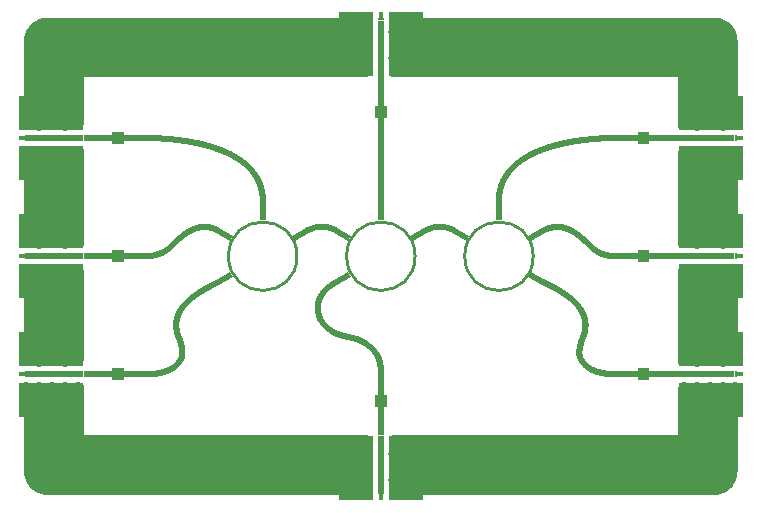
<source format=gbr>
%TF.GenerationSoftware,KiCad,Pcbnew,9.0.0-rc1*%
%TF.CreationDate,2025-01-29T12:40:29+01:00*%
%TF.ProjectId,Cinclidae,43696e63-6c69-4646-9165-2e6b69636164,rev?*%
%TF.SameCoordinates,PX8eb7a50PY5ee3fe0*%
%TF.FileFunction,Copper,L1,Top*%
%TF.FilePolarity,Positive*%
%FSLAX46Y46*%
G04 Gerber Fmt 4.6, Leading zero omitted, Abs format (unit mm)*
G04 Created by KiCad (PCBNEW 9.0.0-rc1) date 2025-01-29 12:40:29*
%MOMM*%
%LPD*%
G01*
G04 APERTURE LIST*
G04 Aperture macros list*
%AMOutline4P*
0 Free polygon, 4 corners , with rotation*
0 The origin of the aperture is its center*
0 number of corners: always 4*
0 $1 to $8 corner X, Y*
0 $9 Rotation angle, in degrees counterclockwise*
0 create outline with 4 corners*
4,1,4,$1,$2,$3,$4,$5,$6,$7,$8,$1,$2,$9*%
G04 Aperture macros list end*
%ADD10C,0.200000*%
%TA.AperFunction,EtchedComponent*%
%ADD11C,0.500000*%
%TD*%
%TA.AperFunction,EtchedComponent*%
%ADD12C,0.280000*%
%TD*%
%TA.AperFunction,EtchedComponent*%
%ADD13C,0.000000*%
%TD*%
%ADD14C,0.500000*%
%TA.AperFunction,SMDPad,CuDef*%
%ADD15R,4.782200X0.500000*%
%TD*%
%TA.AperFunction,SMDPad,CuDef*%
%ADD16Outline4P,-0.380000X-0.250000X0.380000X-0.125000X0.380000X0.125000X-0.380000X0.250000X180.000000*%
%TD*%
%TA.AperFunction,SMDPad,CuDef*%
%ADD17R,5.537200X3.000000*%
%TD*%
%TA.AperFunction,ComponentPad*%
%ADD18C,1.200000*%
%TD*%
%TA.AperFunction,ComponentPad*%
%ADD19C,0.400000*%
%TD*%
%TA.AperFunction,SMDPad,CuDef*%
%ADD20Outline4P,-0.380000X-0.250000X0.380000X-0.125000X0.380000X0.125000X-0.380000X0.250000X0.000000*%
%TD*%
%TA.AperFunction,SMDPad,CuDef*%
%ADD21R,0.500000X4.782200*%
%TD*%
%TA.AperFunction,SMDPad,CuDef*%
%ADD22Outline4P,-0.380000X-0.250000X0.380000X-0.125000X0.380000X0.125000X-0.380000X0.250000X270.000000*%
%TD*%
%TA.AperFunction,SMDPad,CuDef*%
%ADD23R,3.000000X5.537200*%
%TD*%
%TA.AperFunction,SMDPad,CuDef*%
%ADD24Outline4P,-0.380000X-0.250000X0.380000X-0.125000X0.380000X0.125000X-0.380000X0.250000X90.000000*%
%TD*%
%TA.AperFunction,ViaPad*%
%ADD25C,0.600000*%
%TD*%
G04 APERTURE END LIST*
D10*
X24855000Y-15550000D02*
X24855000Y-15550000D01*
X-2065000Y-15550000D02*
X-2065000Y-15550000D01*
X24695000Y15560000D02*
X24695000Y15560000D01*
%TA.AperFunction,NonConductor*%
G36*
X20250000Y10250000D02*
G01*
X25167800Y10250000D01*
X25167800Y9750000D01*
X20250000Y9750000D01*
X20250000Y10250000D01*
G37*
%TD.AperFunction*%
%TA.AperFunction,NonConductor*%
G36*
X-25167800Y-9750000D02*
G01*
X-20250000Y-9750000D01*
X-20250000Y-10250000D01*
X-25167800Y-10250000D01*
X-25167800Y-9750000D01*
G37*
%TD.AperFunction*%
%TA.AperFunction,NonConductor*%
G36*
X-25167800Y250000D02*
G01*
X-20250000Y250000D01*
X-20250000Y-250000D01*
X-25167800Y-250000D01*
X-25167800Y250000D01*
G37*
%TD.AperFunction*%
%TA.AperFunction,NonConductor*%
G36*
X-500000Y-11740000D02*
G01*
X500000Y-11740000D01*
X500000Y-12740000D01*
X-500000Y-12740000D01*
X-500000Y-11740000D01*
G37*
%TD.AperFunction*%
%TA.AperFunction,NonConductor*%
G36*
X-250000Y15167800D02*
G01*
X250000Y15167800D01*
X250000Y10250000D01*
X-250000Y10250000D01*
X-250000Y15167800D01*
G37*
%TD.AperFunction*%
%TA.AperFunction,NonConductor*%
G36*
X20250000Y-9750000D02*
G01*
X25167800Y-9750000D01*
X25167800Y-10250000D01*
X20250000Y-10250000D01*
X20250000Y-9750000D01*
G37*
%TD.AperFunction*%
%TA.AperFunction,NonConductor*%
G36*
X-25167800Y10250000D02*
G01*
X-20250000Y10250000D01*
X-20250000Y9750000D01*
X-25167800Y9750000D01*
X-25167800Y10250000D01*
G37*
%TD.AperFunction*%
%TA.AperFunction,NonConductor*%
G36*
X21740000Y-9500000D02*
G01*
X22740000Y-9500000D01*
X22740000Y-10500000D01*
X21740000Y-10500000D01*
X21740000Y-9500000D01*
G37*
%TD.AperFunction*%
%TA.AperFunction,NonConductor*%
G36*
X-500000Y12740000D02*
G01*
X500000Y12740000D01*
X500000Y11740000D01*
X-500000Y11740000D01*
X-500000Y12740000D01*
G37*
%TD.AperFunction*%
X-2225000Y15560000D02*
X-2225000Y15560000D01*
%TA.AperFunction,NonConductor*%
G36*
X21740000Y10500000D02*
G01*
X22740000Y10500000D01*
X22740000Y9500000D01*
X21740000Y9500000D01*
X21740000Y10500000D01*
G37*
%TD.AperFunction*%
%TA.AperFunction,NonConductor*%
G36*
X-22740000Y500000D02*
G01*
X-21740000Y500000D01*
X-21740000Y-500000D01*
X-22740000Y-500000D01*
X-22740000Y500000D01*
G37*
%TD.AperFunction*%
%TA.AperFunction,NonConductor*%
G36*
X21740000Y500000D02*
G01*
X22740000Y500000D01*
X22740000Y-500000D01*
X21740000Y-500000D01*
X21740000Y500000D01*
G37*
%TD.AperFunction*%
%TA.AperFunction,NonConductor*%
G36*
X20250000Y250000D02*
G01*
X25167800Y250000D01*
X25167800Y-250000D01*
X20250000Y-250000D01*
X20250000Y250000D01*
G37*
%TD.AperFunction*%
%TA.AperFunction,NonConductor*%
G36*
X-250000Y-10250000D02*
G01*
X250000Y-10250000D01*
X250000Y-15167800D01*
X-250000Y-15167800D01*
X-250000Y-10250000D01*
G37*
%TD.AperFunction*%
%TA.AperFunction,NonConductor*%
G36*
X-22740000Y10500000D02*
G01*
X-21740000Y10500000D01*
X-21740000Y9500000D01*
X-22740000Y9500000D01*
X-22740000Y10500000D01*
G37*
%TD.AperFunction*%
%TA.AperFunction,NonConductor*%
G36*
X-22740000Y-9500000D02*
G01*
X-21740000Y-9500000D01*
X-21740000Y-10500000D01*
X-22740000Y-10500000D01*
X-22740000Y-9500000D01*
G37*
%TD.AperFunction*%
D11*
%TO.C,REF\u002A\u002A*%
X0Y4400000D02*
X0Y10000000D01*
%TA.AperFunction,EtchedComponent*%
G36*
X-20250000Y9750000D02*
G01*
X-19750000Y9750000D01*
X-19750000Y10250000D01*
X-20250000Y10250000D01*
X-20250000Y9750000D01*
G37*
%TD.AperFunction*%
%TA.AperFunction,EtchedComponent*%
G36*
X-20250000Y-250000D02*
G01*
X-19750000Y-250000D01*
X-19750000Y250000D01*
X-20250000Y250000D01*
X-20250000Y-250000D01*
G37*
%TD.AperFunction*%
%TA.AperFunction,EtchedComponent*%
G36*
X-20250000Y-10250000D02*
G01*
X-19750000Y-10250000D01*
X-19750000Y-9750000D01*
X-20250000Y-9750000D01*
X-20250000Y-10250000D01*
G37*
%TD.AperFunction*%
%TA.AperFunction,EtchedComponent*%
G36*
X-250000Y9750000D02*
G01*
X250000Y9750000D01*
X250000Y10250000D01*
X-250000Y10250000D01*
X-250000Y9750000D01*
G37*
%TD.AperFunction*%
%TA.AperFunction,EtchedComponent*%
G36*
X-250000Y4400000D02*
G01*
X250000Y4400000D01*
X250000Y3029703D01*
X-250000Y3029703D01*
X-250000Y4400000D01*
G37*
%TD.AperFunction*%
%TA.AperFunction,EtchedComponent*%
G36*
X-250000Y-10250000D02*
G01*
X250000Y-10250000D01*
X250000Y-9750000D01*
X-250000Y-9750000D01*
X-250000Y-10250000D01*
G37*
%TD.AperFunction*%
%TA.AperFunction,EtchedComponent*%
G36*
X19750000Y9750000D02*
G01*
X20250000Y9750000D01*
X20250000Y10250000D01*
X19750000Y10250000D01*
X19750000Y9750000D01*
G37*
%TD.AperFunction*%
%TA.AperFunction,EtchedComponent*%
G36*
X19750000Y-250000D02*
G01*
X20250000Y-250000D01*
X20250000Y250000D01*
X19750000Y250000D01*
X19750000Y-250000D01*
G37*
%TD.AperFunction*%
%TA.AperFunction,EtchedComponent*%
G36*
X19750000Y-10250000D02*
G01*
X20250000Y-10250000D01*
X20250000Y-9750000D01*
X19750000Y-9750000D01*
X19750000Y-10250000D01*
G37*
%TD.AperFunction*%
X-6200000Y2200000D02*
G75*
G02*
X-3800000Y2200000I1200000J-2199999D01*
G01*
X3800000Y2194007D02*
G75*
G02*
X6200000Y2194007I1200000J-2199999D01*
G01*
D12*
X-7100000Y0D02*
G75*
G02*
X-12900000Y0I-2900000J0D01*
G01*
X-12900000Y0D02*
G75*
G02*
X-7100000Y0I2900000J0D01*
G01*
X2900000Y0D02*
G75*
G02*
X-2900000Y0I-2900000J0D01*
G01*
X-2900000Y0D02*
G75*
G02*
X2900000Y0I2900000J0D01*
G01*
X12900000Y0D02*
G75*
G02*
X7100000Y0I-2900000J0D01*
G01*
X7100000Y0D02*
G75*
G02*
X12900000Y0I2900000J0D01*
G01*
D13*
%TA.AperFunction,EtchedComponent*%
G36*
X-12498799Y1731358D02*
G01*
X-12748799Y1298345D01*
X-13935512Y1983494D01*
X-13685512Y2416506D01*
X-12498799Y1731358D01*
G37*
%TD.AperFunction*%
%TA.AperFunction,EtchedComponent*%
G36*
X-12498799Y-1731357D02*
G01*
X-13685511Y-2416506D01*
X-13935512Y-1983493D01*
X-12748799Y-1298344D01*
X-12498799Y-1731357D01*
G37*
%TD.AperFunction*%
%TA.AperFunction,EtchedComponent*%
G36*
X-9750000Y4400000D02*
G01*
X-9750000Y3029704D01*
X-10250000Y3029703D01*
X-10250000Y4400001D01*
X-9750000Y4400000D01*
G37*
%TD.AperFunction*%
%TA.AperFunction,EtchedComponent*%
G36*
X-6064488Y1983494D02*
G01*
X-7251201Y1298346D01*
X-7501201Y1731359D01*
X-6314488Y2416507D01*
X-6064488Y1983494D01*
G37*
%TD.AperFunction*%
%TA.AperFunction,EtchedComponent*%
G36*
X-2498800Y1731358D02*
G01*
X-2748800Y1298345D01*
X-3935512Y1983494D01*
X-3685512Y2416507D01*
X-2498800Y1731358D01*
G37*
%TD.AperFunction*%
%TA.AperFunction,EtchedComponent*%
G36*
X-2498800Y-1731358D02*
G01*
X-3685512Y-2416506D01*
X-3935512Y-1983493D01*
X-2748800Y-1298345D01*
X-2498800Y-1731358D01*
G37*
%TD.AperFunction*%
%TA.AperFunction,EtchedComponent*%
G36*
X3935512Y1983493D02*
G01*
X2748800Y1298345D01*
X2498800Y1731357D01*
X3685512Y2416506D01*
X3935512Y1983493D01*
G37*
%TD.AperFunction*%
%TA.AperFunction,EtchedComponent*%
G36*
X7501200Y1731358D02*
G01*
X7251200Y1298345D01*
X6055159Y1989654D01*
X6305158Y2422667D01*
X7501200Y1731358D01*
G37*
%TD.AperFunction*%
%TA.AperFunction,EtchedComponent*%
G36*
X10249702Y3029703D02*
G01*
X9749702Y3029703D01*
X9749702Y4400000D01*
X10249703Y4400001D01*
X10249702Y3029703D01*
G37*
%TD.AperFunction*%
%TA.AperFunction,EtchedComponent*%
G36*
X13935512Y1983494D02*
G01*
X12748800Y1298345D01*
X12498800Y1731358D01*
X13685512Y2416506D01*
X13935512Y1983494D01*
G37*
%TD.AperFunction*%
%TA.AperFunction,EtchedComponent*%
G36*
X13935512Y-1983493D02*
G01*
X13685512Y-2416505D01*
X12498800Y-1731357D01*
X12748800Y-1298344D01*
X13935512Y-1983493D01*
G37*
%TD.AperFunction*%
D14*
X-17700000Y900000D02*
X-17709386Y889630D01*
X-17718829Y879317D01*
X-17728329Y869060D01*
X-17737886Y858859D01*
X-17747499Y848714D01*
X-17757170Y838624D01*
X-17766898Y828591D01*
X-17776683Y818613D01*
X-17786525Y808691D01*
X-17796424Y798824D01*
X-17806381Y789013D01*
X-17816396Y779257D01*
X-17826467Y769557D01*
X-17836597Y759912D01*
X-17846784Y750322D01*
X-17857029Y740787D01*
X-17867332Y731308D01*
X-17877693Y721883D01*
X-17888111Y712514D01*
X-17898588Y703200D01*
X-17909123Y693940D01*
X-17919717Y684736D01*
X-17930369Y675587D01*
X-17941079Y666493D01*
X-17951848Y657453D01*
X-17962676Y648469D01*
X-17973562Y639539D01*
X-17984507Y630665D01*
X-17995511Y621845D01*
X-18006574Y613081D01*
X-18017696Y604371D01*
X-18028878Y595716D01*
X-18040119Y587116D01*
X-18051419Y578572D01*
X-18062779Y570082D01*
X-18074198Y561647D01*
X-18085677Y553268D01*
X-18097215Y544943D01*
X-18108814Y536674D01*
X-18120472Y528460D01*
X-18132191Y520301D01*
X-18143970Y512198D01*
X-18155808Y504150D01*
X-18167707Y496158D01*
X-18179667Y488221D01*
X-18191687Y480340D01*
X-18203767Y472514D01*
X-18215908Y464744D01*
X-18228110Y457031D01*
X-18240372Y449373D01*
X-18252695Y441771D01*
X-18265079Y434225D01*
X-18277524Y426736D01*
X-18290030Y419303D01*
X-18302597Y411926D01*
X-18315225Y404606D01*
X-18327914Y397343D01*
X-18340665Y390137D01*
X-18353476Y382988D01*
X-18366349Y375895D01*
X-18379283Y368860D01*
X-18392279Y361883D01*
X-18405335Y354963D01*
X-18418453Y348101D01*
X-18431633Y341296D01*
X-18444874Y334550D01*
X-18458176Y327862D01*
X-18471539Y321232D01*
X-18484964Y314661D01*
X-18498450Y308149D01*
X-18511998Y301695D01*
X-18525607Y295301D01*
X-18539276Y288966D01*
X-18553007Y282690D01*
X-18566799Y276475D01*
X-18580653Y270319D01*
X-18594567Y264223D01*
X-18608541Y258187D01*
X-18622577Y252213D01*
X-18636673Y246299D01*
X-18650830Y240445D01*
X-18665047Y234654D01*
X-18679324Y228923D01*
X-18693661Y223255D01*
X-18708058Y217648D01*
X-18722515Y212104D01*
X-18737031Y206622D01*
X-18751606Y201203D01*
X-18766240Y195847D01*
X-18780934Y190554D01*
X-18795685Y185325D01*
X-18810495Y180160D01*
X-18825362Y175059D01*
X-18840287Y170022D01*
X-18855269Y165050D01*
X-18870308Y160143D01*
X-18885404Y155302D01*
X-18900555Y150526D01*
X-18915762Y145816D01*
X-18931024Y141172D01*
X-18946340Y136595D01*
X-18961710Y132084D01*
X-18977134Y127641D01*
X-18992611Y123266D01*
X-19008140Y118958D01*
X-19023720Y114719D01*
X-19039351Y110548D01*
X-19055033Y106446D01*
X-19070763Y102413D01*
X-19086542Y98450D01*
X-19102369Y94557D01*
X-19118243Y90734D01*
X-19134162Y86982D01*
X-19150126Y83301D01*
X-19166134Y79692D01*
X-19182184Y76154D01*
X-19198275Y72688D01*
X-19214407Y69295D01*
X-19230577Y65976D01*
X-19246785Y62729D01*
X-19263029Y59556D01*
X-19279307Y56457D01*
X-19295617Y53433D01*
X-19311959Y50484D01*
X-19328329Y47610D01*
X-19344727Y44812D01*
X-19361150Y42089D01*
X-19377596Y39444D01*
X-19394062Y36875D01*
X-19410547Y34384D01*
X-19427047Y31970D01*
X-19443560Y29634D01*
X-19460083Y27377D01*
X-19476613Y25199D01*
X-19493147Y23100D01*
X-19509680Y21081D01*
X-19526210Y19141D01*
X-19542732Y17282D01*
X-19559243Y15504D01*
X-19575737Y13807D01*
X-19592209Y12191D01*
X-19608655Y10658D01*
X-19625069Y9206D01*
X-19641445Y7836D01*
X-19657776Y6550D01*
X-19674055Y5346D01*
X-19690275Y4225D01*
X-19706427Y3188D01*
X-19722502Y2234D01*
X-19738490Y1363D01*
X-19754381Y577D01*
X-19770162Y-127D01*
X-19785820Y-746D01*
X-19801340Y-1283D01*
X-19816706Y-1736D01*
X-19831899Y-2106D01*
X-19846898Y-2395D01*
X-19861679Y-2602D01*
X-19876215Y-2729D01*
X-19890472Y-2777D01*
X-19904414Y-2748D01*
X-19917993Y-2644D01*
X-19931154Y-2468D01*
X-19943827Y-2224D01*
X-19955920Y-1918D01*
X-19967311Y-1557D01*
X-19977823Y-1154D01*
X-19987181Y-729D01*
X-19994881Y-319D01*
X-20000000Y0D01*
X-17100000Y-6900000D02*
X-17095820Y-6910477D01*
X-17091675Y-6920919D01*
X-17087564Y-6931330D01*
X-17083489Y-6941706D01*
X-17079447Y-6952051D01*
X-17075440Y-6962361D01*
X-17071466Y-6972641D01*
X-17067528Y-6982885D01*
X-17063622Y-6993100D01*
X-17059751Y-7003279D01*
X-17055913Y-7013428D01*
X-17052109Y-7023542D01*
X-17048338Y-7033627D01*
X-17044602Y-7043676D01*
X-17040897Y-7053696D01*
X-17037227Y-7063680D01*
X-17033589Y-7073635D01*
X-17029985Y-7083555D01*
X-17026413Y-7093446D01*
X-17022875Y-7103302D01*
X-17019368Y-7113129D01*
X-17015895Y-7122920D01*
X-17012453Y-7132683D01*
X-17009045Y-7142411D01*
X-17005668Y-7152111D01*
X-17002325Y-7161775D01*
X-16999012Y-7171411D01*
X-16995732Y-7181012D01*
X-16992484Y-7190584D01*
X-16989268Y-7200122D01*
X-16986082Y-7209632D01*
X-16982929Y-7219106D01*
X-16979807Y-7228553D01*
X-16976717Y-7237965D01*
X-16973657Y-7247350D01*
X-16970630Y-7256699D01*
X-16967632Y-7266021D01*
X-16964667Y-7275308D01*
X-16961731Y-7284568D01*
X-16958827Y-7293793D01*
X-16955953Y-7302991D01*
X-16953110Y-7312154D01*
X-16950297Y-7321290D01*
X-16947515Y-7330391D01*
X-16944763Y-7339466D01*
X-16942041Y-7348506D01*
X-16939349Y-7357519D01*
X-16936687Y-7366497D01*
X-16934055Y-7375450D01*
X-16931453Y-7384367D01*
X-16928880Y-7393258D01*
X-16926337Y-7402115D01*
X-16923823Y-7410945D01*
X-16921339Y-7419742D01*
X-16918883Y-7428512D01*
X-16916458Y-7437247D01*
X-16914060Y-7445957D01*
X-16911693Y-7454632D01*
X-16909354Y-7463282D01*
X-16907044Y-7471897D01*
X-16904762Y-7480487D01*
X-16902509Y-7489043D01*
X-16900284Y-7497573D01*
X-16898088Y-7506069D01*
X-16895920Y-7514539D01*
X-16893781Y-7522976D01*
X-16891668Y-7531387D01*
X-16889585Y-7539764D01*
X-16887529Y-7548117D01*
X-16885502Y-7556435D01*
X-16883501Y-7564729D01*
X-16881528Y-7572988D01*
X-16879583Y-7581223D01*
X-16877665Y-7589424D01*
X-16875774Y-7597600D01*
X-16873911Y-7605743D01*
X-16872075Y-7613861D01*
X-16870266Y-7621945D01*
X-16868483Y-7630006D01*
X-16866728Y-7638032D01*
X-16864999Y-7646034D01*
X-16863297Y-7654003D01*
X-16861621Y-7661948D01*
X-16859973Y-7669859D01*
X-16858349Y-7677746D01*
X-16856753Y-7685599D01*
X-16855182Y-7693429D01*
X-16853638Y-7701226D01*
X-16852120Y-7708999D01*
X-16850628Y-7716738D01*
X-16849160Y-7724455D01*
X-16847720Y-7732137D01*
X-16846304Y-7739797D01*
X-16844914Y-7747423D01*
X-16843549Y-7755026D01*
X-16842210Y-7762596D01*
X-16840896Y-7770142D01*
X-16839607Y-7777656D01*
X-16838343Y-7785147D01*
X-16837105Y-7792604D01*
X-16835890Y-7800039D01*
X-16834701Y-7807441D01*
X-16833536Y-7814820D01*
X-16832396Y-7822166D01*
X-16831280Y-7829490D01*
X-16830189Y-7836780D01*
X-16829121Y-7844049D01*
X-16828079Y-7851284D01*
X-16827060Y-7858498D01*
X-16826065Y-7865678D01*
X-16825094Y-7872836D01*
X-16824148Y-7879962D01*
X-16823224Y-7887066D01*
X-16822325Y-7894136D01*
X-16821448Y-7901186D01*
X-16820596Y-7908202D01*
X-16819766Y-7915197D01*
X-16818961Y-7922159D01*
X-16818177Y-7929100D01*
X-16817418Y-7936007D01*
X-16816681Y-7942894D01*
X-16815968Y-7949748D01*
X-16815276Y-7956581D01*
X-16814608Y-7963381D01*
X-16813962Y-7970161D01*
X-16813340Y-7976907D01*
X-16812739Y-7983633D01*
X-16812161Y-7990326D01*
X-16811605Y-7996999D01*
X-16811071Y-8003639D01*
X-16810560Y-8010259D01*
X-16810070Y-8016845D01*
X-16809603Y-8023412D01*
X-16809157Y-8029946D01*
X-16808733Y-8036460D01*
X-16808331Y-8042941D01*
X-16807950Y-8049403D01*
X-16807591Y-8055831D01*
X-16807253Y-8062240D01*
X-16806936Y-8068617D01*
X-16806641Y-8074974D01*
X-16806367Y-8081297D01*
X-16806114Y-8087602D01*
X-16805882Y-8093874D01*
X-16805670Y-8100127D01*
X-16805480Y-8106347D01*
X-16805310Y-8112549D01*
X-16805161Y-8118717D01*
X-16805033Y-8124867D01*
X-16804925Y-8130983D01*
X-16804837Y-8137082D01*
X-16804769Y-8143147D01*
X-16804722Y-8149194D01*
X-16804695Y-8155208D01*
X-16804688Y-8161204D01*
X-16804700Y-8167167D01*
X-16804733Y-8173112D01*
X-16804786Y-8179024D01*
X-16804858Y-8184918D01*
X-16804949Y-8190779D01*
X-16805191Y-8202433D01*
X-16805510Y-8213986D01*
X-16805906Y-8225439D01*
X-16806378Y-8236790D01*
X-16806925Y-8248042D01*
X-16807547Y-8259193D01*
X-16808242Y-8270245D01*
X-16809011Y-8281197D01*
X-16809853Y-8292051D01*
X-16810766Y-8302805D01*
X-16811751Y-8313460D01*
X-16812807Y-8324017D01*
X-16813932Y-8334475D01*
X-16815127Y-8344835D01*
X-16816390Y-8355097D01*
X-16817721Y-8365262D01*
X-16819119Y-8375328D01*
X-16820584Y-8385298D01*
X-16822115Y-8395169D01*
X-16823711Y-8404944D01*
X-16825371Y-8414622D01*
X-16827095Y-8424202D01*
X-16828882Y-8433686D01*
X-16830732Y-8443073D01*
X-16832644Y-8452363D01*
X-16834616Y-8461556D01*
X-16836649Y-8470653D01*
X-16838741Y-8479653D01*
X-16840892Y-8488556D01*
X-16843101Y-8497363D01*
X-16845368Y-8506073D01*
X-16847691Y-8514686D01*
X-16850071Y-8523203D01*
X-16852505Y-8531622D01*
X-16854993Y-8539944D01*
X-16857535Y-8548169D01*
X-16860130Y-8556297D01*
X-16862776Y-8564327D01*
X-16865474Y-8572259D01*
X-16868221Y-8580092D01*
X-16871018Y-8587828D01*
X-16873863Y-8595464D01*
X-16876755Y-8603001D01*
X-16879694Y-8610438D01*
X-16882678Y-8617775D01*
X-16885706Y-8625011D01*
X-16888777Y-8632146D01*
X-16891890Y-8639179D01*
X-16895043Y-8646110D01*
X-16898236Y-8652936D01*
X-16901468Y-8659659D01*
X-16904736Y-8666276D01*
X-16908039Y-8672787D01*
X-16911376Y-8679191D01*
X-16914745Y-8685486D01*
X-16918144Y-8691671D01*
X-16921571Y-8697745D01*
X-16925025Y-8703706D01*
X-16928503Y-8709552D01*
X-16932002Y-8715282D01*
X-16935521Y-8720893D01*
X-16939056Y-8726383D01*
X-16942604Y-8731749D01*
X-16946162Y-8736989D01*
X-16949725Y-8742100D01*
X-16953291Y-8747077D01*
X-16956853Y-8751917D01*
X-16960407Y-8756615D01*
X-16963946Y-8761166D01*
X-16967463Y-8765564D01*
X-16970951Y-8769802D01*
X-16974398Y-8773872D01*
X-16977795Y-8777765D01*
X-16981125Y-8781467D01*
X-16984372Y-8784965D01*
X-16987512Y-8788240D01*
X-16990514Y-8791267D01*
X-16993335Y-8794010D01*
X-16995906Y-8796416D01*
X-16998111Y-8798395D01*
X-16999685Y-8799742D01*
X-17000000Y-8800000D01*
X-17000000Y-8800000D02*
X-17004443Y-8809530D01*
X-17008957Y-8819026D01*
X-17013543Y-8828486D01*
X-17018201Y-8837911D01*
X-17022931Y-8847301D01*
X-17027733Y-8856657D01*
X-17032607Y-8865979D01*
X-17037554Y-8875267D01*
X-17042573Y-8884522D01*
X-17047665Y-8893742D01*
X-17052829Y-8902930D01*
X-17058067Y-8912084D01*
X-17063378Y-8921205D01*
X-17068762Y-8930294D01*
X-17074220Y-8939350D01*
X-17079751Y-8948374D01*
X-17085357Y-8957366D01*
X-17091036Y-8966325D01*
X-17096790Y-8975253D01*
X-17102619Y-8984149D01*
X-17108523Y-8993013D01*
X-17114501Y-9001847D01*
X-17120555Y-9010649D01*
X-17126685Y-9019420D01*
X-17132890Y-9028160D01*
X-17139172Y-9036869D01*
X-17145529Y-9045548D01*
X-17151964Y-9054196D01*
X-17158476Y-9062813D01*
X-17165064Y-9071401D01*
X-17171731Y-9079958D01*
X-17178475Y-9088485D01*
X-17185297Y-9096983D01*
X-17192198Y-9105450D01*
X-17199177Y-9113888D01*
X-17206236Y-9122296D01*
X-17213374Y-9130674D01*
X-17220592Y-9139023D01*
X-17227890Y-9147342D01*
X-17235268Y-9155632D01*
X-17242727Y-9163893D01*
X-17250268Y-9172124D01*
X-17257890Y-9180326D01*
X-17265594Y-9188499D01*
X-17273380Y-9196643D01*
X-17281249Y-9204758D01*
X-17289201Y-9212843D01*
X-17297237Y-9220900D01*
X-17305356Y-9228928D01*
X-17313560Y-9236926D01*
X-17321848Y-9244896D01*
X-17330221Y-9252836D01*
X-17338680Y-9260747D01*
X-17347225Y-9268630D01*
X-17355856Y-9276483D01*
X-17364573Y-9284308D01*
X-17373378Y-9292103D01*
X-17382271Y-9299869D01*
X-17391251Y-9307606D01*
X-17400321Y-9315314D01*
X-17409479Y-9322992D01*
X-17418726Y-9330641D01*
X-17428063Y-9338261D01*
X-17437491Y-9345851D01*
X-17447009Y-9353412D01*
X-17456618Y-9360944D01*
X-17466319Y-9368445D01*
X-17476112Y-9375917D01*
X-17485998Y-9383360D01*
X-17495977Y-9390772D01*
X-17506049Y-9398154D01*
X-17516216Y-9405506D01*
X-17526476Y-9412828D01*
X-17536832Y-9420120D01*
X-17547283Y-9427381D01*
X-17557831Y-9434611D01*
X-17568474Y-9441811D01*
X-17579214Y-9448980D01*
X-17590052Y-9456118D01*
X-17600988Y-9463224D01*
X-17612022Y-9470299D01*
X-17623155Y-9477343D01*
X-17634387Y-9484355D01*
X-17645719Y-9491336D01*
X-17657151Y-9498284D01*
X-17668684Y-9505200D01*
X-17680319Y-9512084D01*
X-17692055Y-9518935D01*
X-17703893Y-9525754D01*
X-17715834Y-9532539D01*
X-17727878Y-9539292D01*
X-17740026Y-9546011D01*
X-17752279Y-9552696D01*
X-17764636Y-9559348D01*
X-17777098Y-9565965D01*
X-17789665Y-9572548D01*
X-17802339Y-9579097D01*
X-17815119Y-9585611D01*
X-17828007Y-9592089D01*
X-17841002Y-9598533D01*
X-17854105Y-9604941D01*
X-17867316Y-9611313D01*
X-17880636Y-9617649D01*
X-17894066Y-9623949D01*
X-17907606Y-9630212D01*
X-17921255Y-9636438D01*
X-17935016Y-9642627D01*
X-17948887Y-9648778D01*
X-17962870Y-9654892D01*
X-17976965Y-9660967D01*
X-17991173Y-9667004D01*
X-18005493Y-9673002D01*
X-18019926Y-9678961D01*
X-18034473Y-9684881D01*
X-18049135Y-9690761D01*
X-18063910Y-9696600D01*
X-18078800Y-9702400D01*
X-18093805Y-9708158D01*
X-18108926Y-9713876D01*
X-18124162Y-9719552D01*
X-18139515Y-9725186D01*
X-18154984Y-9730778D01*
X-18170570Y-9736327D01*
X-18186272Y-9741833D01*
X-18202093Y-9747296D01*
X-18218030Y-9752715D01*
X-18234086Y-9758090D01*
X-18250259Y-9763420D01*
X-18266551Y-9768706D01*
X-18282962Y-9773946D01*
X-18299491Y-9779140D01*
X-18316139Y-9784288D01*
X-18332906Y-9789390D01*
X-18349792Y-9794444D01*
X-18366798Y-9799451D01*
X-18383923Y-9804410D01*
X-18401167Y-9809320D01*
X-18418531Y-9814182D01*
X-18436014Y-9818995D01*
X-18453617Y-9823757D01*
X-18471339Y-9828470D01*
X-18489181Y-9833132D01*
X-18507142Y-9837742D01*
X-18525222Y-9842301D01*
X-18543421Y-9846808D01*
X-18561739Y-9851262D01*
X-18580176Y-9855664D01*
X-18598731Y-9860011D01*
X-18617404Y-9864305D01*
X-18636195Y-9868544D01*
X-18655103Y-9872727D01*
X-18674128Y-9876855D01*
X-18693270Y-9880927D01*
X-18712528Y-9884943D01*
X-18731900Y-9888900D01*
X-18751388Y-9892801D01*
X-18770989Y-9896643D01*
X-18790704Y-9900426D01*
X-18810531Y-9904149D01*
X-18830469Y-9907813D01*
X-18850518Y-9911416D01*
X-18870677Y-9914958D01*
X-18890944Y-9918439D01*
X-18911318Y-9921857D01*
X-18931797Y-9925212D01*
X-18952382Y-9928504D01*
X-18973069Y-9931732D01*
X-18993857Y-9934896D01*
X-19014745Y-9937994D01*
X-19035731Y-9941026D01*
X-19056812Y-9943993D01*
X-19077988Y-9946892D01*
X-19099254Y-9949724D01*
X-19120609Y-9952487D01*
X-19142051Y-9955182D01*
X-19163576Y-9957807D01*
X-19185182Y-9960363D01*
X-19206865Y-9962847D01*
X-19228623Y-9965261D01*
X-19250450Y-9967603D01*
X-19272344Y-9969872D01*
X-19294301Y-9972068D01*
X-19316315Y-9974190D01*
X-19338382Y-9976239D01*
X-19360496Y-9978212D01*
X-19382653Y-9980109D01*
X-19404847Y-9981931D01*
X-19427069Y-9983676D01*
X-19449315Y-9985343D01*
X-19471576Y-9986933D01*
X-19493844Y-9988444D01*
X-19516110Y-9989877D01*
X-19538365Y-9991229D01*
X-19560597Y-9992502D01*
X-19582797Y-9993694D01*
X-19604950Y-9994805D01*
X-19627044Y-9995835D01*
X-19649063Y-9996783D01*
X-19670990Y-9997649D01*
X-19692807Y-9998432D01*
X-19714493Y-9999132D01*
X-19736025Y-9999750D01*
X-19757375Y-10000285D01*
X-19778515Y-10000738D01*
X-19799411Y-10001108D01*
X-19820022Y-10001396D01*
X-19840302Y-10001603D01*
X-19860196Y-10001729D01*
X-19879640Y-10001777D01*
X-19898552Y-10001749D01*
X-19916831Y-10001646D01*
X-19934347Y-10001475D01*
X-19950923Y-10001240D01*
X-19966310Y-10000952D01*
X-19980114Y-10000627D01*
X-19991635Y-10000294D01*
X-20000000Y-10000000D01*
X-13800000Y2200000D02*
X-13807832Y2203644D01*
X-13815656Y2207262D01*
X-13823463Y2210850D01*
X-13831263Y2214413D01*
X-13839047Y2217947D01*
X-13846823Y2221455D01*
X-13854582Y2224934D01*
X-13862335Y2228387D01*
X-13870071Y2231812D01*
X-13877800Y2235211D01*
X-13885513Y2238582D01*
X-13893219Y2241927D01*
X-13900908Y2245244D01*
X-13908591Y2248536D01*
X-13916258Y2251800D01*
X-13923918Y2255039D01*
X-13931563Y2258249D01*
X-13939201Y2261435D01*
X-13946823Y2264593D01*
X-13954439Y2267727D01*
X-13962039Y2270832D01*
X-13969633Y2273914D01*
X-13977212Y2276967D01*
X-13984784Y2279997D01*
X-13992341Y2282999D01*
X-13999892Y2285976D01*
X-14007428Y2288927D01*
X-14014957Y2291853D01*
X-14022472Y2294753D01*
X-14029981Y2297628D01*
X-14037476Y2300477D01*
X-14044964Y2303302D01*
X-14052438Y2306100D01*
X-14059905Y2308874D01*
X-14067359Y2311622D01*
X-14074807Y2314347D01*
X-14082241Y2317045D01*
X-14089668Y2319719D01*
X-14097083Y2322368D01*
X-14104491Y2324993D01*
X-14111885Y2327592D01*
X-14119274Y2330167D01*
X-14126650Y2332717D01*
X-14134019Y2335244D01*
X-14141376Y2337745D01*
X-14148727Y2340223D01*
X-14156065Y2342676D01*
X-14163397Y2345106D01*
X-14170717Y2347510D01*
X-14178031Y2349891D01*
X-14185332Y2352248D01*
X-14192628Y2354581D01*
X-14199911Y2356890D01*
X-14207189Y2359176D01*
X-14214455Y2361437D01*
X-14221715Y2363675D01*
X-14228964Y2365889D01*
X-14236207Y2368080D01*
X-14243438Y2370247D01*
X-14250664Y2372392D01*
X-14257878Y2374512D01*
X-14265087Y2376609D01*
X-14272285Y2378683D01*
X-14279477Y2380734D01*
X-14286658Y2382762D01*
X-14293834Y2384766D01*
X-14300999Y2386748D01*
X-14308159Y2388707D01*
X-14315308Y2390642D01*
X-14322452Y2392555D01*
X-14329586Y2394445D01*
X-14336714Y2396313D01*
X-14343832Y2398157D01*
X-14350944Y2399979D01*
X-14358048Y2401778D01*
X-14365145Y2403555D01*
X-14372233Y2405310D01*
X-14379316Y2407042D01*
X-14386389Y2408751D01*
X-14393457Y2410439D01*
X-14400516Y2412103D01*
X-14407570Y2413746D01*
X-14414614Y2415367D01*
X-14421654Y2416965D01*
X-14428685Y2418542D01*
X-14435710Y2420096D01*
X-14442727Y2421628D01*
X-14449739Y2423139D01*
X-14456743Y2424627D01*
X-14463741Y2426094D01*
X-14470731Y2427539D01*
X-14477716Y2428962D01*
X-14484694Y2430363D01*
X-14491666Y2431743D01*
X-14498631Y2433101D01*
X-14505590Y2434437D01*
X-14512543Y2435752D01*
X-14519490Y2437045D01*
X-14526430Y2438317D01*
X-14533364Y2439568D01*
X-14540292Y2440797D01*
X-14547215Y2442004D01*
X-14554132Y2443191D01*
X-14561043Y2444356D01*
X-14567947Y2445500D01*
X-14574847Y2446622D01*
X-14581741Y2447724D01*
X-14588629Y2448804D01*
X-14595512Y2449863D01*
X-14602389Y2450902D01*
X-14609261Y2451919D01*
X-14616128Y2452915D01*
X-14622989Y2453890D01*
X-14629845Y2454844D01*
X-14636696Y2455778D01*
X-14643542Y2456690D01*
X-14650383Y2457582D01*
X-14657219Y2458453D01*
X-14664050Y2459303D01*
X-14670876Y2460132D01*
X-14677697Y2460941D01*
X-14684514Y2461729D01*
X-14691326Y2462496D01*
X-14698134Y2463243D01*
X-14704937Y2463969D01*
X-14711735Y2464674D01*
X-14718530Y2465359D01*
X-14725319Y2466023D01*
X-14732105Y2466667D01*
X-14738886Y2467291D01*
X-14745663Y2467894D01*
X-14752436Y2468476D01*
X-14759206Y2469038D01*
X-14765970Y2469580D01*
X-14772732Y2470101D01*
X-14779489Y2470602D01*
X-14786243Y2471083D01*
X-14792992Y2471543D01*
X-14799739Y2471983D01*
X-14806481Y2472403D01*
X-14813220Y2472803D01*
X-14819955Y2473182D01*
X-14826688Y2473541D01*
X-14833416Y2473880D01*
X-14840142Y2474199D01*
X-14846864Y2474498D01*
X-14853584Y2474776D01*
X-14860299Y2475034D01*
X-14867013Y2475273D01*
X-14873722Y2475491D01*
X-14887133Y2475867D01*
X-14900533Y2476162D01*
X-14913923Y2476378D01*
X-14927302Y2476513D01*
X-14940671Y2476568D01*
X-14954031Y2476544D01*
X-14967383Y2476439D01*
X-14980726Y2476255D01*
X-14994062Y2475990D01*
X-15007390Y2475646D01*
X-15020712Y2475223D01*
X-15034028Y2474719D01*
X-15047338Y2474135D01*
X-15060643Y2473472D01*
X-15073943Y2472729D01*
X-15087239Y2471906D01*
X-15100531Y2471004D01*
X-15113820Y2470021D01*
X-15127107Y2468959D01*
X-15140391Y2467816D01*
X-15153674Y2466593D01*
X-15166956Y2465290D01*
X-15180237Y2463907D01*
X-15193518Y2462444D01*
X-15206800Y2460900D01*
X-15220082Y2459275D01*
X-15233366Y2457570D01*
X-15246653Y2455784D01*
X-15259941Y2453917D01*
X-15273233Y2451968D01*
X-15286529Y2449938D01*
X-15299828Y2447827D01*
X-15313133Y2445634D01*
X-15326442Y2443360D01*
X-15339758Y2441003D01*
X-15353079Y2438564D01*
X-15366408Y2436042D01*
X-15379744Y2433437D01*
X-15393088Y2430750D01*
X-15406440Y2427979D01*
X-15419802Y2425125D01*
X-15433173Y2422187D01*
X-15446554Y2419165D01*
X-15459946Y2416058D01*
X-15473349Y2412867D01*
X-15486765Y2409591D01*
X-15500192Y2406229D01*
X-15513633Y2402782D01*
X-15527087Y2399248D01*
X-15540556Y2395629D01*
X-15554039Y2391922D01*
X-15567537Y2388129D01*
X-15581052Y2384247D01*
X-15594583Y2380278D01*
X-15608131Y2376221D01*
X-15621697Y2372075D01*
X-15635281Y2367839D01*
X-15648884Y2363514D01*
X-15662507Y2359099D01*
X-15676150Y2354593D01*
X-15689814Y2349996D01*
X-15703499Y2345308D01*
X-15717207Y2340527D01*
X-15730937Y2335654D01*
X-15744690Y2330688D01*
X-15758468Y2325628D01*
X-15772270Y2320473D01*
X-15786098Y2315224D01*
X-15799952Y2309880D01*
X-15813833Y2304439D01*
X-15827741Y2298902D01*
X-15841677Y2293268D01*
X-15855642Y2287535D01*
X-15869637Y2281704D01*
X-15883662Y2275774D01*
X-15897718Y2269744D01*
X-15911805Y2263613D01*
X-15925925Y2257381D01*
X-15940079Y2251047D01*
X-15954266Y2244610D01*
X-15968488Y2238070D01*
X-15982746Y2231425D01*
X-15997040Y2224675D01*
X-16011371Y2217819D01*
X-16025740Y2210856D01*
X-16040148Y2203786D01*
X-16054595Y2196607D01*
X-16069083Y2189318D01*
X-16083613Y2181920D01*
X-16098184Y2174410D01*
X-16112799Y2166788D01*
X-16127457Y2159053D01*
X-16142161Y2151204D01*
X-16156910Y2143239D01*
X-16171706Y2135159D01*
X-16186550Y2126962D01*
X-16201442Y2118646D01*
X-16216385Y2110211D01*
X-16231378Y2101655D01*
X-16246422Y2092978D01*
X-16261520Y2084178D01*
X-16276671Y2075254D01*
X-16291878Y2066205D01*
X-16307140Y2057030D01*
X-16322460Y2047727D01*
X-16337838Y2038295D01*
X-16353275Y2028732D01*
X-16368773Y2019038D01*
X-16384333Y2009212D01*
X-16399957Y1999250D01*
X-16415645Y1989153D01*
X-16431398Y1978918D01*
X-16447219Y1968544D01*
X-16463108Y1958030D01*
X-16479067Y1947374D01*
X-16495098Y1936574D01*
X-16511201Y1925628D01*
X-16527378Y1914536D01*
X-16543631Y1903294D01*
X-16559962Y1891902D01*
X-16576371Y1880358D01*
X-16592861Y1868659D01*
X-16609434Y1856803D01*
X-16626091Y1844789D01*
X-16642833Y1832615D01*
X-16659663Y1820278D01*
X-16676583Y1807776D01*
X-16693594Y1795107D01*
X-16710699Y1782269D01*
X-16727899Y1769259D01*
X-16745198Y1756075D01*
X-16762596Y1742715D01*
X-16780096Y1729175D01*
X-16797700Y1715454D01*
X-16815412Y1701547D01*
X-16833233Y1687454D01*
X-16851166Y1673170D01*
X-16869213Y1658693D01*
X-16887377Y1644019D01*
X-16905662Y1629146D01*
X-16924069Y1614069D01*
X-16942603Y1598786D01*
X-16961266Y1583293D01*
X-16980061Y1567586D01*
X-16998992Y1551662D01*
X-17018062Y1535516D01*
X-17037276Y1519144D01*
X-17056636Y1502543D01*
X-17076146Y1485707D01*
X-17095812Y1468632D01*
X-17115637Y1451313D01*
X-17135625Y1433745D01*
X-17155781Y1415923D01*
X-17176111Y1397841D01*
X-17196619Y1379494D01*
X-17217311Y1360875D01*
X-17238191Y1341979D01*
X-17259267Y1322799D01*
X-17280544Y1303327D01*
X-17302029Y1283557D01*
X-17323729Y1263481D01*
X-17345651Y1243092D01*
X-17367802Y1222379D01*
X-17390190Y1201336D01*
X-17412825Y1179951D01*
X-17435715Y1158216D01*
X-17458870Y1136119D01*
X-17482300Y1113650D01*
X-17506016Y1090795D01*
X-17530029Y1067544D01*
X-17554352Y1043881D01*
X-17578999Y1019793D01*
X-17603983Y995263D01*
X-17629320Y970275D01*
X-17655027Y944811D01*
X-17681121Y918850D01*
X-17700000Y900000D01*
X-13800000Y-2200000D02*
X-13826968Y-2213495D01*
X-13854037Y-2227066D01*
X-13879214Y-2239711D01*
X-13904472Y-2252420D01*
X-13928302Y-2264435D01*
X-13952200Y-2276507D01*
X-13974962Y-2288028D01*
X-13997782Y-2299602D01*
X-14019664Y-2310723D01*
X-14041596Y-2321894D01*
X-14062734Y-2332682D01*
X-14083915Y-2343516D01*
X-14104410Y-2354022D01*
X-14124942Y-2364570D01*
X-14144872Y-2374831D01*
X-14164834Y-2385133D01*
X-14184260Y-2395180D01*
X-14203714Y-2405266D01*
X-14222686Y-2415124D01*
X-14241684Y-2425019D01*
X-14260243Y-2434708D01*
X-14278825Y-2444432D01*
X-14297006Y-2453969D01*
X-14315207Y-2463540D01*
X-14333038Y-2472939D01*
X-14350887Y-2482371D01*
X-14368394Y-2491644D01*
X-14385917Y-2500949D01*
X-14403120Y-2510108D01*
X-14420338Y-2519297D01*
X-14437257Y-2528350D01*
X-14454187Y-2537432D01*
X-14470838Y-2546386D01*
X-14487499Y-2555370D01*
X-14503896Y-2564234D01*
X-14520302Y-2573125D01*
X-14536458Y-2581905D01*
X-14552621Y-2590711D01*
X-14568548Y-2599412D01*
X-14584481Y-2608139D01*
X-14600188Y-2616765D01*
X-14615900Y-2625417D01*
X-14631398Y-2633974D01*
X-14646899Y-2642557D01*
X-14662195Y-2651048D01*
X-14677493Y-2659565D01*
X-14692595Y-2667995D01*
X-14707699Y-2676449D01*
X-14722615Y-2684820D01*
X-14737530Y-2693216D01*
X-14752266Y-2701532D01*
X-14767000Y-2709872D01*
X-14781561Y-2718136D01*
X-14796120Y-2726423D01*
X-14810512Y-2734637D01*
X-14824901Y-2742874D01*
X-14839129Y-2751041D01*
X-14853353Y-2759229D01*
X-14867421Y-2767351D01*
X-14881486Y-2775494D01*
X-14895399Y-2783573D01*
X-14909308Y-2791673D01*
X-14923071Y-2799710D01*
X-14936828Y-2807768D01*
X-14950443Y-2815766D01*
X-14964053Y-2823784D01*
X-14977524Y-2831744D01*
X-14990990Y-2839724D01*
X-15004321Y-2847648D01*
X-15017645Y-2855591D01*
X-15030839Y-2863480D01*
X-15044026Y-2871388D01*
X-15057085Y-2879243D01*
X-15070138Y-2887117D01*
X-15083066Y-2894940D01*
X-15095986Y-2902782D01*
X-15108785Y-2910574D01*
X-15121576Y-2918384D01*
X-15134249Y-2926146D01*
X-15146913Y-2933926D01*
X-15159462Y-2941659D01*
X-15172001Y-2949410D01*
X-15184428Y-2957115D01*
X-15196846Y-2964838D01*
X-15209153Y-2972515D01*
X-15221450Y-2980211D01*
X-15233640Y-2987862D01*
X-15245819Y-2995531D01*
X-15257893Y-3003158D01*
X-15269956Y-3010801D01*
X-15281916Y-3018403D01*
X-15293865Y-3026022D01*
X-15305712Y-3033599D01*
X-15317549Y-3041194D01*
X-15329286Y-3048749D01*
X-15341012Y-3056320D01*
X-15352640Y-3063853D01*
X-15364257Y-3071402D01*
X-15375778Y-3078912D01*
X-15387287Y-3086439D01*
X-15398702Y-3093928D01*
X-15410105Y-3101434D01*
X-15421415Y-3108903D01*
X-15432714Y-3116387D01*
X-15443921Y-3123836D01*
X-15455116Y-3131301D01*
X-15466222Y-3138730D01*
X-15477315Y-3146175D01*
X-15488320Y-3153585D01*
X-15499313Y-3161011D01*
X-15510219Y-3168402D01*
X-15521112Y-3175809D01*
X-15531920Y-3183183D01*
X-15542714Y-3190572D01*
X-15553425Y-3197928D01*
X-15564123Y-3205299D01*
X-15574738Y-3212638D01*
X-15585340Y-3219991D01*
X-15595860Y-3227313D01*
X-15606367Y-3234650D01*
X-15616794Y-3241956D01*
X-15627207Y-3249276D01*
X-15637541Y-3256566D01*
X-15647861Y-3263870D01*
X-15658103Y-3271143D01*
X-15668331Y-3278432D01*
X-15678483Y-3285690D01*
X-15688620Y-3292963D01*
X-15698682Y-3300207D01*
X-15708729Y-3307464D01*
X-15718702Y-3314693D01*
X-15728660Y-3321936D01*
X-15738545Y-3329151D01*
X-15748415Y-3336379D01*
X-15758213Y-3343579D01*
X-15767995Y-3350793D01*
X-15777707Y-3357980D01*
X-15787403Y-3365180D01*
X-15797029Y-3372354D01*
X-15806639Y-3379540D01*
X-15816180Y-3386700D01*
X-15825705Y-3393873D01*
X-15835162Y-3401020D01*
X-15844603Y-3408180D01*
X-15853977Y-3415315D01*
X-15863335Y-3422462D01*
X-15872626Y-3429584D01*
X-15881901Y-3436718D01*
X-15891111Y-3443828D01*
X-15900304Y-3450950D01*
X-15909432Y-3458047D01*
X-15918544Y-3465157D01*
X-15927592Y-3472243D01*
X-15936624Y-3479341D01*
X-15945592Y-3486415D01*
X-15954543Y-3493502D01*
X-15963433Y-3500564D01*
X-15972305Y-3507639D01*
X-15981115Y-3514690D01*
X-15989909Y-3521754D01*
X-15998642Y-3528794D01*
X-16007358Y-3535847D01*
X-16016014Y-3542877D01*
X-16024652Y-3549918D01*
X-16033231Y-3556937D01*
X-16041793Y-3563968D01*
X-16050296Y-3570976D01*
X-16058782Y-3577997D01*
X-16067209Y-3584995D01*
X-16075620Y-3592005D01*
X-16083972Y-3598993D01*
X-16092308Y-3605992D01*
X-16100586Y-3612970D01*
X-16108847Y-3619960D01*
X-16117052Y-3626928D01*
X-16125239Y-3633908D01*
X-16133370Y-3640867D01*
X-16141484Y-3647837D01*
X-16149543Y-3654786D01*
X-16157584Y-3661746D01*
X-16165571Y-3668686D01*
X-16173540Y-3675637D01*
X-16181455Y-3682567D01*
X-16189353Y-3689509D01*
X-16197197Y-3696431D01*
X-16205023Y-3703363D01*
X-16212796Y-3710276D01*
X-16220552Y-3717200D01*
X-16228255Y-3724103D01*
X-16235941Y-3731018D01*
X-16243574Y-3737913D01*
X-16251190Y-3744819D01*
X-16258754Y-3751706D01*
X-16266301Y-3758603D01*
X-16273797Y-3765481D01*
X-16281275Y-3772370D01*
X-16288702Y-3779240D01*
X-16296112Y-3786121D01*
X-16303472Y-3792983D01*
X-16310814Y-3799855D01*
X-16318106Y-3806709D01*
X-16325381Y-3813573D01*
X-16332607Y-3820419D01*
X-16339814Y-3827276D01*
X-16346974Y-3834114D01*
X-16354115Y-3840962D01*
X-16361208Y-3847793D01*
X-16368284Y-3854634D01*
X-16375311Y-3861456D01*
X-16382321Y-3868290D01*
X-16389284Y-3875105D01*
X-16396228Y-3881931D01*
X-16403126Y-3888739D01*
X-16410006Y-3895557D01*
X-16416840Y-3902358D01*
X-16423655Y-3909169D01*
X-16430425Y-3915963D01*
X-16437177Y-3922767D01*
X-16443883Y-3929553D01*
X-16450571Y-3936350D01*
X-16457214Y-3943130D01*
X-16463839Y-3949920D01*
X-16470420Y-3956693D01*
X-16476982Y-3963476D01*
X-16483501Y-3970242D01*
X-16490001Y-3977018D01*
X-16496457Y-3983778D01*
X-16502895Y-3990548D01*
X-16509290Y-3997301D01*
X-16515666Y-4004064D01*
X-16522000Y-4010811D01*
X-16528315Y-4017567D01*
X-16534588Y-4024308D01*
X-16540842Y-4031058D01*
X-16547055Y-4037792D01*
X-16553249Y-4044536D01*
X-16559401Y-4051264D01*
X-16565535Y-4058002D01*
X-16571628Y-4064724D01*
X-16577702Y-4071456D01*
X-16583735Y-4078172D01*
X-16589750Y-4084898D01*
X-16595724Y-4091609D01*
X-16601680Y-4098328D01*
X-16607596Y-4105033D01*
X-16613493Y-4111747D01*
X-16619350Y-4118446D01*
X-16625189Y-4125155D01*
X-16630988Y-4131848D01*
X-16636769Y-4138551D01*
X-16642510Y-4145239D01*
X-16648233Y-4151937D01*
X-16653918Y-4158619D01*
X-16659583Y-4165311D01*
X-16665211Y-4171989D01*
X-16670819Y-4178675D01*
X-16676390Y-4185348D01*
X-16681942Y-4192029D01*
X-16687456Y-4198696D01*
X-16692952Y-4205373D01*
X-16698410Y-4212035D01*
X-16703850Y-4218706D01*
X-16709252Y-4225364D01*
X-16714636Y-4232030D01*
X-16719983Y-4238682D01*
X-16725311Y-4245344D01*
X-16730603Y-4251992D01*
X-16735876Y-4258648D01*
X-16741113Y-4265291D01*
X-16746332Y-4271943D01*
X-16751514Y-4278582D01*
X-16756678Y-4285229D01*
X-16761806Y-4291864D01*
X-16766916Y-4298507D01*
X-16771990Y-4305136D01*
X-16777046Y-4311775D01*
X-16782067Y-4318401D01*
X-16787069Y-4325035D01*
X-16792036Y-4331656D01*
X-16796985Y-4338286D01*
X-16801899Y-4344903D01*
X-16806795Y-4351529D01*
X-16811656Y-4358143D01*
X-16816499Y-4364764D01*
X-16821308Y-4371374D01*
X-16826098Y-4377992D01*
X-16830854Y-4384597D01*
X-16835592Y-4391211D01*
X-16840297Y-4397813D01*
X-16844983Y-4404423D01*
X-16849636Y-4411021D01*
X-16854270Y-4417628D01*
X-16858872Y-4424222D01*
X-16863454Y-4430825D01*
X-16868005Y-4437417D01*
X-16872536Y-4444016D01*
X-16877035Y-4450604D01*
X-16881516Y-4457200D01*
X-16885965Y-4463784D01*
X-16890394Y-4470377D01*
X-16894793Y-4476958D01*
X-16899172Y-4483548D01*
X-16903520Y-4490126D01*
X-16907849Y-4496712D01*
X-16912147Y-4503288D01*
X-16916427Y-4509871D01*
X-16920675Y-4516443D01*
X-16924904Y-4523024D01*
X-16929103Y-4529593D01*
X-16933283Y-4536170D01*
X-16937433Y-4542737D01*
X-16941564Y-4549312D01*
X-16945664Y-4555876D01*
X-16949746Y-4562448D01*
X-16953798Y-4569010D01*
X-16957831Y-4575579D01*
X-16961834Y-4582138D01*
X-16965819Y-4588705D01*
X-16969774Y-4595262D01*
X-16973710Y-4601827D01*
X-16977617Y-4608381D01*
X-16981505Y-4614943D01*
X-16985364Y-4621496D01*
X-16989205Y-4628056D01*
X-16993016Y-4634606D01*
X-16996809Y-4641164D01*
X-17000572Y-4647712D01*
X-17004318Y-4654268D01*
X-17008034Y-4660814D01*
X-17011732Y-4667368D01*
X-17015402Y-4673913D01*
X-17019053Y-4680465D01*
X-17022675Y-4687008D01*
X-17026280Y-4693559D01*
X-17029856Y-4700100D01*
X-17033413Y-4706649D01*
X-17036943Y-4713189D01*
X-17040454Y-4719736D01*
X-17043937Y-4726274D01*
X-17047402Y-4732820D01*
X-17050840Y-4739357D01*
X-17054259Y-4745902D01*
X-17057650Y-4752438D01*
X-17061023Y-4758981D01*
X-17064369Y-4765516D01*
X-17067696Y-4772058D01*
X-17070997Y-4778592D01*
X-17074279Y-4785133D01*
X-17077534Y-4791666D01*
X-17080770Y-4798206D01*
X-17083980Y-4804738D01*
X-17087172Y-4811278D01*
X-17090337Y-4817809D01*
X-17093484Y-4824348D01*
X-17096604Y-4830878D01*
X-17099706Y-4837416D01*
X-17102781Y-4843946D01*
X-17105839Y-4850484D01*
X-17108870Y-4857014D01*
X-17111883Y-4863551D01*
X-17114870Y-4870080D01*
X-17117838Y-4876617D01*
X-17120781Y-4883147D01*
X-17123706Y-4889683D01*
X-17126605Y-4896212D01*
X-17129485Y-4902749D01*
X-17132340Y-4909278D01*
X-17135177Y-4915815D01*
X-17137989Y-4922344D01*
X-17140782Y-4928880D01*
X-17143550Y-4935410D01*
X-17146299Y-4941947D01*
X-17149024Y-4948477D01*
X-17151731Y-4955014D01*
X-17154412Y-4961544D01*
X-17157075Y-4968082D01*
X-17159714Y-4974612D01*
X-17162334Y-4981150D01*
X-17164930Y-4987682D01*
X-17167507Y-4994221D01*
X-17170060Y-5000753D01*
X-17172594Y-5007292D01*
X-17175104Y-5013825D01*
X-17177596Y-5020366D01*
X-17180064Y-5026900D01*
X-17182513Y-5033441D01*
X-17184939Y-5039976D01*
X-17187345Y-5046519D01*
X-17189729Y-5053055D01*
X-17192093Y-5059598D01*
X-17194434Y-5066136D01*
X-17196757Y-5072681D01*
X-17199056Y-5079220D01*
X-17201336Y-5085766D01*
X-17203594Y-5092307D01*
X-17205832Y-5098854D01*
X-17208048Y-5105397D01*
X-17210244Y-5111946D01*
X-17212418Y-5118490D01*
X-17214573Y-5125041D01*
X-17216705Y-5131587D01*
X-17218819Y-5138140D01*
X-17220910Y-5144688D01*
X-17222982Y-5151243D01*
X-17225031Y-5157793D01*
X-17227062Y-5164350D01*
X-17229070Y-5170902D01*
X-17231059Y-5177461D01*
X-17233027Y-5184015D01*
X-17234975Y-5190577D01*
X-17236901Y-5197134D01*
X-17238808Y-5203698D01*
X-17240693Y-5210257D01*
X-17242559Y-5216823D01*
X-17244404Y-5223386D01*
X-17246229Y-5229955D01*
X-17248032Y-5236520D01*
X-17249817Y-5243092D01*
X-17251579Y-5249659D01*
X-17253323Y-5256234D01*
X-17255045Y-5262805D01*
X-17256748Y-5269383D01*
X-17258430Y-5275957D01*
X-17260093Y-5282538D01*
X-17261734Y-5289115D01*
X-17263356Y-5295699D01*
X-17264956Y-5302280D01*
X-17266538Y-5308867D01*
X-17268098Y-5315452D01*
X-17269639Y-5322042D01*
X-17271159Y-5328630D01*
X-17272660Y-5335225D01*
X-17274140Y-5341816D01*
X-17275601Y-5348415D01*
X-17277041Y-5355010D01*
X-17278461Y-5361612D01*
X-17279861Y-5368212D01*
X-17281241Y-5374818D01*
X-17282601Y-5381421D01*
X-17283941Y-5388032D01*
X-17285261Y-5394639D01*
X-17286561Y-5401254D01*
X-17287840Y-5407866D01*
X-17289101Y-5414485D01*
X-17290340Y-5421101D01*
X-17291561Y-5427724D01*
X-17292761Y-5434345D01*
X-17293941Y-5440973D01*
X-17295101Y-5447599D01*
X-17296242Y-5454232D01*
X-17297362Y-5460862D01*
X-17298463Y-5467500D01*
X-17299543Y-5474135D01*
X-17300604Y-5480778D01*
X-17301645Y-5487418D01*
X-17302667Y-5494066D01*
X-17303667Y-5500712D01*
X-17304649Y-5507364D01*
X-17305610Y-5514016D01*
X-17306552Y-5520674D01*
X-17307474Y-5527330D01*
X-17308376Y-5533994D01*
X-17309258Y-5540656D01*
X-17310121Y-5547325D01*
X-17310963Y-5553993D01*
X-17311786Y-5560668D01*
X-17312589Y-5567342D01*
X-17313372Y-5574022D01*
X-17314135Y-5580702D01*
X-17314879Y-5587389D01*
X-17315602Y-5594075D01*
X-17316306Y-5600767D01*
X-17316990Y-5607460D01*
X-17317655Y-5614158D01*
X-17318299Y-5620857D01*
X-17318924Y-5627562D01*
X-17319528Y-5634267D01*
X-17320114Y-5640979D01*
X-17320679Y-5647690D01*
X-17321224Y-5654409D01*
X-17321750Y-5661127D01*
X-17322256Y-5667852D01*
X-17322741Y-5674577D01*
X-17323208Y-5681309D01*
X-17323654Y-5688041D01*
X-17324081Y-5694780D01*
X-17324487Y-5701519D01*
X-17324874Y-5708265D01*
X-17325241Y-5715012D01*
X-17325588Y-5721765D01*
X-17325915Y-5728519D01*
X-17326223Y-5735280D01*
X-17326510Y-5742041D01*
X-17326778Y-5748809D01*
X-17327026Y-5755578D01*
X-17327253Y-5762354D01*
X-17327461Y-5769131D01*
X-17327649Y-5775914D01*
X-17327818Y-5782699D01*
X-17327966Y-5789490D01*
X-17328094Y-5796283D01*
X-17328202Y-5803083D01*
X-17328291Y-5809884D01*
X-17328359Y-5816691D01*
X-17328408Y-5823500D01*
X-17328436Y-5830316D01*
X-17328444Y-5837134D01*
X-17328433Y-5843958D01*
X-17328401Y-5850784D01*
X-17328350Y-5857617D01*
X-17328278Y-5864452D01*
X-17328186Y-5871293D01*
X-17328074Y-5878137D01*
X-17327942Y-5884987D01*
X-17327790Y-5891840D01*
X-17327618Y-5898699D01*
X-17327426Y-5905561D01*
X-17327213Y-5912429D01*
X-17326981Y-5919300D01*
X-17326728Y-5926177D01*
X-17326455Y-5933058D01*
X-17326161Y-5939944D01*
X-17325848Y-5946834D01*
X-17325514Y-5953730D01*
X-17325160Y-5960630D01*
X-17324786Y-5967535D01*
X-17324391Y-5974444D01*
X-17323976Y-5981360D01*
X-17323541Y-5988279D01*
X-17323085Y-5995204D01*
X-17322609Y-6002133D01*
X-17322113Y-6009068D01*
X-17321596Y-6016007D01*
X-17321059Y-6022953D01*
X-17320501Y-6029902D01*
X-17319922Y-6036858D01*
X-17319324Y-6043817D01*
X-17318704Y-6050783D01*
X-17318064Y-6057754D01*
X-17317404Y-6064730D01*
X-17316723Y-6071711D01*
X-17316021Y-6078698D01*
X-17315298Y-6085690D01*
X-17314555Y-6092688D01*
X-17313791Y-6099690D01*
X-17313007Y-6106699D01*
X-17312202Y-6113713D01*
X-17311375Y-6120732D01*
X-17310528Y-6127757D01*
X-17309661Y-6134788D01*
X-17308772Y-6141824D01*
X-17307863Y-6148866D01*
X-17306932Y-6155914D01*
X-17305981Y-6162968D01*
X-17305008Y-6170026D01*
X-17304015Y-6177092D01*
X-17303001Y-6184162D01*
X-17301965Y-6191239D01*
X-17300909Y-6198322D01*
X-17299831Y-6205411D01*
X-17298732Y-6212505D01*
X-17297612Y-6219606D01*
X-17296471Y-6226712D01*
X-17295308Y-6233825D01*
X-17294125Y-6240944D01*
X-17292920Y-6248069D01*
X-17291693Y-6255200D01*
X-17290445Y-6262337D01*
X-17289176Y-6269480D01*
X-17287885Y-6276630D01*
X-17286573Y-6283786D01*
X-17285240Y-6290949D01*
X-17283885Y-6298117D01*
X-17282508Y-6305293D01*
X-17281109Y-6312474D01*
X-17279689Y-6319662D01*
X-17278248Y-6326857D01*
X-17276784Y-6334058D01*
X-17275299Y-6341265D01*
X-17273792Y-6348480D01*
X-17272263Y-6355700D01*
X-17270713Y-6362928D01*
X-17269140Y-6370162D01*
X-17267546Y-6377403D01*
X-17265929Y-6384650D01*
X-17264291Y-6391905D01*
X-17262630Y-6399166D01*
X-17260948Y-6406434D01*
X-17259243Y-6413709D01*
X-17257516Y-6420990D01*
X-17255767Y-6428279D01*
X-17253995Y-6435575D01*
X-17252202Y-6442878D01*
X-17250386Y-6450187D01*
X-17248547Y-6457504D01*
X-17246686Y-6464828D01*
X-17244803Y-6472159D01*
X-17242897Y-6479497D01*
X-17240969Y-6486843D01*
X-17239018Y-6494195D01*
X-17237044Y-6501555D01*
X-17235048Y-6508922D01*
X-17233029Y-6516297D01*
X-17230987Y-6523678D01*
X-17228923Y-6531068D01*
X-17226835Y-6538464D01*
X-17224725Y-6545868D01*
X-17222592Y-6553280D01*
X-17220435Y-6560699D01*
X-17218256Y-6568125D01*
X-17216054Y-6575560D01*
X-17213829Y-6583001D01*
X-17211580Y-6590451D01*
X-17209308Y-6597907D01*
X-17207013Y-6605373D01*
X-17204694Y-6612845D01*
X-17202353Y-6620325D01*
X-17199988Y-6627813D01*
X-17197599Y-6635309D01*
X-17195187Y-6642812D01*
X-17192751Y-6650324D01*
X-17190292Y-6657843D01*
X-17187809Y-6665371D01*
X-17185302Y-6672906D01*
X-17182771Y-6680450D01*
X-17180217Y-6688001D01*
X-17177639Y-6695561D01*
X-17175037Y-6703128D01*
X-17172411Y-6710704D01*
X-17169761Y-6718287D01*
X-17167087Y-6725880D01*
X-17164389Y-6733480D01*
X-17161667Y-6741089D01*
X-17158920Y-6748705D01*
X-17156149Y-6756331D01*
X-17153355Y-6763963D01*
X-17150535Y-6771606D01*
X-17147691Y-6779255D01*
X-17144822Y-6786915D01*
X-17141930Y-6794581D01*
X-17139012Y-6802258D01*
X-17136070Y-6809941D01*
X-17133103Y-6817634D01*
X-17130112Y-6825335D01*
X-17127095Y-6833046D01*
X-17124054Y-6840763D01*
X-17120987Y-6848491D01*
X-17117896Y-6856226D01*
X-17114780Y-6863972D01*
X-17111639Y-6871724D01*
X-17105280Y-6887258D01*
X-17100000Y-6900000D01*
X-10000000Y4400001D02*
X-9999498Y4410078D01*
X-9999016Y4420143D01*
X-9998555Y4430195D01*
X-9998114Y4440234D01*
X-9997694Y4450260D01*
X-9997295Y4460274D01*
X-9996916Y4470274D01*
X-9996557Y4480263D01*
X-9996220Y4490238D01*
X-9995902Y4500201D01*
X-9995605Y4510151D01*
X-9995328Y4520088D01*
X-9995072Y4530013D01*
X-9994836Y4539926D01*
X-9994620Y4549826D01*
X-9994424Y4559714D01*
X-9994249Y4569589D01*
X-9994094Y4579452D01*
X-9993959Y4589302D01*
X-9993844Y4599140D01*
X-9993750Y4608965D01*
X-9993675Y4618779D01*
X-9993621Y4628580D01*
X-9993586Y4638369D01*
X-9993572Y4648146D01*
X-9993578Y4657910D01*
X-9993603Y4667663D01*
X-9993649Y4677403D01*
X-9993715Y4687131D01*
X-9993800Y4696847D01*
X-9993905Y4706551D01*
X-9994031Y4716244D01*
X-9994176Y4725924D01*
X-9994340Y4735592D01*
X-9994525Y4745248D01*
X-9994729Y4754892D01*
X-9994954Y4764525D01*
X-9995197Y4774145D01*
X-9995461Y4783754D01*
X-9995744Y4793351D01*
X-9996047Y4802937D01*
X-9996370Y4812510D01*
X-9996712Y4822072D01*
X-9997073Y4831622D01*
X-9997455Y4841161D01*
X-9997856Y4850688D01*
X-9998276Y4860203D01*
X-9998716Y4869707D01*
X-9999175Y4879199D01*
X-9999654Y4888680D01*
X-10000152Y4898149D01*
X-10000669Y4907607D01*
X-10001206Y4917054D01*
X-10001763Y4926489D01*
X-10002339Y4935912D01*
X-10002934Y4945325D01*
X-10003548Y4954726D01*
X-10004182Y4964115D01*
X-10004835Y4973494D01*
X-10005507Y4982861D01*
X-10006198Y4992217D01*
X-10006909Y5001562D01*
X-10007639Y5010896D01*
X-10008388Y5020218D01*
X-10009156Y5029530D01*
X-10009943Y5038830D01*
X-10010750Y5048120D01*
X-10011575Y5057398D01*
X-10012420Y5066666D01*
X-10013283Y5075922D01*
X-10014166Y5085168D01*
X-10015068Y5094402D01*
X-10015989Y5103626D01*
X-10016929Y5112839D01*
X-10017887Y5122042D01*
X-10018865Y5131233D01*
X-10019862Y5140413D01*
X-10020878Y5149583D01*
X-10021912Y5158742D01*
X-10022966Y5167890D01*
X-10024038Y5177029D01*
X-10025129Y5186155D01*
X-10026240Y5195272D01*
X-10027368Y5204378D01*
X-10028516Y5213474D01*
X-10029683Y5222558D01*
X-10030868Y5231633D01*
X-10032073Y5240696D01*
X-10033296Y5249750D01*
X-10034537Y5258793D01*
X-10035798Y5267826D01*
X-10037077Y5276847D01*
X-10038375Y5285860D01*
X-10039692Y5294861D01*
X-10041027Y5303853D01*
X-10042381Y5312833D01*
X-10043754Y5321805D01*
X-10045145Y5330764D01*
X-10046555Y5339715D01*
X-10047984Y5348655D01*
X-10049431Y5357586D01*
X-10050897Y5366505D01*
X-10052381Y5375416D01*
X-10053884Y5384315D01*
X-10055406Y5393205D01*
X-10056946Y5402084D01*
X-10058505Y5410955D01*
X-10060082Y5419814D01*
X-10061678Y5428664D01*
X-10063292Y5437504D01*
X-10064925Y5446335D01*
X-10066576Y5455154D01*
X-10068246Y5463965D01*
X-10069935Y5472765D01*
X-10071642Y5481557D01*
X-10073367Y5490337D01*
X-10075111Y5499109D01*
X-10076873Y5507870D01*
X-10078653Y5516623D01*
X-10080452Y5525364D01*
X-10082270Y5534098D01*
X-10084105Y5542820D01*
X-10085960Y5551534D01*
X-10087832Y5560237D01*
X-10091633Y5577616D01*
X-10095507Y5594958D01*
X-10099454Y5612261D01*
X-10103475Y5629527D01*
X-10107570Y5646756D01*
X-10111737Y5663947D01*
X-10115978Y5681101D01*
X-10120292Y5698219D01*
X-10124679Y5715300D01*
X-10129140Y5732345D01*
X-10133673Y5749353D01*
X-10138280Y5766326D01*
X-10142960Y5783262D01*
X-10147712Y5800163D01*
X-10152538Y5817028D01*
X-10157437Y5833858D01*
X-10162409Y5850653D01*
X-10167454Y5867413D01*
X-10172572Y5884138D01*
X-10177762Y5900829D01*
X-10183026Y5917485D01*
X-10188363Y5934107D01*
X-10193773Y5950695D01*
X-10199256Y5967249D01*
X-10204812Y5983769D01*
X-10210441Y6000256D01*
X-10216143Y6016709D01*
X-10221918Y6033129D01*
X-10227766Y6049516D01*
X-10233687Y6065870D01*
X-10239682Y6082192D01*
X-10245750Y6098481D01*
X-10251890Y6114737D01*
X-10258105Y6130962D01*
X-10264392Y6147154D01*
X-10270753Y6163314D01*
X-10277187Y6179443D01*
X-10283695Y6195540D01*
X-10290276Y6211605D01*
X-10296931Y6227640D01*
X-10303659Y6243643D01*
X-10310461Y6259615D01*
X-10317337Y6275556D01*
X-10324286Y6291467D01*
X-10331310Y6307347D01*
X-10338407Y6323197D01*
X-10345579Y6339016D01*
X-10352824Y6354806D01*
X-10360144Y6370565D01*
X-10367538Y6386295D01*
X-10375007Y6401995D01*
X-10382550Y6417665D01*
X-10390167Y6433306D01*
X-10397859Y6448918D01*
X-10405626Y6464500D01*
X-10413468Y6480054D01*
X-10421384Y6495579D01*
X-10429376Y6511074D01*
X-10437443Y6526542D01*
X-10445585Y6541980D01*
X-10453803Y6557391D01*
X-10462096Y6572773D01*
X-10470464Y6588127D01*
X-10478909Y6603453D01*
X-10487429Y6618751D01*
X-10496026Y6634021D01*
X-10504698Y6649264D01*
X-10513447Y6664479D01*
X-10522273Y6679667D01*
X-10531174Y6694827D01*
X-10540153Y6709960D01*
X-10549209Y6725067D01*
X-10558341Y6740146D01*
X-10567551Y6755198D01*
X-10576838Y6770223D01*
X-10586202Y6785222D01*
X-10595644Y6800194D01*
X-10605164Y6815139D01*
X-10614762Y6830058D01*
X-10624438Y6844951D01*
X-10634192Y6859818D01*
X-10644025Y6874658D01*
X-10653936Y6889473D01*
X-10663926Y6904261D01*
X-10673995Y6919024D01*
X-10684143Y6933761D01*
X-10694371Y6948472D01*
X-10704678Y6963157D01*
X-10715065Y6977817D01*
X-10725532Y6992452D01*
X-10736079Y7007061D01*
X-10746706Y7021645D01*
X-10757414Y7036203D01*
X-10768203Y7050736D01*
X-10779072Y7065245D01*
X-10790023Y7079728D01*
X-10801055Y7094186D01*
X-10812168Y7108620D01*
X-10823364Y7123028D01*
X-10834641Y7137412D01*
X-10846000Y7151771D01*
X-10857442Y7166105D01*
X-10868967Y7180415D01*
X-10880574Y7194700D01*
X-10892264Y7208961D01*
X-10904038Y7223197D01*
X-10915895Y7237409D01*
X-10927836Y7251596D01*
X-10939861Y7265759D01*
X-10951971Y7279898D01*
X-10964165Y7294013D01*
X-10976443Y7308103D01*
X-10988807Y7322169D01*
X-11001255Y7336211D01*
X-11013790Y7350229D01*
X-11026409Y7364223D01*
X-11039115Y7378193D01*
X-11051907Y7392139D01*
X-11064786Y7406061D01*
X-11077751Y7419959D01*
X-11090804Y7433833D01*
X-11103943Y7447683D01*
X-11117170Y7461509D01*
X-11130485Y7475311D01*
X-11143888Y7489090D01*
X-11157379Y7502844D01*
X-11170959Y7516575D01*
X-11184628Y7530282D01*
X-11198386Y7543965D01*
X-11212233Y7557624D01*
X-11226170Y7571260D01*
X-11240197Y7584871D01*
X-11254314Y7598459D01*
X-11268522Y7612023D01*
X-11282820Y7625563D01*
X-11297210Y7639080D01*
X-11311691Y7652572D01*
X-11326264Y7666041D01*
X-11340928Y7679486D01*
X-11355685Y7692907D01*
X-11370535Y7706304D01*
X-11385477Y7719677D01*
X-11400513Y7733027D01*
X-11415642Y7746352D01*
X-11430864Y7759653D01*
X-11446181Y7772931D01*
X-11461592Y7786184D01*
X-11477098Y7799414D01*
X-11492699Y7812619D01*
X-11508395Y7825801D01*
X-11524186Y7838958D01*
X-11540074Y7852091D01*
X-11556057Y7865200D01*
X-11572138Y7878284D01*
X-11588315Y7891344D01*
X-11604589Y7904381D01*
X-11620960Y7917392D01*
X-11637430Y7930379D01*
X-11653997Y7943342D01*
X-11670663Y7956281D01*
X-11687428Y7969194D01*
X-11704291Y7982084D01*
X-11721254Y7994948D01*
X-11738317Y8007788D01*
X-11755480Y8020603D01*
X-11772743Y8033393D01*
X-11790107Y8046158D01*
X-11807572Y8058899D01*
X-11825138Y8071614D01*
X-11842805Y8084304D01*
X-11860575Y8096969D01*
X-11878447Y8109609D01*
X-11896422Y8122224D01*
X-11914500Y8134813D01*
X-11932681Y8147377D01*
X-11950965Y8159915D01*
X-11969354Y8172427D01*
X-11987847Y8184914D01*
X-12006445Y8197375D01*
X-12025147Y8209811D01*
X-12043955Y8222220D01*
X-12062869Y8234603D01*
X-12081889Y8246960D01*
X-12101015Y8259291D01*
X-12120247Y8271596D01*
X-12139587Y8283874D01*
X-12159034Y8296125D01*
X-12178589Y8308350D01*
X-12198251Y8320549D01*
X-12218023Y8332720D01*
X-12237903Y8344865D01*
X-12257891Y8356982D01*
X-12277990Y8369072D01*
X-12298198Y8381136D01*
X-12318516Y8393171D01*
X-12338945Y8405180D01*
X-12359484Y8417160D01*
X-12380135Y8429113D01*
X-12400897Y8441038D01*
X-12421770Y8452936D01*
X-12442756Y8464805D01*
X-12463855Y8476646D01*
X-12485066Y8488458D01*
X-12506390Y8500242D01*
X-12527828Y8511998D01*
X-12549380Y8523725D01*
X-12571046Y8535423D01*
X-12592826Y8547092D01*
X-12614722Y8558732D01*
X-12636732Y8570342D01*
X-12658858Y8581923D01*
X-12681100Y8593475D01*
X-12703458Y8604997D01*
X-12725933Y8616489D01*
X-12748525Y8627951D01*
X-12771233Y8639383D01*
X-12794060Y8650785D01*
X-12817004Y8662157D01*
X-12840067Y8673497D01*
X-12863248Y8684807D01*
X-12886548Y8696086D01*
X-12909967Y8707334D01*
X-12933506Y8718551D01*
X-12957165Y8729737D01*
X-12980944Y8740890D01*
X-13004843Y8752013D01*
X-13028863Y8763103D01*
X-13053005Y8774161D01*
X-13077268Y8785187D01*
X-13101653Y8796181D01*
X-13126160Y8807142D01*
X-13150789Y8818070D01*
X-13175542Y8828965D01*
X-13200417Y8839828D01*
X-13225416Y8850657D01*
X-13250539Y8861452D01*
X-13275785Y8872214D01*
X-13301156Y8882942D01*
X-13326652Y8893636D01*
X-13352272Y8904295D01*
X-13378018Y8914921D01*
X-13403889Y8925511D01*
X-13429887Y8936067D01*
X-13456010Y8946588D01*
X-13482260Y8957074D01*
X-13508636Y8967524D01*
X-13535140Y8977939D01*
X-13561771Y8988318D01*
X-13588529Y8998661D01*
X-13615415Y9008967D01*
X-13642430Y9019237D01*
X-13669573Y9029471D01*
X-13696844Y9039668D01*
X-13724244Y9049827D01*
X-13751774Y9059950D01*
X-13779433Y9070034D01*
X-13807222Y9080082D01*
X-13835141Y9090091D01*
X-13863190Y9100062D01*
X-13891370Y9109994D01*
X-13919680Y9119888D01*
X-13948121Y9129744D01*
X-13976693Y9139560D01*
X-14005397Y9149336D01*
X-14034233Y9159074D01*
X-14063200Y9168771D01*
X-14092299Y9178429D01*
X-14121531Y9188046D01*
X-14150895Y9197623D01*
X-14180392Y9207159D01*
X-14210022Y9216654D01*
X-14239785Y9226108D01*
X-14269681Y9235520D01*
X-14299710Y9244891D01*
X-14329873Y9254220D01*
X-14360170Y9263506D01*
X-14390601Y9272751D01*
X-14421166Y9281952D01*
X-14451865Y9291110D01*
X-14482699Y9300226D01*
X-14513667Y9309297D01*
X-14544770Y9318325D01*
X-14576008Y9327309D01*
X-14607380Y9336249D01*
X-14638888Y9345144D01*
X-14670531Y9353995D01*
X-14702309Y9362800D01*
X-14734222Y9371560D01*
X-14766270Y9380274D01*
X-14798454Y9388942D01*
X-14830774Y9397565D01*
X-14863229Y9406140D01*
X-14895819Y9414669D01*
X-14928545Y9423151D01*
X-14961407Y9431586D01*
X-14994405Y9439973D01*
X-15027538Y9448313D01*
X-15060806Y9456604D01*
X-15094211Y9464846D01*
X-15127751Y9473040D01*
X-15161426Y9481185D01*
X-15195237Y9489281D01*
X-15229183Y9497326D01*
X-15263265Y9505322D01*
X-15297482Y9513268D01*
X-15331834Y9521163D01*
X-15366321Y9529008D01*
X-15400943Y9536801D01*
X-15435700Y9544543D01*
X-15470591Y9552233D01*
X-15505617Y9559871D01*
X-15540776Y9567456D01*
X-15576070Y9574989D01*
X-15611498Y9582469D01*
X-15647059Y9589895D01*
X-15682753Y9597268D01*
X-15718581Y9604587D01*
X-15754541Y9611852D01*
X-15790633Y9619062D01*
X-15826858Y9626217D01*
X-15863214Y9633316D01*
X-15899702Y9640360D01*
X-15936320Y9647348D01*
X-15973069Y9654280D01*
X-16009948Y9661156D01*
X-16046956Y9667974D01*
X-16084094Y9674735D01*
X-16121360Y9681438D01*
X-16158754Y9688084D01*
X-16196276Y9694671D01*
X-16233924Y9701199D01*
X-16271699Y9707669D01*
X-16309600Y9714079D01*
X-16347625Y9720429D01*
X-16385774Y9726720D01*
X-16424047Y9732950D01*
X-16462443Y9739119D01*
X-16500960Y9745227D01*
X-16539599Y9751273D01*
X-16578357Y9757258D01*
X-16617235Y9763180D01*
X-16656231Y9769040D01*
X-16695344Y9774837D01*
X-16734573Y9780571D01*
X-16773918Y9786241D01*
X-16813376Y9791847D01*
X-16852947Y9797388D01*
X-16892629Y9802865D01*
X-16932422Y9808277D01*
X-16972324Y9813623D01*
X-17012333Y9818903D01*
X-17052448Y9824116D01*
X-17092668Y9829263D01*
X-17132990Y9834344D01*
X-17173414Y9839356D01*
X-17213937Y9844301D01*
X-17254559Y9849177D01*
X-17295276Y9853985D01*
X-17336087Y9858724D01*
X-17376991Y9863394D01*
X-17417984Y9867993D01*
X-17459065Y9872523D01*
X-17500232Y9876982D01*
X-17541482Y9881370D01*
X-17582813Y9885686D01*
X-17624222Y9889931D01*
X-17665707Y9894104D01*
X-17707264Y9898204D01*
X-17748891Y9902231D01*
X-17790585Y9906185D01*
X-17832343Y9910065D01*
X-17874162Y9913871D01*
X-17916037Y9917603D01*
X-17957966Y9921259D01*
X-17999945Y9924840D01*
X-18041970Y9928346D01*
X-18084037Y9931775D01*
X-18126141Y9935127D01*
X-18168278Y9938403D01*
X-18210444Y9941602D01*
X-18252634Y9944722D01*
X-18294842Y9947765D01*
X-18337063Y9950729D01*
X-18379292Y9953614D01*
X-18421522Y9956420D01*
X-18463748Y9959146D01*
X-18505963Y9961792D01*
X-18548160Y9964357D01*
X-18590332Y9966842D01*
X-18632471Y9969246D01*
X-18674570Y9971568D01*
X-18716619Y9973808D01*
X-18758611Y9975966D01*
X-18800534Y9978041D01*
X-18842380Y9980034D01*
X-18884138Y9981943D01*
X-18925796Y9983769D01*
X-18967342Y9985511D01*
X-19008763Y9987169D01*
X-19050047Y9988742D01*
X-19091177Y9990231D01*
X-19132139Y9991635D01*
X-19172915Y9992954D01*
X-19213487Y9994188D01*
X-19253835Y9995337D01*
X-19293939Y9996400D01*
X-19333774Y9997378D01*
X-19373316Y9998270D01*
X-19412538Y9999077D01*
X-19451408Y9999799D01*
X-19489893Y10000435D01*
X-19527957Y10000987D01*
X-19565558Y10001455D01*
X-19602649Y10001839D01*
X-19639178Y10002139D01*
X-19675085Y10002358D01*
X-19710301Y10002496D01*
X-19744746Y10002554D01*
X-19778324Y10002535D01*
X-19810922Y10002440D01*
X-19842399Y10002274D01*
X-19872579Y10002041D01*
X-19901234Y10001747D01*
X-19928051Y10001399D01*
X-19952575Y10001012D01*
X-19974080Y10000607D01*
X-19991173Y10000228D01*
X-20000000Y10000000D01*
X-5100000Y-5400000D02*
X-5094032Y-5408338D01*
X-5088065Y-5416640D01*
X-5082102Y-5424903D01*
X-5076139Y-5433131D01*
X-5070180Y-5441319D01*
X-5064223Y-5449473D01*
X-5058268Y-5457587D01*
X-5052314Y-5465667D01*
X-5046364Y-5473709D01*
X-5040415Y-5481716D01*
X-5034468Y-5489685D01*
X-5028523Y-5497619D01*
X-5022581Y-5505517D01*
X-5016639Y-5513379D01*
X-5010701Y-5521205D01*
X-5004763Y-5528997D01*
X-4998828Y-5536752D01*
X-4992894Y-5544473D01*
X-4986963Y-5552157D01*
X-4981032Y-5559808D01*
X-4975104Y-5567424D01*
X-4969177Y-5575005D01*
X-4963252Y-5582551D01*
X-4957328Y-5590064D01*
X-4951407Y-5597542D01*
X-4945486Y-5604986D01*
X-4939567Y-5612396D01*
X-4933649Y-5619772D01*
X-4927733Y-5627115D01*
X-4921817Y-5634424D01*
X-4915904Y-5641700D01*
X-4909991Y-5648943D01*
X-4904080Y-5656152D01*
X-4898169Y-5663329D01*
X-4892261Y-5670473D01*
X-4886353Y-5677584D01*
X-4880446Y-5684663D01*
X-4874540Y-5691709D01*
X-4868635Y-5698723D01*
X-4862731Y-5705705D01*
X-4856828Y-5712655D01*
X-4850926Y-5719573D01*
X-4845024Y-5726460D01*
X-4839124Y-5733314D01*
X-4833224Y-5740138D01*
X-4827324Y-5746930D01*
X-4821426Y-5753691D01*
X-4815528Y-5760421D01*
X-4809630Y-5767120D01*
X-4803733Y-5773788D01*
X-4797836Y-5780425D01*
X-4791940Y-5787032D01*
X-4786044Y-5793609D01*
X-4780149Y-5800155D01*
X-4774253Y-5806671D01*
X-4768359Y-5813157D01*
X-4762464Y-5819614D01*
X-4756569Y-5826040D01*
X-4750674Y-5832437D01*
X-4744780Y-5838804D01*
X-4738885Y-5845143D01*
X-4732991Y-5851451D01*
X-4727095Y-5857731D01*
X-4721201Y-5863981D01*
X-4715305Y-5870203D01*
X-4709410Y-5876396D01*
X-4703514Y-5882561D01*
X-4697618Y-5888696D01*
X-4691721Y-5894804D01*
X-4685825Y-5900883D01*
X-4679926Y-5906934D01*
X-4674029Y-5912957D01*
X-4668130Y-5918953D01*
X-4662231Y-5924919D01*
X-4656330Y-5930860D01*
X-4650430Y-5936771D01*
X-4644527Y-5942657D01*
X-4638625Y-5948513D01*
X-4632721Y-5954345D01*
X-4626817Y-5960147D01*
X-4620910Y-5965924D01*
X-4615004Y-5971673D01*
X-4609095Y-5977396D01*
X-4603187Y-5983091D01*
X-4597276Y-5988762D01*
X-4591365Y-5994404D01*
X-4585450Y-6000022D01*
X-4579537Y-6005612D01*
X-4573619Y-6011178D01*
X-4567702Y-6016716D01*
X-4561781Y-6022230D01*
X-4555861Y-6027717D01*
X-4549937Y-6033180D01*
X-4544013Y-6038615D01*
X-4538085Y-6044027D01*
X-4532158Y-6049412D01*
X-4526225Y-6054774D01*
X-4520294Y-6060109D01*
X-4514357Y-6065421D01*
X-4508421Y-6070706D01*
X-4502480Y-6075968D01*
X-4496540Y-6081204D01*
X-4490594Y-6086418D01*
X-4484648Y-6091604D01*
X-4478697Y-6096770D01*
X-4472747Y-6101908D01*
X-4460834Y-6112115D01*
X-4448910Y-6122227D01*
X-4436974Y-6132245D01*
X-4425025Y-6142169D01*
X-4413063Y-6152000D01*
X-4401088Y-6161740D01*
X-4389097Y-6171388D01*
X-4377092Y-6180947D01*
X-4365071Y-6190416D01*
X-4353033Y-6199796D01*
X-4340979Y-6209088D01*
X-4328906Y-6218294D01*
X-4316815Y-6227413D01*
X-4304705Y-6236447D01*
X-4292575Y-6245397D01*
X-4280424Y-6254262D01*
X-4268251Y-6263045D01*
X-4256056Y-6271745D01*
X-4243838Y-6280364D01*
X-4231596Y-6288902D01*
X-4219329Y-6297360D01*
X-4207036Y-6305739D01*
X-4194717Y-6314040D01*
X-4182370Y-6322263D01*
X-4169995Y-6330409D01*
X-4157591Y-6338480D01*
X-4145156Y-6346474D01*
X-4132689Y-6354394D01*
X-4120191Y-6362241D01*
X-4107658Y-6370014D01*
X-4095091Y-6377715D01*
X-4082489Y-6385344D01*
X-4069849Y-6392902D01*
X-4057171Y-6400390D01*
X-4044455Y-6407809D01*
X-4031697Y-6415159D01*
X-4018898Y-6422441D01*
X-4006055Y-6429656D01*
X-3993168Y-6436804D01*
X-3980235Y-6443887D01*
X-3967255Y-6450905D01*
X-3954226Y-6457859D01*
X-3941146Y-6464749D01*
X-3928013Y-6471577D01*
X-3914828Y-6478342D01*
X-3901586Y-6485047D01*
X-3888287Y-6491692D01*
X-3874929Y-6498277D01*
X-3861510Y-6504803D01*
X-3848028Y-6511271D01*
X-3834480Y-6517682D01*
X-3820865Y-6524037D01*
X-3807180Y-6530337D01*
X-3793424Y-6536582D01*
X-3779592Y-6542773D01*
X-3765684Y-6548912D01*
X-3751696Y-6554998D01*
X-3737626Y-6561034D01*
X-3723470Y-6567019D01*
X-3709225Y-6572956D01*
X-3694889Y-6578844D01*
X-3680458Y-6584686D01*
X-3665928Y-6590481D01*
X-3651295Y-6596231D01*
X-3636557Y-6601938D01*
X-3621707Y-6607602D01*
X-3606743Y-6613225D01*
X-3591659Y-6618808D01*
X-3576450Y-6624352D01*
X-3561112Y-6629859D01*
X-3545638Y-6635329D01*
X-3530023Y-6640766D01*
X-3514259Y-6646169D01*
X-3498341Y-6651542D01*
X-3482261Y-6656885D01*
X-3466010Y-6662201D01*
X-3449581Y-6667492D01*
X-3432964Y-6672760D01*
X-3416149Y-6678008D01*
X-3399125Y-6683237D01*
X-3381880Y-6688451D01*
X-3364401Y-6693653D01*
X-3346674Y-6698846D01*
X-3328682Y-6704034D01*
X-3310408Y-6709220D01*
X-3291832Y-6714410D01*
X-3272931Y-6719608D01*
X-3253681Y-6724821D01*
X-3234054Y-6730053D01*
X-3214015Y-6735313D01*
X-3193529Y-6740609D01*
X-3172549Y-6745951D01*
X-3151025Y-6751350D01*
X-3128893Y-6756820D01*
X-3106080Y-6762377D01*
X-3082490Y-6768043D01*
X-3058007Y-6773842D01*
X-3032480Y-6779809D01*
X-3005706Y-6785986D01*
X-2977404Y-6792437D01*
X-2947164Y-6799250D01*
X-2914338Y-6806567D01*
X-2877788Y-6814638D01*
X-2835105Y-6823988D01*
X-2776768Y-6836697D01*
X-2743857Y-6843862D01*
X-2710926Y-6851046D01*
X-2677974Y-6858267D01*
X-2645002Y-6865539D01*
X-2612007Y-6872880D01*
X-2595502Y-6876581D01*
X-2578990Y-6880304D01*
X-2562473Y-6884053D01*
X-2545950Y-6887828D01*
X-2529420Y-6891633D01*
X-2512885Y-6895468D01*
X-2496343Y-6899337D01*
X-2479795Y-6903240D01*
X-2463241Y-6907180D01*
X-2446680Y-6911159D01*
X-2430112Y-6915179D01*
X-2413538Y-6919242D01*
X-2396957Y-6923349D01*
X-2380370Y-6927504D01*
X-2363775Y-6931707D01*
X-2347173Y-6935962D01*
X-2330564Y-6940269D01*
X-2313948Y-6944631D01*
X-2297324Y-6949050D01*
X-2280693Y-6953527D01*
X-2264055Y-6958066D01*
X-2247409Y-6962667D01*
X-2230755Y-6967333D01*
X-2214094Y-6972066D01*
X-2197424Y-6976868D01*
X-2180747Y-6981741D01*
X-2164061Y-6986686D01*
X-2147368Y-6991706D01*
X-2130666Y-6996803D01*
X-2113956Y-7001978D01*
X-2097237Y-7007235D01*
X-2080510Y-7012574D01*
X-2063774Y-7017998D01*
X-2055403Y-7020742D01*
X-2047030Y-7023508D01*
X-2038654Y-7026297D01*
X-2030277Y-7029108D01*
X-2021897Y-7031941D01*
X-2013514Y-7034798D01*
X-2005130Y-7037677D01*
X-1996743Y-7040580D01*
X-1988354Y-7043507D01*
X-1979963Y-7046458D01*
X-1971570Y-7049433D01*
X-1963174Y-7052432D01*
X-1954776Y-7055456D01*
X-1946375Y-7058505D01*
X-1937972Y-7061579D01*
X-1929567Y-7064678D01*
X-1921160Y-7067803D01*
X-1912750Y-7070954D01*
X-1904337Y-7074132D01*
X-1895923Y-7077335D01*
X-1887506Y-7080566D01*
X-1879086Y-7083823D01*
X-1870664Y-7087107D01*
X-1862240Y-7090419D01*
X-1853813Y-7093758D01*
X-1845384Y-7097126D01*
X-1836952Y-7100521D01*
X-1828518Y-7103945D01*
X-1820081Y-7107398D01*
X-1811642Y-7110879D01*
X-1803200Y-7114390D01*
X-1794756Y-7117930D01*
X-1786309Y-7121500D01*
X-1777859Y-7125100D01*
X-1769407Y-7128729D01*
X-1760953Y-7132389D01*
X-1752496Y-7136080D01*
X-1744036Y-7139802D01*
X-1735574Y-7143555D01*
X-1727109Y-7147339D01*
X-1718641Y-7151155D01*
X-1710171Y-7155003D01*
X-1701698Y-7158883D01*
X-1693222Y-7162795D01*
X-1684744Y-7166740D01*
X-1676263Y-7170718D01*
X-1667779Y-7174729D01*
X-1659293Y-7178774D01*
X-1650804Y-7182852D01*
X-1642312Y-7186964D01*
X-1633817Y-7191110D01*
X-1625320Y-7195291D01*
X-1616820Y-7199506D01*
X-1608317Y-7203756D01*
X-1599811Y-7208041D01*
X-1591302Y-7212362D01*
X-1582791Y-7216718D01*
X-1574277Y-7221110D01*
X-1565760Y-7225538D01*
X-1557240Y-7230003D01*
X-1548717Y-7234504D01*
X-1540191Y-7239042D01*
X-1531663Y-7243617D01*
X-1523131Y-7248230D01*
X-1514597Y-7252880D01*
X-1506060Y-7257568D01*
X-1497520Y-7262294D01*
X-1488976Y-7267059D01*
X-1480430Y-7271862D01*
X-1471881Y-7276704D01*
X-1463329Y-7281586D01*
X-1454774Y-7286506D01*
X-1446216Y-7291466D01*
X-1437655Y-7296467D01*
X-1429091Y-7301507D01*
X-1420524Y-7306587D01*
X-1411954Y-7311709D01*
X-1403380Y-7316871D01*
X-1394804Y-7322074D01*
X-1386225Y-7327318D01*
X-1377642Y-7332604D01*
X-1369056Y-7337933D01*
X-1360468Y-7343303D01*
X-1351876Y-7348715D01*
X-1343281Y-7354170D01*
X-1334683Y-7359668D01*
X-1326081Y-7365209D01*
X-1317477Y-7370794D01*
X-1308869Y-7376422D01*
X-1300258Y-7382094D01*
X-1291644Y-7387810D01*
X-1283027Y-7393570D01*
X-1274406Y-7399375D01*
X-1265782Y-7405225D01*
X-1257155Y-7411120D01*
X-1248525Y-7417060D01*
X-1239891Y-7423046D01*
X-1231254Y-7429077D01*
X-1222614Y-7435155D01*
X-1213971Y-7441279D01*
X-1205324Y-7447450D01*
X-1196674Y-7453668D01*
X-1188020Y-7459932D01*
X-1179363Y-7466245D01*
X-1170703Y-7472604D01*
X-1162039Y-7479012D01*
X-1153372Y-7485467D01*
X-1144702Y-7491971D01*
X-1136028Y-7498524D01*
X-1127350Y-7505125D01*
X-1118670Y-7511775D01*
X-1109985Y-7518475D01*
X-1101298Y-7525224D01*
X-1092607Y-7532024D01*
X-1083912Y-7538873D01*
X-1075214Y-7545772D01*
X-1066512Y-7552723D01*
X-1057807Y-7559724D01*
X-1049098Y-7566776D01*
X-1040386Y-7573879D01*
X-1031670Y-7581034D01*
X-1022951Y-7588241D01*
X-1014228Y-7595500D01*
X-1005501Y-7602811D01*
X-996771Y-7610175D01*
X-988038Y-7617591D01*
X-979300Y-7625061D01*
X-970559Y-7632584D01*
X-961814Y-7640161D01*
X-953066Y-7647791D01*
X-944314Y-7655475D01*
X-935558Y-7663214D01*
X-926799Y-7671008D01*
X-918036Y-7678856D01*
X-909269Y-7686759D01*
X-900499Y-7694718D01*
X-891724Y-7702732D01*
X-882946Y-7710802D01*
X-874165Y-7718928D01*
X-865379Y-7727110D01*
X-856590Y-7735349D01*
X-847797Y-7743644D01*
X-839000Y-7751997D01*
X-830199Y-7760407D01*
X-821394Y-7768875D01*
X-812586Y-7777400D01*
X-803773Y-7785984D01*
X-794957Y-7794626D01*
X-786137Y-7803326D01*
X-777313Y-7812085D01*
X-768485Y-7820903D01*
X-759654Y-7829781D01*
X-750818Y-7838718D01*
X-741978Y-7847715D01*
X-733135Y-7856771D01*
X-724287Y-7865889D01*
X-715436Y-7875066D01*
X-706580Y-7884305D01*
X-697721Y-7893604D01*
X-688857Y-7902965D01*
X-679990Y-7912388D01*
X-671118Y-7921872D01*
X-662243Y-7931418D01*
X-653363Y-7941027D01*
X-644480Y-7950698D01*
X-635592Y-7960432D01*
X-626700Y-7970229D01*
X-617804Y-7980089D01*
X-608904Y-7990012D01*
X-600000Y-8000000D01*
X-3800000Y-2200000D02*
X-3809076Y-2205198D01*
X-3818119Y-2210400D01*
X-3827126Y-2215604D01*
X-3836099Y-2220812D01*
X-3845037Y-2226022D01*
X-3853942Y-2231237D01*
X-3862812Y-2236453D01*
X-3871648Y-2241674D01*
X-3880449Y-2246897D01*
X-3889217Y-2252123D01*
X-3897951Y-2257352D01*
X-3906651Y-2262584D01*
X-3915317Y-2267819D01*
X-3923950Y-2273058D01*
X-3932548Y-2278299D01*
X-3941114Y-2283543D01*
X-3949645Y-2288790D01*
X-3958144Y-2294040D01*
X-3966609Y-2299293D01*
X-3975041Y-2304549D01*
X-3983440Y-2309807D01*
X-3991806Y-2315069D01*
X-4000139Y-2320334D01*
X-4008439Y-2325601D01*
X-4016706Y-2330871D01*
X-4024940Y-2336144D01*
X-4033142Y-2341420D01*
X-4041311Y-2346698D01*
X-4049447Y-2351979D01*
X-4057552Y-2357264D01*
X-4065624Y-2362550D01*
X-4073663Y-2367840D01*
X-4081671Y-2373132D01*
X-4089646Y-2378428D01*
X-4097589Y-2383725D01*
X-4105501Y-2389026D01*
X-4113380Y-2394329D01*
X-4121228Y-2399635D01*
X-4129043Y-2404943D01*
X-4136828Y-2410254D01*
X-4144580Y-2415568D01*
X-4152301Y-2420884D01*
X-4159991Y-2426203D01*
X-4167650Y-2431525D01*
X-4175277Y-2436849D01*
X-4182873Y-2442176D01*
X-4190437Y-2447505D01*
X-4197971Y-2452837D01*
X-4205474Y-2458171D01*
X-4212946Y-2463509D01*
X-4220387Y-2468848D01*
X-4227797Y-2474190D01*
X-4235177Y-2479535D01*
X-4242526Y-2484882D01*
X-4249844Y-2490231D01*
X-4257132Y-2495583D01*
X-4264390Y-2500938D01*
X-4271617Y-2506295D01*
X-4278814Y-2511654D01*
X-4285981Y-2517016D01*
X-4293118Y-2522380D01*
X-4300225Y-2527747D01*
X-4307302Y-2533116D01*
X-4314349Y-2538488D01*
X-4321366Y-2543862D01*
X-4328354Y-2549238D01*
X-4335312Y-2554617D01*
X-4342240Y-2559998D01*
X-4349139Y-2565382D01*
X-4356008Y-2570767D01*
X-4362849Y-2576156D01*
X-4369659Y-2581546D01*
X-4376441Y-2586939D01*
X-4383193Y-2592334D01*
X-4389916Y-2597732D01*
X-4396611Y-2603132D01*
X-4403276Y-2608534D01*
X-4409912Y-2613939D01*
X-4416520Y-2619346D01*
X-4423099Y-2624755D01*
X-4429649Y-2630166D01*
X-4436171Y-2635580D01*
X-4442664Y-2640996D01*
X-4449129Y-2646414D01*
X-4455565Y-2651835D01*
X-4461973Y-2657258D01*
X-4468353Y-2662683D01*
X-4474704Y-2668110D01*
X-4481028Y-2673540D01*
X-4487323Y-2678971D01*
X-4493591Y-2684406D01*
X-4499830Y-2689842D01*
X-4506042Y-2695281D01*
X-4512226Y-2700721D01*
X-4518382Y-2706164D01*
X-4524511Y-2711609D01*
X-4530612Y-2717057D01*
X-4536685Y-2722506D01*
X-4542731Y-2727958D01*
X-4548750Y-2733412D01*
X-4554741Y-2738869D01*
X-4560705Y-2744327D01*
X-4566642Y-2749788D01*
X-4572552Y-2755250D01*
X-4578435Y-2760716D01*
X-4584290Y-2766182D01*
X-4590120Y-2771652D01*
X-4595921Y-2777123D01*
X-4601697Y-2782597D01*
X-4607445Y-2788073D01*
X-4613167Y-2793551D01*
X-4618862Y-2799031D01*
X-4624531Y-2804514D01*
X-4630172Y-2809998D01*
X-4635789Y-2815485D01*
X-4641377Y-2820974D01*
X-4646941Y-2826466D01*
X-4652477Y-2831958D01*
X-4657989Y-2837454D01*
X-4663473Y-2842951D01*
X-4668932Y-2848452D01*
X-4674364Y-2853953D01*
X-4679771Y-2859458D01*
X-4685151Y-2864963D01*
X-4690506Y-2870472D01*
X-4695835Y-2875982D01*
X-4701139Y-2881496D01*
X-4706416Y-2887010D01*
X-4711669Y-2892528D01*
X-4716896Y-2898047D01*
X-4722098Y-2903569D01*
X-4727273Y-2909092D01*
X-4732424Y-2914618D01*
X-4737549Y-2920145D01*
X-4742650Y-2925676D01*
X-4747724Y-2931208D01*
X-4752775Y-2936743D01*
X-4757799Y-2942279D01*
X-4762800Y-2947819D01*
X-4767774Y-2953359D01*
X-4772725Y-2958903D01*
X-4777649Y-2964448D01*
X-4782551Y-2969996D01*
X-4787426Y-2975545D01*
X-4792278Y-2981098D01*
X-4797103Y-2986651D01*
X-4801906Y-2992209D01*
X-4806683Y-2997766D01*
X-4811437Y-3003328D01*
X-4816165Y-3008890D01*
X-4820870Y-3014457D01*
X-4825550Y-3020023D01*
X-4830207Y-3025594D01*
X-4834838Y-3031165D01*
X-4839446Y-3036740D01*
X-4844029Y-3042316D01*
X-4848590Y-3047896D01*
X-4853125Y-3053476D01*
X-4857637Y-3059060D01*
X-4862124Y-3064644D01*
X-4866590Y-3070233D01*
X-4871029Y-3075822D01*
X-4875447Y-3081416D01*
X-4879839Y-3087009D01*
X-4884210Y-3092608D01*
X-4888555Y-3098206D01*
X-4892879Y-3103808D01*
X-4897177Y-3109411D01*
X-4901454Y-3115018D01*
X-4905705Y-3120626D01*
X-4909935Y-3126238D01*
X-4914140Y-3131850D01*
X-4918324Y-3137467D01*
X-4922483Y-3143083D01*
X-4926620Y-3148705D01*
X-4930733Y-3154326D01*
X-4934824Y-3159953D01*
X-4938891Y-3165579D01*
X-4942936Y-3171210D01*
X-4946957Y-3176841D01*
X-4950957Y-3182477D01*
X-4954932Y-3188112D01*
X-4962817Y-3199394D01*
X-4970611Y-3210685D01*
X-4978314Y-3221986D01*
X-4985928Y-3233297D01*
X-4993453Y-3244618D01*
X-5000888Y-3255949D01*
X-5008235Y-3267290D01*
X-5015493Y-3278642D01*
X-5022663Y-3290004D01*
X-5029746Y-3301376D01*
X-5036741Y-3312759D01*
X-5043649Y-3324152D01*
X-5050470Y-3335557D01*
X-5057204Y-3346972D01*
X-5063853Y-3358398D01*
X-5070415Y-3369834D01*
X-5076892Y-3381282D01*
X-5083284Y-3392742D01*
X-5089590Y-3404212D01*
X-5095812Y-3415694D01*
X-5101949Y-3427188D01*
X-5108002Y-3438693D01*
X-5113971Y-3450210D01*
X-5119857Y-3461739D01*
X-5125659Y-3473280D01*
X-5131378Y-3484833D01*
X-5137013Y-3496399D01*
X-5142567Y-3507976D01*
X-5148037Y-3519567D01*
X-5153426Y-3531170D01*
X-5158732Y-3542785D01*
X-5163957Y-3554414D01*
X-5169100Y-3566056D01*
X-5174161Y-3577710D01*
X-5179142Y-3589378D01*
X-5184041Y-3601060D01*
X-5188860Y-3612755D01*
X-5193598Y-3624464D01*
X-5198255Y-3636187D01*
X-5202832Y-3647924D01*
X-5207330Y-3659675D01*
X-5211747Y-3671440D01*
X-5216084Y-3683220D01*
X-5220342Y-3695014D01*
X-5224521Y-3706823D01*
X-5228620Y-3718647D01*
X-5232639Y-3730486D01*
X-5236580Y-3742341D01*
X-5240442Y-3754211D01*
X-5244225Y-3766096D01*
X-5247929Y-3777997D01*
X-5251555Y-3789914D01*
X-5255102Y-3801847D01*
X-5258571Y-3813796D01*
X-5261962Y-3825762D01*
X-5265274Y-3837744D01*
X-5268508Y-3849743D01*
X-5271665Y-3861758D01*
X-5274743Y-3873791D01*
X-5277743Y-3885841D01*
X-5280665Y-3897908D01*
X-5283510Y-3909993D01*
X-5286277Y-3922096D01*
X-5288966Y-3934216D01*
X-5291577Y-3946355D01*
X-5294111Y-3958511D01*
X-5296567Y-3970687D01*
X-5298946Y-3982881D01*
X-5301247Y-3995093D01*
X-5303470Y-4007325D01*
X-5305616Y-4019576D01*
X-5307685Y-4031846D01*
X-5309675Y-4044135D01*
X-5311588Y-4056445D01*
X-5313424Y-4068774D01*
X-5315182Y-4081123D01*
X-5316862Y-4093492D01*
X-5318465Y-4105882D01*
X-5319990Y-4118293D01*
X-5321437Y-4130724D01*
X-5322806Y-4143176D01*
X-5324098Y-4155650D01*
X-5325311Y-4168144D01*
X-5326447Y-4180661D01*
X-5327504Y-4193199D01*
X-5328483Y-4205759D01*
X-5329384Y-4218341D01*
X-5330207Y-4230945D01*
X-5330952Y-4243572D01*
X-5331617Y-4256221D01*
X-5332205Y-4268894D01*
X-5332713Y-4281589D01*
X-5333143Y-4294308D01*
X-5333494Y-4307050D01*
X-5333766Y-4319816D01*
X-5333958Y-4332606D01*
X-5334072Y-4345420D01*
X-5334105Y-4358258D01*
X-5334060Y-4371121D01*
X-5333934Y-4384008D01*
X-5333729Y-4396920D01*
X-5333443Y-4409857D01*
X-5333077Y-4422820D01*
X-5332631Y-4435808D01*
X-5332105Y-4448822D01*
X-5331497Y-4461862D01*
X-5330809Y-4474928D01*
X-5330039Y-4488021D01*
X-5329189Y-4501140D01*
X-5328256Y-4514287D01*
X-5327242Y-4527460D01*
X-5326146Y-4540661D01*
X-5324968Y-4553890D01*
X-5323707Y-4567147D01*
X-5322364Y-4580432D01*
X-5320938Y-4593745D01*
X-5319429Y-4607087D01*
X-5317837Y-4620459D01*
X-5316160Y-4633860D01*
X-5314400Y-4647291D01*
X-5312556Y-4660752D01*
X-5310628Y-4674243D01*
X-5308614Y-4687766D01*
X-5306516Y-4701320D01*
X-5304332Y-4714905D01*
X-5302062Y-4728523D01*
X-5299707Y-4742174D01*
X-5297265Y-4755858D01*
X-5294736Y-4769576D01*
X-5292121Y-4783328D01*
X-5289417Y-4797115D01*
X-5286626Y-4810938D01*
X-5283747Y-4824797D01*
X-5280778Y-4838694D01*
X-5277721Y-4852629D01*
X-5274573Y-4866603D01*
X-5271335Y-4880617D01*
X-5268006Y-4894673D01*
X-5264586Y-4908771D01*
X-5261074Y-4922913D01*
X-5257468Y-4937100D01*
X-5253769Y-4951335D01*
X-5249975Y-4965619D01*
X-5246086Y-4979954D01*
X-5242100Y-4994342D01*
X-5238016Y-5008787D01*
X-5233834Y-5023291D01*
X-5229551Y-5037857D01*
X-5225167Y-5052490D01*
X-5220678Y-5067195D01*
X-5216084Y-5081975D01*
X-5211382Y-5096838D01*
X-5206569Y-5111790D01*
X-5201642Y-5126839D01*
X-5196597Y-5141996D01*
X-5191430Y-5157271D01*
X-5186135Y-5172680D01*
X-5180705Y-5188239D01*
X-5175133Y-5203969D01*
X-5169407Y-5219899D01*
X-5163515Y-5236063D01*
X-5157438Y-5252506D01*
X-5151152Y-5269291D01*
X-5144623Y-5286506D01*
X-5137800Y-5304280D01*
X-5130603Y-5322817D01*
X-5122893Y-5342471D01*
X-5114386Y-5363958D01*
X-5104318Y-5389201D01*
X-5100000Y-5400000D01*
X-600000Y-8000000D02*
X-592325Y-8007731D01*
X-584691Y-8015535D01*
X-577097Y-8023411D01*
X-569544Y-8031361D01*
X-562030Y-8039385D01*
X-554557Y-8047482D01*
X-547125Y-8055653D01*
X-539732Y-8063898D01*
X-532380Y-8072218D01*
X-525068Y-8080613D01*
X-517796Y-8089084D01*
X-510565Y-8097630D01*
X-503374Y-8106252D01*
X-496224Y-8114950D01*
X-489113Y-8123725D01*
X-482044Y-8132576D01*
X-475015Y-8141505D01*
X-468026Y-8150511D01*
X-461078Y-8159595D01*
X-454170Y-8168758D01*
X-447304Y-8177998D01*
X-440478Y-8187318D01*
X-433693Y-8196717D01*
X-426949Y-8206195D01*
X-420247Y-8215754D01*
X-413585Y-8225392D01*
X-406965Y-8235111D01*
X-400387Y-8244911D01*
X-393850Y-8254792D01*
X-387354Y-8264755D01*
X-380901Y-8274800D01*
X-374489Y-8284927D01*
X-368120Y-8295136D01*
X-361793Y-8305429D01*
X-355509Y-8315804D01*
X-349267Y-8326264D01*
X-343068Y-8336807D01*
X-336912Y-8347435D01*
X-330799Y-8358147D01*
X-324729Y-8368944D01*
X-318703Y-8379827D01*
X-312721Y-8390795D01*
X-306783Y-8401849D01*
X-300889Y-8412990D01*
X-295039Y-8424217D01*
X-289235Y-8435531D01*
X-283475Y-8446932D01*
X-277760Y-8458420D01*
X-272091Y-8469997D01*
X-266467Y-8481662D01*
X-260889Y-8493415D01*
X-255357Y-8505256D01*
X-249872Y-8517187D01*
X-244434Y-8529207D01*
X-239043Y-8541317D01*
X-233698Y-8553516D01*
X-228402Y-8565805D01*
X-223154Y-8578185D01*
X-217953Y-8590655D01*
X-212802Y-8603216D01*
X-207699Y-8615867D01*
X-202645Y-8628610D01*
X-197641Y-8641444D01*
X-192687Y-8654370D01*
X-187783Y-8667388D01*
X-182929Y-8680497D01*
X-178127Y-8693698D01*
X-173375Y-8706992D01*
X-168676Y-8720377D01*
X-164028Y-8733855D01*
X-159433Y-8747425D01*
X-154891Y-8761088D01*
X-150402Y-8774843D01*
X-145966Y-8788691D01*
X-141585Y-8802632D01*
X-137258Y-8816665D01*
X-132986Y-8830790D01*
X-128769Y-8845008D01*
X-124607Y-8859318D01*
X-120502Y-8873720D01*
X-116453Y-8888215D01*
X-112462Y-8902801D01*
X-108527Y-8917479D01*
X-104651Y-8932248D01*
X-100833Y-8947109D01*
X-97074Y-8962061D01*
X-93374Y-8977103D01*
X-89734Y-8992236D01*
X-86154Y-9007458D01*
X-82635Y-9022769D01*
X-79177Y-9038170D01*
X-75780Y-9053658D01*
X-72446Y-9069234D01*
X-69175Y-9084898D01*
X-65966Y-9100647D01*
X-62822Y-9116482D01*
X-59741Y-9132402D01*
X-56726Y-9148405D01*
X-53775Y-9164491D01*
X-50891Y-9180659D01*
X-48072Y-9196907D01*
X-45321Y-9213235D01*
X-42637Y-9229641D01*
X-40021Y-9246123D01*
X-37473Y-9262680D01*
X-34994Y-9279311D01*
X-32584Y-9296014D01*
X-30245Y-9312786D01*
X-27976Y-9329627D01*
X-25779Y-9346533D01*
X-23653Y-9363502D01*
X-21599Y-9380532D01*
X-19618Y-9397621D01*
X-17710Y-9414765D01*
X-15876Y-9431962D01*
X-14117Y-9449207D01*
X-12432Y-9466499D01*
X-10822Y-9483832D01*
X-9288Y-9501203D01*
X-7831Y-9518607D01*
X-6450Y-9536040D01*
X-5147Y-9553497D01*
X-3922Y-9570972D01*
X-2774Y-9588459D01*
X-1705Y-9605951D01*
X-715Y-9623443D01*
X196Y-9640925D01*
X1027Y-9658390D01*
X1778Y-9675828D01*
X2450Y-9693230D01*
X3041Y-9710585D01*
X3552Y-9727880D01*
X3982Y-9745102D01*
X4333Y-9762235D01*
X4603Y-9779264D01*
X4794Y-9796170D01*
X4905Y-9812930D01*
X4938Y-9829522D01*
X4894Y-9845916D01*
X4773Y-9862081D01*
X4578Y-9877979D01*
X4310Y-9893565D01*
X3973Y-9908784D01*
X3570Y-9923571D01*
X3108Y-9937839D01*
X2592Y-9951480D01*
X2034Y-9964342D01*
X1449Y-9976206D01*
X865Y-9986723D01*
X334Y-9995230D01*
X0Y-10000000D01*
D10*
X0Y-10000000D02*
X0Y-10000000D01*
D14*
X10000000Y4400001D02*
X9999498Y4410078D01*
X9999016Y4420143D01*
X9998555Y4430195D01*
X9998114Y4440234D01*
X9997694Y4450260D01*
X9997295Y4460274D01*
X9996916Y4470274D01*
X9996557Y4480263D01*
X9996220Y4490238D01*
X9995902Y4500201D01*
X9995605Y4510151D01*
X9995328Y4520088D01*
X9995072Y4530013D01*
X9994836Y4539926D01*
X9994620Y4549826D01*
X9994424Y4559714D01*
X9994249Y4569589D01*
X9994094Y4579452D01*
X9993959Y4589302D01*
X9993844Y4599140D01*
X9993750Y4608965D01*
X9993675Y4618779D01*
X9993621Y4628580D01*
X9993586Y4638369D01*
X9993572Y4648146D01*
X9993578Y4657910D01*
X9993603Y4667663D01*
X9993649Y4677403D01*
X9993715Y4687131D01*
X9993800Y4696847D01*
X9993905Y4706551D01*
X9994031Y4716244D01*
X9994176Y4725924D01*
X9994340Y4735592D01*
X9994525Y4745248D01*
X9994729Y4754892D01*
X9994954Y4764525D01*
X9995197Y4774145D01*
X9995461Y4783754D01*
X9995744Y4793351D01*
X9996047Y4802937D01*
X9996370Y4812510D01*
X9996712Y4822072D01*
X9997073Y4831622D01*
X9997455Y4841161D01*
X9997856Y4850688D01*
X9998276Y4860203D01*
X9998716Y4869707D01*
X9999175Y4879199D01*
X9999654Y4888680D01*
X10000152Y4898149D01*
X10000669Y4907607D01*
X10001206Y4917054D01*
X10001763Y4926489D01*
X10002339Y4935912D01*
X10002934Y4945325D01*
X10003548Y4954726D01*
X10004182Y4964115D01*
X10004835Y4973494D01*
X10005507Y4982861D01*
X10006198Y4992217D01*
X10006909Y5001562D01*
X10007639Y5010896D01*
X10008388Y5020218D01*
X10009156Y5029530D01*
X10009943Y5038830D01*
X10010750Y5048120D01*
X10011575Y5057398D01*
X10012420Y5066666D01*
X10013283Y5075922D01*
X10014166Y5085168D01*
X10015068Y5094402D01*
X10015989Y5103626D01*
X10016929Y5112839D01*
X10017887Y5122042D01*
X10018865Y5131233D01*
X10019862Y5140413D01*
X10020878Y5149583D01*
X10021912Y5158742D01*
X10022966Y5167890D01*
X10024038Y5177029D01*
X10025129Y5186155D01*
X10026240Y5195272D01*
X10027368Y5204378D01*
X10028516Y5213474D01*
X10029683Y5222558D01*
X10030868Y5231633D01*
X10032073Y5240696D01*
X10033296Y5249750D01*
X10034537Y5258793D01*
X10035798Y5267826D01*
X10037077Y5276847D01*
X10038375Y5285860D01*
X10039692Y5294861D01*
X10041027Y5303853D01*
X10042381Y5312833D01*
X10043754Y5321805D01*
X10045145Y5330764D01*
X10046555Y5339715D01*
X10047984Y5348655D01*
X10049431Y5357586D01*
X10050897Y5366505D01*
X10052381Y5375416D01*
X10053884Y5384315D01*
X10055406Y5393205D01*
X10056946Y5402084D01*
X10058505Y5410955D01*
X10060082Y5419814D01*
X10061678Y5428664D01*
X10063292Y5437504D01*
X10064925Y5446335D01*
X10066576Y5455154D01*
X10068246Y5463965D01*
X10069935Y5472765D01*
X10071642Y5481557D01*
X10073367Y5490337D01*
X10075111Y5499109D01*
X10076873Y5507870D01*
X10078653Y5516623D01*
X10080452Y5525364D01*
X10082270Y5534098D01*
X10084105Y5542820D01*
X10085960Y5551534D01*
X10087832Y5560237D01*
X10091633Y5577616D01*
X10095507Y5594958D01*
X10099454Y5612261D01*
X10103475Y5629527D01*
X10107570Y5646756D01*
X10111737Y5663947D01*
X10115978Y5681101D01*
X10120292Y5698219D01*
X10124679Y5715300D01*
X10129140Y5732345D01*
X10133673Y5749353D01*
X10138280Y5766326D01*
X10142960Y5783262D01*
X10147712Y5800163D01*
X10152538Y5817028D01*
X10157437Y5833858D01*
X10162409Y5850653D01*
X10167454Y5867413D01*
X10172572Y5884138D01*
X10177762Y5900829D01*
X10183026Y5917485D01*
X10188363Y5934107D01*
X10193773Y5950695D01*
X10199256Y5967249D01*
X10204812Y5983769D01*
X10210441Y6000256D01*
X10216143Y6016709D01*
X10221918Y6033129D01*
X10227766Y6049516D01*
X10233687Y6065870D01*
X10239682Y6082192D01*
X10245750Y6098481D01*
X10251890Y6114737D01*
X10258105Y6130962D01*
X10264392Y6147154D01*
X10270753Y6163314D01*
X10277187Y6179443D01*
X10283695Y6195540D01*
X10290276Y6211605D01*
X10296931Y6227640D01*
X10303659Y6243643D01*
X10310461Y6259615D01*
X10317337Y6275556D01*
X10324286Y6291467D01*
X10331310Y6307347D01*
X10338407Y6323197D01*
X10345579Y6339016D01*
X10352824Y6354806D01*
X10360144Y6370565D01*
X10367538Y6386295D01*
X10375007Y6401995D01*
X10382550Y6417665D01*
X10390167Y6433306D01*
X10397859Y6448918D01*
X10405626Y6464500D01*
X10413468Y6480054D01*
X10421384Y6495579D01*
X10429376Y6511074D01*
X10437443Y6526542D01*
X10445585Y6541980D01*
X10453803Y6557391D01*
X10462096Y6572773D01*
X10470464Y6588127D01*
X10478909Y6603453D01*
X10487429Y6618751D01*
X10496026Y6634021D01*
X10504698Y6649264D01*
X10513447Y6664479D01*
X10522273Y6679667D01*
X10531174Y6694827D01*
X10540153Y6709960D01*
X10549209Y6725067D01*
X10558341Y6740146D01*
X10567551Y6755198D01*
X10576838Y6770223D01*
X10586202Y6785222D01*
X10595644Y6800194D01*
X10605164Y6815139D01*
X10614762Y6830058D01*
X10624438Y6844951D01*
X10634192Y6859818D01*
X10644025Y6874658D01*
X10653936Y6889473D01*
X10663926Y6904261D01*
X10673995Y6919024D01*
X10684143Y6933761D01*
X10694371Y6948472D01*
X10704678Y6963157D01*
X10715065Y6977817D01*
X10725532Y6992452D01*
X10736079Y7007061D01*
X10746706Y7021645D01*
X10757414Y7036203D01*
X10768203Y7050736D01*
X10779072Y7065245D01*
X10790023Y7079728D01*
X10801055Y7094186D01*
X10812168Y7108620D01*
X10823364Y7123028D01*
X10834641Y7137412D01*
X10846000Y7151771D01*
X10857442Y7166105D01*
X10868967Y7180415D01*
X10880574Y7194700D01*
X10892264Y7208961D01*
X10904038Y7223197D01*
X10915895Y7237409D01*
X10927836Y7251596D01*
X10939861Y7265759D01*
X10951971Y7279898D01*
X10964165Y7294013D01*
X10976443Y7308103D01*
X10988807Y7322169D01*
X11001255Y7336211D01*
X11013790Y7350229D01*
X11026409Y7364223D01*
X11039115Y7378193D01*
X11051907Y7392139D01*
X11064786Y7406061D01*
X11077751Y7419959D01*
X11090804Y7433833D01*
X11103943Y7447683D01*
X11117170Y7461509D01*
X11130485Y7475311D01*
X11143888Y7489090D01*
X11157379Y7502844D01*
X11170959Y7516575D01*
X11184628Y7530282D01*
X11198386Y7543965D01*
X11212233Y7557624D01*
X11226170Y7571260D01*
X11240197Y7584871D01*
X11254314Y7598459D01*
X11268522Y7612023D01*
X11282820Y7625563D01*
X11297210Y7639080D01*
X11311691Y7652572D01*
X11326264Y7666041D01*
X11340928Y7679486D01*
X11355685Y7692907D01*
X11370535Y7706304D01*
X11385477Y7719677D01*
X11400513Y7733027D01*
X11415642Y7746352D01*
X11430864Y7759653D01*
X11446181Y7772931D01*
X11461592Y7786184D01*
X11477098Y7799414D01*
X11492699Y7812619D01*
X11508395Y7825801D01*
X11524186Y7838958D01*
X11540074Y7852091D01*
X11556057Y7865200D01*
X11572138Y7878284D01*
X11588315Y7891344D01*
X11604589Y7904381D01*
X11620960Y7917392D01*
X11637430Y7930379D01*
X11653997Y7943342D01*
X11670663Y7956281D01*
X11687428Y7969194D01*
X11704291Y7982084D01*
X11721254Y7994948D01*
X11738317Y8007788D01*
X11755480Y8020603D01*
X11772743Y8033393D01*
X11790107Y8046158D01*
X11807572Y8058899D01*
X11825138Y8071614D01*
X11842805Y8084304D01*
X11860575Y8096969D01*
X11878447Y8109609D01*
X11896422Y8122224D01*
X11914500Y8134813D01*
X11932681Y8147377D01*
X11950965Y8159915D01*
X11969354Y8172427D01*
X11987847Y8184914D01*
X12006445Y8197375D01*
X12025147Y8209811D01*
X12043955Y8222220D01*
X12062869Y8234603D01*
X12081889Y8246960D01*
X12101015Y8259291D01*
X12120247Y8271596D01*
X12139587Y8283874D01*
X12159034Y8296125D01*
X12178589Y8308350D01*
X12198251Y8320549D01*
X12218023Y8332720D01*
X12237903Y8344865D01*
X12257891Y8356982D01*
X12277990Y8369072D01*
X12298198Y8381136D01*
X12318516Y8393171D01*
X12338945Y8405180D01*
X12359484Y8417160D01*
X12380135Y8429113D01*
X12400897Y8441038D01*
X12421770Y8452936D01*
X12442756Y8464805D01*
X12463855Y8476646D01*
X12485066Y8488458D01*
X12506390Y8500242D01*
X12527828Y8511998D01*
X12549380Y8523725D01*
X12571046Y8535423D01*
X12592826Y8547092D01*
X12614722Y8558732D01*
X12636732Y8570342D01*
X12658858Y8581923D01*
X12681100Y8593475D01*
X12703458Y8604997D01*
X12725933Y8616489D01*
X12748525Y8627951D01*
X12771233Y8639383D01*
X12794060Y8650785D01*
X12817004Y8662157D01*
X12840067Y8673497D01*
X12863248Y8684807D01*
X12886548Y8696086D01*
X12909967Y8707334D01*
X12933506Y8718551D01*
X12957165Y8729737D01*
X12980944Y8740890D01*
X13004843Y8752013D01*
X13028863Y8763103D01*
X13053005Y8774161D01*
X13077268Y8785187D01*
X13101653Y8796181D01*
X13126160Y8807142D01*
X13150789Y8818070D01*
X13175542Y8828965D01*
X13200417Y8839828D01*
X13225416Y8850657D01*
X13250539Y8861452D01*
X13275785Y8872214D01*
X13301156Y8882942D01*
X13326652Y8893636D01*
X13352272Y8904295D01*
X13378018Y8914921D01*
X13403889Y8925511D01*
X13429887Y8936067D01*
X13456010Y8946588D01*
X13482260Y8957074D01*
X13508636Y8967524D01*
X13535140Y8977939D01*
X13561771Y8988318D01*
X13588529Y8998661D01*
X13615415Y9008967D01*
X13642430Y9019237D01*
X13669573Y9029471D01*
X13696844Y9039668D01*
X13724244Y9049827D01*
X13751774Y9059950D01*
X13779433Y9070034D01*
X13807222Y9080082D01*
X13835141Y9090091D01*
X13863190Y9100062D01*
X13891370Y9109994D01*
X13919680Y9119888D01*
X13948121Y9129744D01*
X13976693Y9139560D01*
X14005397Y9149336D01*
X14034233Y9159074D01*
X14063200Y9168771D01*
X14092299Y9178429D01*
X14121531Y9188046D01*
X14150895Y9197623D01*
X14180392Y9207159D01*
X14210022Y9216654D01*
X14239785Y9226108D01*
X14269681Y9235520D01*
X14299710Y9244891D01*
X14329873Y9254220D01*
X14360170Y9263506D01*
X14390601Y9272751D01*
X14421166Y9281952D01*
X14451865Y9291110D01*
X14482699Y9300226D01*
X14513667Y9309297D01*
X14544770Y9318325D01*
X14576008Y9327309D01*
X14607380Y9336249D01*
X14638888Y9345144D01*
X14670531Y9353995D01*
X14702309Y9362800D01*
X14734222Y9371560D01*
X14766270Y9380274D01*
X14798454Y9388942D01*
X14830774Y9397565D01*
X14863229Y9406140D01*
X14895819Y9414669D01*
X14928545Y9423151D01*
X14961407Y9431586D01*
X14994405Y9439973D01*
X15027538Y9448313D01*
X15060806Y9456604D01*
X15094211Y9464846D01*
X15127751Y9473040D01*
X15161426Y9481185D01*
X15195237Y9489281D01*
X15229183Y9497326D01*
X15263265Y9505322D01*
X15297482Y9513268D01*
X15331834Y9521163D01*
X15366321Y9529008D01*
X15400943Y9536801D01*
X15435700Y9544543D01*
X15470591Y9552233D01*
X15505617Y9559871D01*
X15540776Y9567456D01*
X15576070Y9574989D01*
X15611498Y9582469D01*
X15647059Y9589895D01*
X15682753Y9597268D01*
X15718581Y9604587D01*
X15754541Y9611852D01*
X15790633Y9619062D01*
X15826858Y9626217D01*
X15863214Y9633316D01*
X15899702Y9640360D01*
X15936320Y9647348D01*
X15973069Y9654280D01*
X16009948Y9661156D01*
X16046956Y9667974D01*
X16084094Y9674735D01*
X16121360Y9681438D01*
X16158754Y9688084D01*
X16196276Y9694671D01*
X16233924Y9701199D01*
X16271699Y9707669D01*
X16309600Y9714079D01*
X16347625Y9720429D01*
X16385774Y9726720D01*
X16424047Y9732950D01*
X16462443Y9739119D01*
X16500960Y9745227D01*
X16539599Y9751273D01*
X16578357Y9757258D01*
X16617235Y9763180D01*
X16656231Y9769040D01*
X16695344Y9774837D01*
X16734573Y9780571D01*
X16773918Y9786241D01*
X16813376Y9791847D01*
X16852947Y9797388D01*
X16892629Y9802865D01*
X16932422Y9808277D01*
X16972324Y9813623D01*
X17012333Y9818903D01*
X17052448Y9824116D01*
X17092668Y9829263D01*
X17132990Y9834344D01*
X17173414Y9839356D01*
X17213937Y9844301D01*
X17254559Y9849177D01*
X17295276Y9853985D01*
X17336087Y9858724D01*
X17376991Y9863394D01*
X17417984Y9867993D01*
X17459065Y9872523D01*
X17500232Y9876982D01*
X17541482Y9881370D01*
X17582813Y9885686D01*
X17624222Y9889931D01*
X17665707Y9894104D01*
X17707264Y9898204D01*
X17748891Y9902231D01*
X17790585Y9906185D01*
X17832343Y9910065D01*
X17874162Y9913871D01*
X17916037Y9917603D01*
X17957966Y9921259D01*
X17999945Y9924840D01*
X18041970Y9928346D01*
X18084037Y9931775D01*
X18126141Y9935127D01*
X18168278Y9938403D01*
X18210444Y9941602D01*
X18252634Y9944722D01*
X18294842Y9947765D01*
X18337063Y9950729D01*
X18379292Y9953614D01*
X18421522Y9956420D01*
X18463748Y9959146D01*
X18505963Y9961792D01*
X18548160Y9964357D01*
X18590332Y9966842D01*
X18632471Y9969246D01*
X18674570Y9971568D01*
X18716619Y9973808D01*
X18758611Y9975966D01*
X18800534Y9978041D01*
X18842380Y9980034D01*
X18884138Y9981943D01*
X18925796Y9983769D01*
X18967342Y9985511D01*
X19008763Y9987169D01*
X19050047Y9988742D01*
X19091177Y9990231D01*
X19132139Y9991635D01*
X19172915Y9992954D01*
X19213487Y9994188D01*
X19253835Y9995337D01*
X19293939Y9996400D01*
X19333774Y9997378D01*
X19373316Y9998270D01*
X19412538Y9999077D01*
X19451408Y9999799D01*
X19489893Y10000435D01*
X19527957Y10000987D01*
X19565558Y10001455D01*
X19602649Y10001839D01*
X19639178Y10002139D01*
X19675085Y10002358D01*
X19710301Y10002496D01*
X19744746Y10002554D01*
X19778324Y10002535D01*
X19810922Y10002440D01*
X19842399Y10002274D01*
X19872579Y10002041D01*
X19901234Y10001747D01*
X19928051Y10001399D01*
X19952575Y10001012D01*
X19974080Y10000607D01*
X19991173Y10000228D01*
X20000000Y10000000D01*
X13800000Y2200000D02*
X13807832Y2203644D01*
X13815656Y2207262D01*
X13823463Y2210850D01*
X13831263Y2214413D01*
X13839047Y2217947D01*
X13846823Y2221455D01*
X13854582Y2224934D01*
X13862335Y2228387D01*
X13870071Y2231812D01*
X13877800Y2235211D01*
X13885513Y2238582D01*
X13893219Y2241927D01*
X13900908Y2245244D01*
X13908591Y2248536D01*
X13916258Y2251800D01*
X13923918Y2255039D01*
X13931563Y2258249D01*
X13939201Y2261435D01*
X13946823Y2264593D01*
X13954439Y2267727D01*
X13962039Y2270832D01*
X13969633Y2273914D01*
X13977212Y2276967D01*
X13984784Y2279997D01*
X13992341Y2282999D01*
X13999892Y2285976D01*
X14007428Y2288927D01*
X14014957Y2291853D01*
X14022472Y2294753D01*
X14029981Y2297628D01*
X14037476Y2300477D01*
X14044964Y2303302D01*
X14052438Y2306100D01*
X14059905Y2308874D01*
X14067359Y2311622D01*
X14074807Y2314347D01*
X14082241Y2317045D01*
X14089668Y2319719D01*
X14097083Y2322368D01*
X14104491Y2324993D01*
X14111885Y2327592D01*
X14119274Y2330167D01*
X14126650Y2332717D01*
X14134019Y2335244D01*
X14141376Y2337745D01*
X14148727Y2340223D01*
X14156065Y2342676D01*
X14163397Y2345106D01*
X14170717Y2347510D01*
X14178031Y2349891D01*
X14185332Y2352248D01*
X14192628Y2354581D01*
X14199911Y2356890D01*
X14207189Y2359176D01*
X14214455Y2361437D01*
X14221715Y2363675D01*
X14228964Y2365889D01*
X14236207Y2368080D01*
X14243438Y2370247D01*
X14250664Y2372392D01*
X14257878Y2374512D01*
X14265087Y2376609D01*
X14272285Y2378683D01*
X14279477Y2380734D01*
X14286658Y2382762D01*
X14293834Y2384766D01*
X14300999Y2386748D01*
X14308159Y2388707D01*
X14315308Y2390642D01*
X14322452Y2392555D01*
X14329586Y2394445D01*
X14336714Y2396313D01*
X14343832Y2398157D01*
X14350944Y2399979D01*
X14358048Y2401778D01*
X14365145Y2403555D01*
X14372233Y2405310D01*
X14379316Y2407042D01*
X14386389Y2408751D01*
X14393457Y2410439D01*
X14400516Y2412103D01*
X14407570Y2413746D01*
X14414614Y2415367D01*
X14421654Y2416965D01*
X14428685Y2418542D01*
X14435710Y2420096D01*
X14442727Y2421628D01*
X14449739Y2423139D01*
X14456743Y2424627D01*
X14463741Y2426094D01*
X14470731Y2427539D01*
X14477716Y2428962D01*
X14484694Y2430363D01*
X14491666Y2431743D01*
X14498631Y2433101D01*
X14505590Y2434437D01*
X14512543Y2435752D01*
X14519490Y2437045D01*
X14526430Y2438317D01*
X14533364Y2439568D01*
X14540292Y2440797D01*
X14547215Y2442004D01*
X14554132Y2443191D01*
X14561043Y2444356D01*
X14567947Y2445500D01*
X14574847Y2446622D01*
X14581741Y2447724D01*
X14588629Y2448804D01*
X14595512Y2449863D01*
X14602389Y2450902D01*
X14609261Y2451919D01*
X14616128Y2452915D01*
X14622989Y2453890D01*
X14629845Y2454844D01*
X14636696Y2455778D01*
X14643542Y2456690D01*
X14650383Y2457582D01*
X14657219Y2458453D01*
X14664050Y2459303D01*
X14670876Y2460132D01*
X14677697Y2460941D01*
X14684514Y2461729D01*
X14691326Y2462496D01*
X14698134Y2463243D01*
X14704937Y2463969D01*
X14711735Y2464674D01*
X14718530Y2465359D01*
X14725319Y2466023D01*
X14732105Y2466667D01*
X14738886Y2467291D01*
X14745663Y2467894D01*
X14752436Y2468476D01*
X14759206Y2469038D01*
X14765970Y2469580D01*
X14772732Y2470101D01*
X14779489Y2470602D01*
X14786243Y2471083D01*
X14792992Y2471543D01*
X14799739Y2471983D01*
X14806481Y2472403D01*
X14813220Y2472803D01*
X14819955Y2473182D01*
X14826688Y2473541D01*
X14833416Y2473880D01*
X14840142Y2474199D01*
X14846864Y2474498D01*
X14853584Y2474776D01*
X14860299Y2475034D01*
X14867013Y2475273D01*
X14873722Y2475491D01*
X14887133Y2475867D01*
X14900533Y2476162D01*
X14913923Y2476378D01*
X14927302Y2476513D01*
X14940671Y2476568D01*
X14954031Y2476544D01*
X14967383Y2476439D01*
X14980726Y2476255D01*
X14994062Y2475990D01*
X15007390Y2475646D01*
X15020712Y2475223D01*
X15034028Y2474719D01*
X15047338Y2474135D01*
X15060643Y2473472D01*
X15073943Y2472729D01*
X15087239Y2471906D01*
X15100531Y2471004D01*
X15113820Y2470021D01*
X15127107Y2468959D01*
X15140391Y2467816D01*
X15153674Y2466593D01*
X15166956Y2465290D01*
X15180237Y2463907D01*
X15193518Y2462444D01*
X15206800Y2460900D01*
X15220082Y2459275D01*
X15233366Y2457570D01*
X15246653Y2455784D01*
X15259941Y2453917D01*
X15273233Y2451968D01*
X15286529Y2449938D01*
X15299828Y2447827D01*
X15313133Y2445634D01*
X15326442Y2443360D01*
X15339758Y2441003D01*
X15353079Y2438564D01*
X15366408Y2436042D01*
X15379744Y2433437D01*
X15393088Y2430750D01*
X15406440Y2427979D01*
X15419802Y2425125D01*
X15433173Y2422187D01*
X15446554Y2419165D01*
X15459946Y2416058D01*
X15473349Y2412867D01*
X15486765Y2409591D01*
X15500192Y2406229D01*
X15513633Y2402782D01*
X15527087Y2399248D01*
X15540556Y2395629D01*
X15554039Y2391922D01*
X15567537Y2388129D01*
X15581052Y2384247D01*
X15594583Y2380278D01*
X15608131Y2376221D01*
X15621697Y2372075D01*
X15635281Y2367839D01*
X15648884Y2363514D01*
X15662507Y2359099D01*
X15676150Y2354593D01*
X15689814Y2349996D01*
X15703499Y2345308D01*
X15717207Y2340527D01*
X15730937Y2335654D01*
X15744690Y2330688D01*
X15758468Y2325628D01*
X15772270Y2320473D01*
X15786098Y2315224D01*
X15799952Y2309880D01*
X15813833Y2304439D01*
X15827741Y2298902D01*
X15841677Y2293268D01*
X15855642Y2287535D01*
X15869637Y2281704D01*
X15883662Y2275774D01*
X15897718Y2269744D01*
X15911805Y2263613D01*
X15925925Y2257381D01*
X15940079Y2251047D01*
X15954266Y2244610D01*
X15968488Y2238070D01*
X15982746Y2231425D01*
X15997040Y2224675D01*
X16011371Y2217819D01*
X16025740Y2210856D01*
X16040148Y2203786D01*
X16054595Y2196607D01*
X16069083Y2189318D01*
X16083613Y2181920D01*
X16098184Y2174410D01*
X16112799Y2166788D01*
X16127457Y2159053D01*
X16142161Y2151204D01*
X16156910Y2143239D01*
X16171706Y2135159D01*
X16186550Y2126962D01*
X16201442Y2118646D01*
X16216385Y2110211D01*
X16231378Y2101655D01*
X16246422Y2092978D01*
X16261520Y2084178D01*
X16276671Y2075254D01*
X16291878Y2066205D01*
X16307140Y2057030D01*
X16322460Y2047727D01*
X16337838Y2038295D01*
X16353275Y2028732D01*
X16368773Y2019038D01*
X16384333Y2009212D01*
X16399957Y1999250D01*
X16415645Y1989153D01*
X16431398Y1978918D01*
X16447219Y1968544D01*
X16463108Y1958030D01*
X16479067Y1947374D01*
X16495098Y1936574D01*
X16511201Y1925628D01*
X16527378Y1914536D01*
X16543631Y1903294D01*
X16559962Y1891902D01*
X16576371Y1880358D01*
X16592861Y1868659D01*
X16609434Y1856803D01*
X16626091Y1844789D01*
X16642833Y1832615D01*
X16659663Y1820278D01*
X16676583Y1807776D01*
X16693594Y1795107D01*
X16710699Y1782269D01*
X16727899Y1769259D01*
X16745198Y1756075D01*
X16762596Y1742715D01*
X16780096Y1729175D01*
X16797700Y1715454D01*
X16815412Y1701547D01*
X16833233Y1687454D01*
X16851166Y1673170D01*
X16869213Y1658693D01*
X16887377Y1644019D01*
X16905662Y1629146D01*
X16924069Y1614069D01*
X16942603Y1598786D01*
X16961266Y1583293D01*
X16980061Y1567586D01*
X16998992Y1551662D01*
X17018062Y1535516D01*
X17037276Y1519144D01*
X17056636Y1502543D01*
X17076146Y1485707D01*
X17095812Y1468632D01*
X17115637Y1451313D01*
X17135625Y1433745D01*
X17155781Y1415923D01*
X17176111Y1397841D01*
X17196619Y1379494D01*
X17217311Y1360875D01*
X17238191Y1341979D01*
X17259267Y1322799D01*
X17280544Y1303327D01*
X17302029Y1283557D01*
X17323729Y1263481D01*
X17345651Y1243092D01*
X17367802Y1222379D01*
X17390190Y1201336D01*
X17412825Y1179951D01*
X17435715Y1158216D01*
X17458870Y1136119D01*
X17482300Y1113650D01*
X17506016Y1090795D01*
X17530029Y1067544D01*
X17554352Y1043881D01*
X17578999Y1019793D01*
X17603983Y995263D01*
X17629320Y970275D01*
X17655027Y944811D01*
X17681121Y918850D01*
X17700000Y900000D01*
X13800000Y-2200000D02*
X13826968Y-2213495D01*
X13854037Y-2227066D01*
X13879214Y-2239711D01*
X13904472Y-2252420D01*
X13928302Y-2264435D01*
X13952200Y-2276507D01*
X13974962Y-2288028D01*
X13997782Y-2299602D01*
X14019664Y-2310723D01*
X14041596Y-2321894D01*
X14062734Y-2332682D01*
X14083915Y-2343516D01*
X14104410Y-2354022D01*
X14124942Y-2364570D01*
X14144872Y-2374831D01*
X14164834Y-2385133D01*
X14184260Y-2395180D01*
X14203714Y-2405266D01*
X14222686Y-2415124D01*
X14241684Y-2425019D01*
X14260243Y-2434708D01*
X14278825Y-2444432D01*
X14297006Y-2453969D01*
X14315207Y-2463540D01*
X14333038Y-2472939D01*
X14350887Y-2482371D01*
X14368394Y-2491644D01*
X14385917Y-2500949D01*
X14403120Y-2510108D01*
X14420338Y-2519297D01*
X14437257Y-2528350D01*
X14454187Y-2537432D01*
X14470838Y-2546386D01*
X14487499Y-2555370D01*
X14503896Y-2564234D01*
X14520302Y-2573125D01*
X14536458Y-2581905D01*
X14552621Y-2590711D01*
X14568548Y-2599412D01*
X14584481Y-2608139D01*
X14600188Y-2616765D01*
X14615900Y-2625417D01*
X14631398Y-2633974D01*
X14646899Y-2642557D01*
X14662195Y-2651048D01*
X14677493Y-2659565D01*
X14692595Y-2667995D01*
X14707699Y-2676449D01*
X14722615Y-2684820D01*
X14737530Y-2693216D01*
X14752266Y-2701532D01*
X14767000Y-2709872D01*
X14781561Y-2718136D01*
X14796120Y-2726423D01*
X14810512Y-2734637D01*
X14824901Y-2742874D01*
X14839129Y-2751041D01*
X14853353Y-2759229D01*
X14867421Y-2767351D01*
X14881486Y-2775494D01*
X14895399Y-2783573D01*
X14909308Y-2791673D01*
X14923071Y-2799710D01*
X14936828Y-2807768D01*
X14950443Y-2815766D01*
X14964053Y-2823784D01*
X14977524Y-2831744D01*
X14990990Y-2839724D01*
X15004321Y-2847648D01*
X15017645Y-2855591D01*
X15030839Y-2863480D01*
X15044026Y-2871388D01*
X15057085Y-2879243D01*
X15070138Y-2887117D01*
X15083066Y-2894940D01*
X15095986Y-2902782D01*
X15108785Y-2910574D01*
X15121576Y-2918384D01*
X15134249Y-2926146D01*
X15146913Y-2933926D01*
X15159462Y-2941659D01*
X15172001Y-2949410D01*
X15184428Y-2957115D01*
X15196846Y-2964838D01*
X15209153Y-2972515D01*
X15221450Y-2980211D01*
X15233640Y-2987862D01*
X15245819Y-2995531D01*
X15257893Y-3003158D01*
X15269956Y-3010801D01*
X15281916Y-3018403D01*
X15293865Y-3026022D01*
X15305712Y-3033599D01*
X15317549Y-3041194D01*
X15329286Y-3048749D01*
X15341012Y-3056320D01*
X15352640Y-3063853D01*
X15364257Y-3071402D01*
X15375778Y-3078912D01*
X15387287Y-3086439D01*
X15398702Y-3093928D01*
X15410105Y-3101434D01*
X15421415Y-3108903D01*
X15432714Y-3116387D01*
X15443921Y-3123836D01*
X15455116Y-3131301D01*
X15466222Y-3138730D01*
X15477315Y-3146175D01*
X15488320Y-3153585D01*
X15499313Y-3161011D01*
X15510219Y-3168402D01*
X15521112Y-3175809D01*
X15531920Y-3183183D01*
X15542714Y-3190572D01*
X15553425Y-3197928D01*
X15564123Y-3205299D01*
X15574738Y-3212638D01*
X15585340Y-3219991D01*
X15595860Y-3227313D01*
X15606367Y-3234650D01*
X15616794Y-3241956D01*
X15627207Y-3249276D01*
X15637541Y-3256566D01*
X15647861Y-3263870D01*
X15658103Y-3271143D01*
X15668331Y-3278432D01*
X15678483Y-3285690D01*
X15688620Y-3292963D01*
X15698682Y-3300207D01*
X15708729Y-3307464D01*
X15718702Y-3314693D01*
X15728660Y-3321936D01*
X15738545Y-3329151D01*
X15748415Y-3336379D01*
X15758213Y-3343579D01*
X15767995Y-3350793D01*
X15777707Y-3357980D01*
X15787403Y-3365180D01*
X15797029Y-3372354D01*
X15806639Y-3379540D01*
X15816180Y-3386700D01*
X15825705Y-3393873D01*
X15835162Y-3401020D01*
X15844603Y-3408180D01*
X15853977Y-3415315D01*
X15863335Y-3422462D01*
X15872626Y-3429584D01*
X15881901Y-3436718D01*
X15891111Y-3443828D01*
X15900304Y-3450950D01*
X15909432Y-3458047D01*
X15918544Y-3465157D01*
X15927592Y-3472243D01*
X15936624Y-3479341D01*
X15945592Y-3486415D01*
X15954543Y-3493502D01*
X15963433Y-3500564D01*
X15972305Y-3507639D01*
X15981115Y-3514690D01*
X15989909Y-3521754D01*
X15998642Y-3528794D01*
X16007358Y-3535847D01*
X16016014Y-3542877D01*
X16024652Y-3549918D01*
X16033231Y-3556937D01*
X16041793Y-3563968D01*
X16050296Y-3570976D01*
X16058782Y-3577997D01*
X16067209Y-3584995D01*
X16075620Y-3592005D01*
X16083972Y-3598993D01*
X16092308Y-3605992D01*
X16100586Y-3612970D01*
X16108847Y-3619960D01*
X16117052Y-3626928D01*
X16125239Y-3633908D01*
X16133370Y-3640867D01*
X16141484Y-3647837D01*
X16149543Y-3654786D01*
X16157584Y-3661746D01*
X16165571Y-3668686D01*
X16173540Y-3675637D01*
X16181455Y-3682567D01*
X16189353Y-3689509D01*
X16197197Y-3696431D01*
X16205023Y-3703363D01*
X16212796Y-3710276D01*
X16220552Y-3717200D01*
X16228255Y-3724103D01*
X16235941Y-3731018D01*
X16243574Y-3737913D01*
X16251190Y-3744819D01*
X16258754Y-3751706D01*
X16266301Y-3758603D01*
X16273797Y-3765481D01*
X16281275Y-3772370D01*
X16288702Y-3779240D01*
X16296112Y-3786121D01*
X16303472Y-3792983D01*
X16310814Y-3799855D01*
X16318106Y-3806709D01*
X16325381Y-3813573D01*
X16332607Y-3820419D01*
X16339814Y-3827276D01*
X16346974Y-3834114D01*
X16354115Y-3840962D01*
X16361208Y-3847793D01*
X16368284Y-3854634D01*
X16375311Y-3861456D01*
X16382321Y-3868290D01*
X16389284Y-3875105D01*
X16396228Y-3881931D01*
X16403126Y-3888739D01*
X16410006Y-3895557D01*
X16416840Y-3902358D01*
X16423655Y-3909169D01*
X16430425Y-3915963D01*
X16437177Y-3922767D01*
X16443883Y-3929553D01*
X16450571Y-3936350D01*
X16457214Y-3943130D01*
X16463839Y-3949920D01*
X16470420Y-3956693D01*
X16476982Y-3963476D01*
X16483501Y-3970242D01*
X16490001Y-3977018D01*
X16496457Y-3983778D01*
X16502895Y-3990548D01*
X16509290Y-3997301D01*
X16515666Y-4004064D01*
X16522000Y-4010811D01*
X16528315Y-4017567D01*
X16534588Y-4024308D01*
X16540842Y-4031058D01*
X16547055Y-4037792D01*
X16553249Y-4044536D01*
X16559401Y-4051264D01*
X16565535Y-4058002D01*
X16571628Y-4064724D01*
X16577702Y-4071456D01*
X16583735Y-4078172D01*
X16589750Y-4084898D01*
X16595724Y-4091609D01*
X16601680Y-4098328D01*
X16607596Y-4105033D01*
X16613493Y-4111747D01*
X16619350Y-4118446D01*
X16625189Y-4125155D01*
X16630988Y-4131848D01*
X16636769Y-4138551D01*
X16642510Y-4145239D01*
X16648233Y-4151937D01*
X16653918Y-4158619D01*
X16659583Y-4165311D01*
X16665211Y-4171989D01*
X16670819Y-4178675D01*
X16676390Y-4185348D01*
X16681942Y-4192029D01*
X16687456Y-4198696D01*
X16692952Y-4205373D01*
X16698410Y-4212035D01*
X16703850Y-4218706D01*
X16709252Y-4225364D01*
X16714636Y-4232030D01*
X16719983Y-4238682D01*
X16725311Y-4245344D01*
X16730603Y-4251992D01*
X16735876Y-4258648D01*
X16741113Y-4265291D01*
X16746332Y-4271943D01*
X16751514Y-4278582D01*
X16756678Y-4285229D01*
X16761806Y-4291864D01*
X16766916Y-4298507D01*
X16771990Y-4305136D01*
X16777046Y-4311775D01*
X16782067Y-4318401D01*
X16787069Y-4325035D01*
X16792036Y-4331656D01*
X16796985Y-4338286D01*
X16801899Y-4344903D01*
X16806795Y-4351529D01*
X16811656Y-4358143D01*
X16816499Y-4364764D01*
X16821308Y-4371374D01*
X16826098Y-4377992D01*
X16830854Y-4384597D01*
X16835592Y-4391211D01*
X16840297Y-4397813D01*
X16844983Y-4404423D01*
X16849636Y-4411021D01*
X16854270Y-4417628D01*
X16858872Y-4424222D01*
X16863454Y-4430825D01*
X16868005Y-4437417D01*
X16872536Y-4444016D01*
X16877035Y-4450604D01*
X16881516Y-4457200D01*
X16885965Y-4463784D01*
X16890394Y-4470377D01*
X16894793Y-4476958D01*
X16899172Y-4483548D01*
X16903520Y-4490126D01*
X16907849Y-4496712D01*
X16912147Y-4503288D01*
X16916427Y-4509871D01*
X16920675Y-4516443D01*
X16924904Y-4523024D01*
X16929103Y-4529593D01*
X16933283Y-4536170D01*
X16937433Y-4542737D01*
X16941564Y-4549312D01*
X16945664Y-4555876D01*
X16949746Y-4562448D01*
X16953798Y-4569010D01*
X16957831Y-4575579D01*
X16961834Y-4582138D01*
X16965819Y-4588705D01*
X16969774Y-4595262D01*
X16973710Y-4601827D01*
X16977617Y-4608381D01*
X16981505Y-4614943D01*
X16985364Y-4621496D01*
X16989205Y-4628056D01*
X16993016Y-4634606D01*
X16996809Y-4641164D01*
X17000572Y-4647712D01*
X17004318Y-4654268D01*
X17008034Y-4660814D01*
X17011732Y-4667368D01*
X17015402Y-4673913D01*
X17019053Y-4680465D01*
X17022675Y-4687008D01*
X17026280Y-4693559D01*
X17029856Y-4700100D01*
X17033413Y-4706649D01*
X17036943Y-4713189D01*
X17040454Y-4719736D01*
X17043937Y-4726274D01*
X17047402Y-4732820D01*
X17050840Y-4739357D01*
X17054259Y-4745902D01*
X17057650Y-4752438D01*
X17061023Y-4758981D01*
X17064369Y-4765516D01*
X17067696Y-4772058D01*
X17070997Y-4778592D01*
X17074279Y-4785133D01*
X17077534Y-4791666D01*
X17080770Y-4798206D01*
X17083980Y-4804738D01*
X17087172Y-4811278D01*
X17090337Y-4817809D01*
X17093484Y-4824348D01*
X17096604Y-4830878D01*
X17099706Y-4837416D01*
X17102781Y-4843946D01*
X17105839Y-4850484D01*
X17108870Y-4857014D01*
X17111883Y-4863551D01*
X17114870Y-4870080D01*
X17117838Y-4876617D01*
X17120781Y-4883147D01*
X17123706Y-4889683D01*
X17126605Y-4896212D01*
X17129485Y-4902749D01*
X17132340Y-4909278D01*
X17135177Y-4915815D01*
X17137989Y-4922344D01*
X17140782Y-4928880D01*
X17143550Y-4935410D01*
X17146299Y-4941947D01*
X17149024Y-4948477D01*
X17151731Y-4955014D01*
X17154412Y-4961544D01*
X17157075Y-4968082D01*
X17159714Y-4974612D01*
X17162334Y-4981150D01*
X17164930Y-4987682D01*
X17167507Y-4994221D01*
X17170060Y-5000753D01*
X17172594Y-5007292D01*
X17175104Y-5013825D01*
X17177596Y-5020366D01*
X17180064Y-5026900D01*
X17182513Y-5033441D01*
X17184939Y-5039976D01*
X17187345Y-5046519D01*
X17189729Y-5053055D01*
X17192093Y-5059598D01*
X17194434Y-5066136D01*
X17196757Y-5072681D01*
X17199056Y-5079220D01*
X17201336Y-5085766D01*
X17203594Y-5092307D01*
X17205832Y-5098854D01*
X17208048Y-5105397D01*
X17210244Y-5111946D01*
X17212418Y-5118490D01*
X17214573Y-5125041D01*
X17216705Y-5131587D01*
X17218819Y-5138140D01*
X17220910Y-5144688D01*
X17222982Y-5151243D01*
X17225031Y-5157793D01*
X17227062Y-5164350D01*
X17229070Y-5170902D01*
X17231059Y-5177461D01*
X17233027Y-5184015D01*
X17234975Y-5190577D01*
X17236901Y-5197134D01*
X17238808Y-5203698D01*
X17240693Y-5210257D01*
X17242559Y-5216823D01*
X17244404Y-5223386D01*
X17246229Y-5229955D01*
X17248032Y-5236520D01*
X17249817Y-5243092D01*
X17251579Y-5249659D01*
X17253323Y-5256234D01*
X17255045Y-5262805D01*
X17256748Y-5269383D01*
X17258430Y-5275957D01*
X17260093Y-5282538D01*
X17261734Y-5289115D01*
X17263356Y-5295699D01*
X17264956Y-5302280D01*
X17266538Y-5308867D01*
X17268098Y-5315452D01*
X17269639Y-5322042D01*
X17271159Y-5328630D01*
X17272660Y-5335225D01*
X17274140Y-5341816D01*
X17275601Y-5348415D01*
X17277041Y-5355010D01*
X17278461Y-5361612D01*
X17279861Y-5368212D01*
X17281241Y-5374818D01*
X17282601Y-5381421D01*
X17283941Y-5388032D01*
X17285261Y-5394639D01*
X17286561Y-5401254D01*
X17287840Y-5407866D01*
X17289101Y-5414485D01*
X17290340Y-5421101D01*
X17291561Y-5427724D01*
X17292761Y-5434345D01*
X17293941Y-5440973D01*
X17295101Y-5447599D01*
X17296242Y-5454232D01*
X17297362Y-5460862D01*
X17298463Y-5467500D01*
X17299543Y-5474135D01*
X17300604Y-5480778D01*
X17301645Y-5487418D01*
X17302667Y-5494066D01*
X17303667Y-5500712D01*
X17304649Y-5507364D01*
X17305610Y-5514016D01*
X17306552Y-5520674D01*
X17307474Y-5527330D01*
X17308376Y-5533994D01*
X17309258Y-5540656D01*
X17310121Y-5547325D01*
X17310963Y-5553993D01*
X17311786Y-5560668D01*
X17312589Y-5567342D01*
X17313372Y-5574022D01*
X17314135Y-5580702D01*
X17314879Y-5587389D01*
X17315602Y-5594075D01*
X17316306Y-5600767D01*
X17316990Y-5607460D01*
X17317655Y-5614158D01*
X17318299Y-5620857D01*
X17318924Y-5627562D01*
X17319528Y-5634267D01*
X17320114Y-5640979D01*
X17320679Y-5647690D01*
X17321224Y-5654409D01*
X17321750Y-5661127D01*
X17322256Y-5667852D01*
X17322741Y-5674577D01*
X17323208Y-5681309D01*
X17323654Y-5688041D01*
X17324081Y-5694780D01*
X17324487Y-5701519D01*
X17324874Y-5708265D01*
X17325241Y-5715012D01*
X17325588Y-5721765D01*
X17325915Y-5728519D01*
X17326223Y-5735280D01*
X17326510Y-5742041D01*
X17326778Y-5748809D01*
X17327026Y-5755578D01*
X17327253Y-5762354D01*
X17327461Y-5769131D01*
X17327649Y-5775914D01*
X17327818Y-5782699D01*
X17327966Y-5789490D01*
X17328094Y-5796283D01*
X17328202Y-5803083D01*
X17328291Y-5809884D01*
X17328359Y-5816691D01*
X17328408Y-5823500D01*
X17328436Y-5830316D01*
X17328444Y-5837134D01*
X17328433Y-5843958D01*
X17328401Y-5850784D01*
X17328350Y-5857617D01*
X17328278Y-5864452D01*
X17328186Y-5871293D01*
X17328074Y-5878137D01*
X17327942Y-5884987D01*
X17327790Y-5891840D01*
X17327618Y-5898699D01*
X17327426Y-5905561D01*
X17327213Y-5912429D01*
X17326981Y-5919300D01*
X17326728Y-5926177D01*
X17326455Y-5933058D01*
X17326161Y-5939944D01*
X17325848Y-5946834D01*
X17325514Y-5953730D01*
X17325160Y-5960630D01*
X17324786Y-5967535D01*
X17324391Y-5974444D01*
X17323976Y-5981360D01*
X17323541Y-5988279D01*
X17323085Y-5995204D01*
X17322609Y-6002133D01*
X17322113Y-6009068D01*
X17321596Y-6016007D01*
X17321059Y-6022953D01*
X17320501Y-6029902D01*
X17319922Y-6036858D01*
X17319324Y-6043817D01*
X17318704Y-6050783D01*
X17318064Y-6057754D01*
X17317404Y-6064730D01*
X17316723Y-6071711D01*
X17316021Y-6078698D01*
X17315298Y-6085690D01*
X17314555Y-6092688D01*
X17313791Y-6099690D01*
X17313007Y-6106699D01*
X17312202Y-6113713D01*
X17311375Y-6120732D01*
X17310528Y-6127757D01*
X17309661Y-6134788D01*
X17308772Y-6141824D01*
X17307863Y-6148866D01*
X17306932Y-6155914D01*
X17305981Y-6162968D01*
X17305008Y-6170026D01*
X17304015Y-6177092D01*
X17303001Y-6184162D01*
X17301965Y-6191239D01*
X17300909Y-6198322D01*
X17299831Y-6205411D01*
X17298732Y-6212505D01*
X17297612Y-6219606D01*
X17296471Y-6226712D01*
X17295308Y-6233825D01*
X17294125Y-6240944D01*
X17292920Y-6248069D01*
X17291693Y-6255200D01*
X17290445Y-6262337D01*
X17289176Y-6269480D01*
X17287885Y-6276630D01*
X17286573Y-6283786D01*
X17285240Y-6290949D01*
X17283885Y-6298117D01*
X17282508Y-6305293D01*
X17281109Y-6312474D01*
X17279689Y-6319662D01*
X17278248Y-6326857D01*
X17276784Y-6334058D01*
X17275299Y-6341265D01*
X17273792Y-6348480D01*
X17272263Y-6355700D01*
X17270713Y-6362928D01*
X17269140Y-6370162D01*
X17267546Y-6377403D01*
X17265929Y-6384650D01*
X17264291Y-6391905D01*
X17262630Y-6399166D01*
X17260948Y-6406434D01*
X17259243Y-6413709D01*
X17257516Y-6420990D01*
X17255767Y-6428279D01*
X17253995Y-6435575D01*
X17252202Y-6442878D01*
X17250386Y-6450187D01*
X17248547Y-6457504D01*
X17246686Y-6464828D01*
X17244803Y-6472159D01*
X17242897Y-6479497D01*
X17240969Y-6486843D01*
X17239018Y-6494195D01*
X17237044Y-6501555D01*
X17235048Y-6508922D01*
X17233029Y-6516297D01*
X17230987Y-6523678D01*
X17228923Y-6531068D01*
X17226835Y-6538464D01*
X17224725Y-6545868D01*
X17222592Y-6553280D01*
X17220435Y-6560699D01*
X17218256Y-6568125D01*
X17216054Y-6575560D01*
X17213829Y-6583001D01*
X17211580Y-6590451D01*
X17209308Y-6597907D01*
X17207013Y-6605373D01*
X17204694Y-6612845D01*
X17202353Y-6620325D01*
X17199988Y-6627813D01*
X17197599Y-6635309D01*
X17195187Y-6642812D01*
X17192751Y-6650324D01*
X17190292Y-6657843D01*
X17187809Y-6665371D01*
X17185302Y-6672906D01*
X17182771Y-6680450D01*
X17180217Y-6688001D01*
X17177639Y-6695561D01*
X17175037Y-6703128D01*
X17172411Y-6710704D01*
X17169761Y-6718287D01*
X17167087Y-6725880D01*
X17164389Y-6733480D01*
X17161667Y-6741089D01*
X17158920Y-6748705D01*
X17156149Y-6756331D01*
X17153355Y-6763963D01*
X17150535Y-6771606D01*
X17147691Y-6779255D01*
X17144822Y-6786915D01*
X17141930Y-6794581D01*
X17139012Y-6802258D01*
X17136070Y-6809941D01*
X17133103Y-6817634D01*
X17130112Y-6825335D01*
X17127095Y-6833046D01*
X17124054Y-6840763D01*
X17120987Y-6848491D01*
X17117896Y-6856226D01*
X17114780Y-6863972D01*
X17111639Y-6871724D01*
X17105280Y-6887258D01*
X17100000Y-6900000D01*
X17000000Y-8800000D02*
X17004443Y-8809530D01*
X17008957Y-8819026D01*
X17013543Y-8828486D01*
X17018201Y-8837911D01*
X17022931Y-8847301D01*
X17027733Y-8856657D01*
X17032607Y-8865979D01*
X17037554Y-8875267D01*
X17042573Y-8884522D01*
X17047665Y-8893742D01*
X17052829Y-8902930D01*
X17058067Y-8912084D01*
X17063378Y-8921205D01*
X17068762Y-8930294D01*
X17074220Y-8939350D01*
X17079751Y-8948374D01*
X17085357Y-8957366D01*
X17091036Y-8966325D01*
X17096790Y-8975253D01*
X17102619Y-8984149D01*
X17108523Y-8993013D01*
X17114501Y-9001847D01*
X17120555Y-9010649D01*
X17126685Y-9019420D01*
X17132890Y-9028160D01*
X17139172Y-9036869D01*
X17145529Y-9045548D01*
X17151964Y-9054196D01*
X17158476Y-9062813D01*
X17165064Y-9071401D01*
X17171731Y-9079958D01*
X17178475Y-9088485D01*
X17185297Y-9096983D01*
X17192198Y-9105450D01*
X17199177Y-9113888D01*
X17206236Y-9122296D01*
X17213374Y-9130674D01*
X17220592Y-9139023D01*
X17227890Y-9147342D01*
X17235268Y-9155632D01*
X17242727Y-9163893D01*
X17250268Y-9172124D01*
X17257890Y-9180326D01*
X17265594Y-9188499D01*
X17273380Y-9196643D01*
X17281249Y-9204758D01*
X17289201Y-9212843D01*
X17297237Y-9220900D01*
X17305356Y-9228928D01*
X17313560Y-9236926D01*
X17321848Y-9244896D01*
X17330221Y-9252836D01*
X17338680Y-9260747D01*
X17347225Y-9268630D01*
X17355856Y-9276483D01*
X17364573Y-9284308D01*
X17373378Y-9292103D01*
X17382271Y-9299869D01*
X17391251Y-9307606D01*
X17400321Y-9315314D01*
X17409479Y-9322992D01*
X17418726Y-9330641D01*
X17428063Y-9338261D01*
X17437491Y-9345851D01*
X17447009Y-9353412D01*
X17456618Y-9360944D01*
X17466319Y-9368445D01*
X17476112Y-9375917D01*
X17485998Y-9383360D01*
X17495977Y-9390772D01*
X17506049Y-9398154D01*
X17516216Y-9405506D01*
X17526476Y-9412828D01*
X17536832Y-9420120D01*
X17547283Y-9427381D01*
X17557831Y-9434611D01*
X17568474Y-9441811D01*
X17579214Y-9448980D01*
X17590052Y-9456118D01*
X17600988Y-9463224D01*
X17612022Y-9470299D01*
X17623155Y-9477343D01*
X17634387Y-9484355D01*
X17645719Y-9491336D01*
X17657151Y-9498284D01*
X17668684Y-9505200D01*
X17680319Y-9512084D01*
X17692055Y-9518935D01*
X17703893Y-9525754D01*
X17715834Y-9532539D01*
X17727878Y-9539292D01*
X17740026Y-9546011D01*
X17752279Y-9552696D01*
X17764636Y-9559348D01*
X17777098Y-9565965D01*
X17789665Y-9572548D01*
X17802339Y-9579097D01*
X17815119Y-9585611D01*
X17828007Y-9592089D01*
X17841002Y-9598533D01*
X17854105Y-9604941D01*
X17867316Y-9611313D01*
X17880636Y-9617649D01*
X17894066Y-9623949D01*
X17907606Y-9630212D01*
X17921255Y-9636438D01*
X17935016Y-9642627D01*
X17948887Y-9648778D01*
X17962870Y-9654892D01*
X17976965Y-9660967D01*
X17991173Y-9667004D01*
X18005493Y-9673002D01*
X18019926Y-9678961D01*
X18034473Y-9684881D01*
X18049135Y-9690761D01*
X18063910Y-9696600D01*
X18078800Y-9702400D01*
X18093805Y-9708158D01*
X18108926Y-9713876D01*
X18124162Y-9719552D01*
X18139515Y-9725186D01*
X18154984Y-9730778D01*
X18170570Y-9736327D01*
X18186272Y-9741833D01*
X18202093Y-9747296D01*
X18218030Y-9752715D01*
X18234086Y-9758090D01*
X18250259Y-9763420D01*
X18266551Y-9768706D01*
X18282962Y-9773946D01*
X18299491Y-9779140D01*
X18316139Y-9784288D01*
X18332906Y-9789390D01*
X18349792Y-9794444D01*
X18366798Y-9799451D01*
X18383923Y-9804410D01*
X18401167Y-9809320D01*
X18418531Y-9814182D01*
X18436014Y-9818995D01*
X18453617Y-9823757D01*
X18471339Y-9828470D01*
X18489181Y-9833132D01*
X18507142Y-9837742D01*
X18525222Y-9842301D01*
X18543421Y-9846808D01*
X18561739Y-9851262D01*
X18580176Y-9855664D01*
X18598731Y-9860011D01*
X18617404Y-9864305D01*
X18636195Y-9868544D01*
X18655103Y-9872727D01*
X18674128Y-9876855D01*
X18693270Y-9880927D01*
X18712528Y-9884943D01*
X18731900Y-9888900D01*
X18751388Y-9892801D01*
X18770989Y-9896643D01*
X18790704Y-9900426D01*
X18810531Y-9904149D01*
X18830469Y-9907813D01*
X18850518Y-9911416D01*
X18870677Y-9914958D01*
X18890944Y-9918439D01*
X18911318Y-9921857D01*
X18931797Y-9925212D01*
X18952382Y-9928504D01*
X18973069Y-9931732D01*
X18993857Y-9934896D01*
X19014745Y-9937994D01*
X19035731Y-9941026D01*
X19056812Y-9943993D01*
X19077988Y-9946892D01*
X19099254Y-9949724D01*
X19120609Y-9952487D01*
X19142051Y-9955182D01*
X19163576Y-9957807D01*
X19185182Y-9960363D01*
X19206865Y-9962847D01*
X19228623Y-9965261D01*
X19250450Y-9967603D01*
X19272344Y-9969872D01*
X19294301Y-9972068D01*
X19316315Y-9974190D01*
X19338382Y-9976239D01*
X19360496Y-9978212D01*
X19382653Y-9980109D01*
X19404847Y-9981931D01*
X19427069Y-9983676D01*
X19449315Y-9985343D01*
X19471576Y-9986933D01*
X19493844Y-9988444D01*
X19516110Y-9989877D01*
X19538365Y-9991229D01*
X19560597Y-9992502D01*
X19582797Y-9993694D01*
X19604950Y-9994805D01*
X19627044Y-9995835D01*
X19649063Y-9996783D01*
X19670990Y-9997649D01*
X19692807Y-9998432D01*
X19714493Y-9999132D01*
X19736025Y-9999750D01*
X19757375Y-10000285D01*
X19778515Y-10000738D01*
X19799411Y-10001108D01*
X19820022Y-10001396D01*
X19840302Y-10001603D01*
X19860196Y-10001729D01*
X19879640Y-10001777D01*
X19898552Y-10001749D01*
X19916831Y-10001646D01*
X19934347Y-10001475D01*
X19950923Y-10001240D01*
X19966310Y-10000952D01*
X19980114Y-10000627D01*
X19991635Y-10000294D01*
X20000000Y-10000000D01*
X17100000Y-6900000D02*
X17095820Y-6910477D01*
X17091675Y-6920919D01*
X17087564Y-6931330D01*
X17083489Y-6941706D01*
X17079447Y-6952051D01*
X17075440Y-6962361D01*
X17071466Y-6972641D01*
X17067528Y-6982885D01*
X17063622Y-6993100D01*
X17059751Y-7003279D01*
X17055913Y-7013428D01*
X17052109Y-7023542D01*
X17048338Y-7033627D01*
X17044602Y-7043676D01*
X17040897Y-7053696D01*
X17037227Y-7063680D01*
X17033589Y-7073635D01*
X17029985Y-7083555D01*
X17026413Y-7093446D01*
X17022875Y-7103302D01*
X17019368Y-7113129D01*
X17015895Y-7122920D01*
X17012453Y-7132683D01*
X17009045Y-7142411D01*
X17005668Y-7152111D01*
X17002325Y-7161775D01*
X16999012Y-7171411D01*
X16995732Y-7181012D01*
X16992484Y-7190584D01*
X16989268Y-7200122D01*
X16986082Y-7209632D01*
X16982929Y-7219106D01*
X16979807Y-7228553D01*
X16976717Y-7237965D01*
X16973657Y-7247350D01*
X16970630Y-7256699D01*
X16967632Y-7266021D01*
X16964667Y-7275308D01*
X16961731Y-7284568D01*
X16958827Y-7293793D01*
X16955953Y-7302991D01*
X16953110Y-7312154D01*
X16950297Y-7321290D01*
X16947515Y-7330391D01*
X16944763Y-7339466D01*
X16942041Y-7348506D01*
X16939349Y-7357519D01*
X16936687Y-7366497D01*
X16934055Y-7375450D01*
X16931453Y-7384367D01*
X16928880Y-7393258D01*
X16926337Y-7402115D01*
X16923823Y-7410945D01*
X16921339Y-7419742D01*
X16918883Y-7428512D01*
X16916458Y-7437247D01*
X16914060Y-7445957D01*
X16911693Y-7454632D01*
X16909354Y-7463282D01*
X16907044Y-7471897D01*
X16904762Y-7480487D01*
X16902509Y-7489043D01*
X16900284Y-7497573D01*
X16898088Y-7506069D01*
X16895920Y-7514539D01*
X16893781Y-7522976D01*
X16891668Y-7531387D01*
X16889585Y-7539764D01*
X16887529Y-7548117D01*
X16885502Y-7556435D01*
X16883501Y-7564729D01*
X16881528Y-7572988D01*
X16879583Y-7581223D01*
X16877665Y-7589424D01*
X16875774Y-7597600D01*
X16873911Y-7605743D01*
X16872075Y-7613861D01*
X16870266Y-7621945D01*
X16868483Y-7630006D01*
X16866728Y-7638032D01*
X16864999Y-7646034D01*
X16863297Y-7654003D01*
X16861621Y-7661948D01*
X16859973Y-7669859D01*
X16858349Y-7677746D01*
X16856753Y-7685599D01*
X16855182Y-7693429D01*
X16853638Y-7701226D01*
X16852120Y-7708999D01*
X16850628Y-7716738D01*
X16849160Y-7724455D01*
X16847720Y-7732137D01*
X16846304Y-7739797D01*
X16844914Y-7747423D01*
X16843549Y-7755026D01*
X16842210Y-7762596D01*
X16840896Y-7770142D01*
X16839607Y-7777656D01*
X16838343Y-7785147D01*
X16837105Y-7792604D01*
X16835890Y-7800039D01*
X16834701Y-7807441D01*
X16833536Y-7814820D01*
X16832396Y-7822166D01*
X16831280Y-7829490D01*
X16830189Y-7836780D01*
X16829121Y-7844049D01*
X16828079Y-7851284D01*
X16827060Y-7858498D01*
X16826065Y-7865678D01*
X16825094Y-7872836D01*
X16824148Y-7879962D01*
X16823224Y-7887066D01*
X16822325Y-7894136D01*
X16821448Y-7901186D01*
X16820596Y-7908202D01*
X16819766Y-7915197D01*
X16818961Y-7922159D01*
X16818177Y-7929100D01*
X16817418Y-7936007D01*
X16816681Y-7942894D01*
X16815968Y-7949748D01*
X16815276Y-7956581D01*
X16814608Y-7963381D01*
X16813962Y-7970161D01*
X16813340Y-7976907D01*
X16812739Y-7983633D01*
X16812161Y-7990326D01*
X16811605Y-7996999D01*
X16811071Y-8003639D01*
X16810560Y-8010259D01*
X16810070Y-8016845D01*
X16809603Y-8023412D01*
X16809157Y-8029946D01*
X16808733Y-8036460D01*
X16808331Y-8042941D01*
X16807950Y-8049403D01*
X16807591Y-8055831D01*
X16807253Y-8062240D01*
X16806936Y-8068617D01*
X16806641Y-8074974D01*
X16806367Y-8081297D01*
X16806114Y-8087602D01*
X16805882Y-8093874D01*
X16805670Y-8100127D01*
X16805480Y-8106347D01*
X16805310Y-8112549D01*
X16805161Y-8118717D01*
X16805033Y-8124867D01*
X16804925Y-8130983D01*
X16804837Y-8137082D01*
X16804769Y-8143147D01*
X16804722Y-8149194D01*
X16804695Y-8155208D01*
X16804688Y-8161204D01*
X16804700Y-8167167D01*
X16804733Y-8173112D01*
X16804786Y-8179024D01*
X16804858Y-8184918D01*
X16804949Y-8190779D01*
X16805191Y-8202433D01*
X16805510Y-8213986D01*
X16805906Y-8225439D01*
X16806378Y-8236790D01*
X16806925Y-8248042D01*
X16807547Y-8259193D01*
X16808242Y-8270245D01*
X16809011Y-8281197D01*
X16809853Y-8292051D01*
X16810766Y-8302805D01*
X16811751Y-8313460D01*
X16812807Y-8324017D01*
X16813932Y-8334475D01*
X16815127Y-8344835D01*
X16816390Y-8355097D01*
X16817721Y-8365262D01*
X16819119Y-8375328D01*
X16820584Y-8385298D01*
X16822115Y-8395169D01*
X16823711Y-8404944D01*
X16825371Y-8414622D01*
X16827095Y-8424202D01*
X16828882Y-8433686D01*
X16830732Y-8443073D01*
X16832644Y-8452363D01*
X16834616Y-8461556D01*
X16836649Y-8470653D01*
X16838741Y-8479653D01*
X16840892Y-8488556D01*
X16843101Y-8497363D01*
X16845368Y-8506073D01*
X16847691Y-8514686D01*
X16850071Y-8523203D01*
X16852505Y-8531622D01*
X16854993Y-8539944D01*
X16857535Y-8548169D01*
X16860130Y-8556297D01*
X16862776Y-8564327D01*
X16865474Y-8572259D01*
X16868221Y-8580092D01*
X16871018Y-8587828D01*
X16873863Y-8595464D01*
X16876755Y-8603001D01*
X16879694Y-8610438D01*
X16882678Y-8617775D01*
X16885706Y-8625011D01*
X16888777Y-8632146D01*
X16891890Y-8639179D01*
X16895043Y-8646110D01*
X16898236Y-8652936D01*
X16901468Y-8659659D01*
X16904736Y-8666276D01*
X16908039Y-8672787D01*
X16911376Y-8679191D01*
X16914745Y-8685486D01*
X16918144Y-8691671D01*
X16921571Y-8697745D01*
X16925025Y-8703706D01*
X16928503Y-8709552D01*
X16932002Y-8715282D01*
X16935521Y-8720893D01*
X16939056Y-8726383D01*
X16942604Y-8731749D01*
X16946162Y-8736989D01*
X16949725Y-8742100D01*
X16953291Y-8747077D01*
X16956853Y-8751917D01*
X16960407Y-8756615D01*
X16963946Y-8761166D01*
X16967463Y-8765564D01*
X16970951Y-8769802D01*
X16974398Y-8773872D01*
X16977795Y-8777765D01*
X16981125Y-8781467D01*
X16984372Y-8784965D01*
X16987512Y-8788240D01*
X16990514Y-8791267D01*
X16993335Y-8794010D01*
X16995906Y-8796416D01*
X16998111Y-8798395D01*
X16999685Y-8799742D01*
X17000000Y-8800000D01*
X17700000Y900000D02*
X17709386Y889630D01*
X17718829Y879317D01*
X17728329Y869060D01*
X17737886Y858859D01*
X17747499Y848714D01*
X17757170Y838624D01*
X17766898Y828591D01*
X17776683Y818613D01*
X17786525Y808691D01*
X17796424Y798824D01*
X17806381Y789013D01*
X17816396Y779257D01*
X17826467Y769557D01*
X17836597Y759912D01*
X17846784Y750322D01*
X17857029Y740787D01*
X17867332Y731308D01*
X17877693Y721883D01*
X17888111Y712514D01*
X17898588Y703200D01*
X17909123Y693940D01*
X17919717Y684736D01*
X17930369Y675587D01*
X17941079Y666493D01*
X17951848Y657453D01*
X17962676Y648469D01*
X17973562Y639539D01*
X17984507Y630665D01*
X17995511Y621845D01*
X18006574Y613081D01*
X18017696Y604371D01*
X18028878Y595716D01*
X18040119Y587116D01*
X18051419Y578572D01*
X18062779Y570082D01*
X18074198Y561647D01*
X18085677Y553268D01*
X18097215Y544943D01*
X18108814Y536674D01*
X18120472Y528460D01*
X18132191Y520301D01*
X18143970Y512198D01*
X18155808Y504150D01*
X18167707Y496158D01*
X18179667Y488221D01*
X18191687Y480340D01*
X18203767Y472514D01*
X18215908Y464744D01*
X18228110Y457031D01*
X18240372Y449373D01*
X18252695Y441771D01*
X18265079Y434225D01*
X18277524Y426736D01*
X18290030Y419303D01*
X18302597Y411926D01*
X18315225Y404606D01*
X18327914Y397343D01*
X18340665Y390137D01*
X18353476Y382988D01*
X18366349Y375895D01*
X18379283Y368860D01*
X18392279Y361883D01*
X18405335Y354963D01*
X18418453Y348101D01*
X18431633Y341296D01*
X18444874Y334550D01*
X18458176Y327862D01*
X18471539Y321232D01*
X18484964Y314661D01*
X18498450Y308149D01*
X18511998Y301695D01*
X18525607Y295301D01*
X18539276Y288966D01*
X18553007Y282690D01*
X18566799Y276475D01*
X18580653Y270319D01*
X18594567Y264223D01*
X18608541Y258187D01*
X18622577Y252213D01*
X18636673Y246299D01*
X18650830Y240445D01*
X18665047Y234654D01*
X18679324Y228923D01*
X18693661Y223255D01*
X18708058Y217648D01*
X18722515Y212104D01*
X18737031Y206622D01*
X18751606Y201203D01*
X18766240Y195847D01*
X18780934Y190554D01*
X18795685Y185325D01*
X18810495Y180160D01*
X18825362Y175059D01*
X18840287Y170022D01*
X18855269Y165050D01*
X18870308Y160143D01*
X18885404Y155302D01*
X18900555Y150526D01*
X18915762Y145816D01*
X18931024Y141172D01*
X18946340Y136595D01*
X18961710Y132084D01*
X18977134Y127641D01*
X18992611Y123266D01*
X19008140Y118958D01*
X19023720Y114719D01*
X19039351Y110548D01*
X19055033Y106446D01*
X19070763Y102413D01*
X19086542Y98450D01*
X19102369Y94557D01*
X19118243Y90734D01*
X19134162Y86982D01*
X19150126Y83301D01*
X19166134Y79692D01*
X19182184Y76154D01*
X19198275Y72688D01*
X19214407Y69295D01*
X19230577Y65976D01*
X19246785Y62729D01*
X19263029Y59556D01*
X19279307Y56457D01*
X19295617Y53433D01*
X19311959Y50484D01*
X19328329Y47610D01*
X19344727Y44812D01*
X19361150Y42089D01*
X19377596Y39444D01*
X19394062Y36875D01*
X19410547Y34384D01*
X19427047Y31970D01*
X19443560Y29634D01*
X19460083Y27377D01*
X19476613Y25199D01*
X19493147Y23100D01*
X19509680Y21081D01*
X19526210Y19141D01*
X19542732Y17282D01*
X19559243Y15504D01*
X19575737Y13807D01*
X19592209Y12191D01*
X19608655Y10658D01*
X19625069Y9206D01*
X19641445Y7836D01*
X19657776Y6550D01*
X19674055Y5346D01*
X19690275Y4225D01*
X19706427Y3188D01*
X19722502Y2234D01*
X19738490Y1363D01*
X19754381Y577D01*
X19770162Y-127D01*
X19785820Y-746D01*
X19801340Y-1283D01*
X19816706Y-1736D01*
X19831899Y-2106D01*
X19846898Y-2395D01*
X19861679Y-2602D01*
X19876215Y-2729D01*
X19890472Y-2777D01*
X19904414Y-2748D01*
X19917993Y-2644D01*
X19931154Y-2468D01*
X19943827Y-2224D01*
X19955920Y-1918D01*
X19967311Y-1557D01*
X19977823Y-1154D01*
X19987181Y-729D01*
X19994881Y-319D01*
X20000000Y0D01*
%TD*%
D15*
%TO.P,ISO1,1*%
%TO.N,N/C*%
X-27558900Y-10000000D03*
D16*
X-30330000Y-10000000D03*
D17*
%TO.P,ISO1,G*%
%TO.N,gnd*%
X-27936400Y-7865000D03*
D18*
X-26742600Y-8780800D03*
X-28952400Y-8780800D03*
D19*
X-25625000Y-9161800D03*
X-27860200Y-9161800D03*
X-30019200Y-9161800D03*
X-25625000Y-10838200D03*
X-27860200Y-10838200D03*
X-30019200Y-10838200D03*
D18*
X-26742600Y-11219200D03*
X-28952400Y-11219200D03*
D17*
X-27936400Y-12135000D03*
%TD*%
D15*
%TO.P,PROBE1,1*%
%TO.N,N/C*%
X-27558900Y10000000D03*
D16*
X-30330000Y10000000D03*
D17*
%TO.P,PROBE1,G*%
%TO.N,gnd*%
X-27936400Y12135000D03*
D18*
X-26742600Y11219200D03*
X-28952400Y11219200D03*
D19*
X-25625000Y10838200D03*
X-27860200Y10838200D03*
X-30019200Y10838200D03*
X-25625000Y9161800D03*
X-27860200Y9161800D03*
X-30019200Y9161800D03*
D18*
X-26742600Y8780800D03*
X-28952400Y8780800D03*
D17*
X-27936400Y7865000D03*
%TD*%
D15*
%TO.P,ISO2,1*%
%TO.N,N/C*%
X27558900Y-10000000D03*
D20*
X30330000Y-10000000D03*
D17*
%TO.P,ISO2,G*%
%TO.N,gnd*%
X27936400Y-12135000D03*
D18*
X26742600Y-11219200D03*
X28952400Y-11219200D03*
D19*
X25625000Y-10838200D03*
X27860200Y-10838200D03*
X30019200Y-10838200D03*
X25625000Y-9161800D03*
X27860200Y-9161800D03*
X30019200Y-9161800D03*
D18*
X26742600Y-8780800D03*
X28952400Y-8780800D03*
D17*
X27936400Y-7865000D03*
%TD*%
D15*
%TO.P,PROBE2,1*%
%TO.N,N/C*%
X27558900Y10000000D03*
D20*
X30330000Y10000000D03*
D17*
%TO.P,PROBE2,G*%
%TO.N,gnd*%
X27936400Y7865000D03*
D18*
X26742600Y8780800D03*
X28952400Y8780800D03*
D19*
X25625000Y9161800D03*
X27860200Y9161800D03*
X30019200Y9161800D03*
X25625000Y10838200D03*
X27860200Y10838200D03*
X30019200Y10838200D03*
D18*
X26742600Y11219200D03*
X28952400Y11219200D03*
D17*
X27936400Y12135000D03*
%TD*%
D15*
%TO.P,MEAS2,1*%
%TO.N,N/C*%
X27558900Y0D03*
D20*
X30330000Y0D03*
D17*
%TO.P,MEAS2,G*%
%TO.N,gnd*%
X27936400Y-2135000D03*
D18*
X26742600Y-1219200D03*
X28952400Y-1219200D03*
D19*
X25625000Y-838200D03*
X27860200Y-838200D03*
X30019200Y-838200D03*
X25625000Y838200D03*
X27860200Y838200D03*
X30019200Y838200D03*
D18*
X26742600Y1219200D03*
X28952400Y1219200D03*
D17*
X27936400Y2135000D03*
%TD*%
D21*
%TO.P,DM,1*%
%TO.N,N/C*%
X0Y-17558900D03*
D22*
X0Y-20330000D03*
D23*
%TO.P,DM,G*%
%TO.N,gnd*%
X-2135000Y-17936400D03*
D18*
X-1219200Y-16742600D03*
X-1219200Y-18952400D03*
D19*
X-838200Y-15625000D03*
X-838200Y-17860200D03*
X-838200Y-20019200D03*
X838200Y-15625000D03*
X838200Y-17860200D03*
X838200Y-20019200D03*
D18*
X1219200Y-16742600D03*
X1219200Y-18952400D03*
D23*
X2135000Y-17936400D03*
%TD*%
D21*
%TO.P,CM,1*%
%TO.N,N/C*%
X0Y17558900D03*
D24*
X0Y20330000D03*
D23*
%TO.P,CM,G*%
%TO.N,gnd*%
X2135000Y17936400D03*
D18*
X1219200Y16742600D03*
X1219200Y18952400D03*
D19*
X838200Y15625000D03*
X838200Y17860200D03*
X838200Y20019200D03*
X-838200Y15625000D03*
X-838200Y17860200D03*
X-838200Y20019200D03*
D18*
X-1219200Y16742600D03*
X-1219200Y18952400D03*
D23*
X-2135000Y17936400D03*
%TD*%
D15*
%TO.P,MEAS1,1*%
%TO.N,N/C*%
X-27558900Y0D03*
D16*
X-30330000Y0D03*
D17*
%TO.P,MEAS1,G*%
%TO.N,gnd*%
X-27936400Y2135000D03*
D18*
X-26742600Y1219200D03*
X-28952400Y1219200D03*
D19*
X-25625000Y838200D03*
X-27860200Y838200D03*
X-30019200Y838200D03*
X-25625000Y-838200D03*
X-27860200Y-838200D03*
X-30019200Y-838200D03*
D18*
X-26742600Y-1219200D03*
X-28952400Y-1219200D03*
D17*
X-27936400Y-2135000D03*
%TD*%
D25*
%TO.N,gnd*%
X16860000Y-15500000D03*
X10110000Y-15500000D03*
X21360000Y-15500000D03*
X19110000Y-15500000D03*
X7860000Y-15500000D03*
X3360000Y-15500000D03*
X5610000Y-15500000D03*
X-10060000Y-15500000D03*
X-16810000Y-15500000D03*
X-5560000Y-15500000D03*
X-7810000Y-15500000D03*
X-19060000Y-15500000D03*
X-12310000Y-15500000D03*
X-23560000Y-15500000D03*
X-3310000Y-15500000D03*
X-14560000Y-15500000D03*
X-21310000Y-15500000D03*
X12360000Y-15500000D03*
X14610000Y-15500000D03*
X23610000Y-15500000D03*
X16700000Y15610000D03*
X9950000Y15610000D03*
X21200000Y15610000D03*
X18950000Y15610000D03*
X7700000Y15610000D03*
X14450000Y15610000D03*
X3200000Y15610000D03*
X23450000Y15610000D03*
X12200000Y15610000D03*
X5450000Y15610000D03*
X-5720000Y15610000D03*
X-7970000Y15610000D03*
X-10220000Y15610000D03*
X-12470000Y15610000D03*
X-14720000Y15610000D03*
X-16970000Y15610000D03*
X-19220000Y15610000D03*
X-21470000Y15610000D03*
X-23720000Y15610000D03*
X-3470000Y15610000D03*
%TD*%
%TA.AperFunction,Conductor*%
%TO.N,gnd*%
G36*
X-30148730Y-10727430D02*
G01*
X-26290075Y-10845623D01*
X-25218832Y-10878437D01*
X-25177661Y-10896987D01*
X-25161638Y-10937392D01*
X-25160391Y-15170000D01*
X-1128560Y-15170000D01*
X-1086841Y-15187281D01*
X-1069562Y-15228575D01*
X-1034149Y-20142124D01*
X-1034091Y-20150075D01*
X-1051070Y-20191918D01*
X-1092664Y-20209498D01*
X-1093089Y-20209500D01*
X-28208063Y-20209500D01*
X-28211922Y-20209374D01*
X-28467134Y-20192646D01*
X-28474785Y-20191638D01*
X-28723713Y-20142124D01*
X-28731168Y-20140127D01*
X-28971512Y-20058540D01*
X-28978642Y-20055587D01*
X-29206282Y-19943328D01*
X-29212966Y-19939469D01*
X-29424006Y-19798456D01*
X-29430128Y-19793758D01*
X-29431469Y-19792582D01*
X-29620959Y-19626404D01*
X-29626405Y-19620958D01*
X-29793760Y-19430125D01*
X-29798457Y-19424005D01*
X-29939470Y-19212965D01*
X-29943329Y-19206281D01*
X-30055588Y-18978641D01*
X-30058541Y-18971511D01*
X-30068853Y-18941134D01*
X-30140131Y-18731156D01*
X-30142123Y-18723722D01*
X-30191640Y-18474780D01*
X-30192647Y-18467133D01*
X-30199194Y-18367250D01*
X-30209374Y-18211922D01*
X-30209500Y-18208063D01*
X-30209500Y-10786403D01*
X-30192219Y-10744684D01*
X-30150500Y-10727403D01*
X-30148730Y-10727430D01*
G37*
%TD.AperFunction*%
%TA.AperFunction,Conductor*%
G36*
X30191918Y-11051070D02*
G01*
X30209498Y-11092664D01*
X30209500Y-11093089D01*
X30209500Y-18208063D01*
X30209374Y-18211922D01*
X30192646Y-18467133D01*
X30191638Y-18474784D01*
X30142124Y-18723712D01*
X30140127Y-18731167D01*
X30058540Y-18971511D01*
X30055587Y-18978641D01*
X29943328Y-19206281D01*
X29939469Y-19212965D01*
X29798456Y-19424005D01*
X29793758Y-19430127D01*
X29626410Y-19620952D01*
X29620952Y-19626410D01*
X29430127Y-19793758D01*
X29424005Y-19798456D01*
X29212965Y-19939469D01*
X29206281Y-19943328D01*
X28978641Y-20055587D01*
X28971511Y-20058540D01*
X28731167Y-20140127D01*
X28723712Y-20142124D01*
X28474784Y-20191638D01*
X28467133Y-20192646D01*
X28211922Y-20209374D01*
X28208063Y-20209500D01*
X786405Y-20209500D01*
X744686Y-20192219D01*
X727405Y-20150500D01*
X727433Y-20148694D01*
X878181Y-15227194D01*
X896731Y-15186023D01*
X937153Y-15170000D01*
X25170000Y-15170000D01*
X25170000Y-11128559D01*
X25187281Y-11086840D01*
X25228572Y-11069561D01*
X30150075Y-11034091D01*
X30191918Y-11051070D01*
G37*
%TD.AperFunction*%
%TA.AperFunction,Conductor*%
G36*
X30191918Y-1051070D02*
G01*
X30209498Y-1092664D01*
X30209500Y-1093089D01*
X30209500Y-9213595D01*
X30192219Y-9255314D01*
X30150500Y-9272595D01*
X30148694Y-9272567D01*
X25227194Y-9121818D01*
X25186023Y-9103268D01*
X25170000Y-9062846D01*
X25170000Y-1128559D01*
X25187281Y-1086840D01*
X25228572Y-1069561D01*
X30150075Y-1034091D01*
X30191918Y-1051070D01*
G37*
%TD.AperFunction*%
%TA.AperFunction,Conductor*%
G36*
X-30148730Y-977430D02*
G01*
X-25463516Y-1120942D01*
X-25221701Y-1128349D01*
X-25180530Y-1146899D01*
X-25164507Y-1187304D01*
X-25162246Y-8871367D01*
X-25179514Y-8913091D01*
X-25220821Y-8930382D01*
X-30150075Y-8965907D01*
X-30191918Y-8948928D01*
X-30209498Y-8907334D01*
X-30209500Y-8906909D01*
X-30209500Y-1036403D01*
X-30192219Y-994684D01*
X-30150500Y-977403D01*
X-30148730Y-977430D01*
G37*
%TD.AperFunction*%
%TA.AperFunction,Conductor*%
G36*
X30191918Y8948930D02*
G01*
X30209498Y8907336D01*
X30209500Y8906911D01*
X30209500Y786405D01*
X30192219Y744686D01*
X30150500Y727405D01*
X30148694Y727433D01*
X25227194Y878182D01*
X25186023Y896732D01*
X25170000Y937154D01*
X25170000Y8871441D01*
X25187281Y8913160D01*
X25228572Y8930439D01*
X30150075Y8965909D01*
X30191918Y8948930D01*
G37*
%TD.AperFunction*%
%TA.AperFunction,Conductor*%
G36*
X-30148730Y9272570D02*
G01*
X-27535418Y9192522D01*
X-25224719Y9121743D01*
X-25183548Y9103193D01*
X-25167525Y9062788D01*
X-25165115Y878613D01*
X-25182383Y836889D01*
X-25223690Y819598D01*
X-30150075Y784093D01*
X-30191918Y801072D01*
X-30209498Y842666D01*
X-30209500Y843091D01*
X-30209500Y9213597D01*
X-30192219Y9255316D01*
X-30150500Y9272597D01*
X-30148730Y9272570D01*
G37*
%TD.AperFunction*%
%TA.AperFunction,Conductor*%
G36*
X28211922Y20209374D02*
G01*
X28467138Y20192647D01*
X28474780Y20191640D01*
X28723722Y20142123D01*
X28731156Y20140131D01*
X28846824Y20100867D01*
X28971511Y20058541D01*
X28978641Y20055588D01*
X29086599Y20002350D01*
X29206284Y19943328D01*
X29212962Y19939472D01*
X29424005Y19798457D01*
X29430125Y19793760D01*
X29620958Y19626405D01*
X29626404Y19620959D01*
X29792582Y19431469D01*
X29793758Y19430128D01*
X29798456Y19424006D01*
X29939469Y19212966D01*
X29943328Y19206282D01*
X30055587Y18978642D01*
X30058540Y18971512D01*
X30140127Y18731168D01*
X30142124Y18723713D01*
X30191638Y18474785D01*
X30192646Y18467134D01*
X30209374Y18211923D01*
X30209500Y18208064D01*
X30209500Y10786405D01*
X30192219Y10744686D01*
X30150500Y10727405D01*
X30148694Y10727433D01*
X25227194Y10878182D01*
X25186023Y10896732D01*
X25170000Y10937154D01*
X25170000Y15170000D01*
X938576Y15170000D01*
X896857Y15187281D01*
X879578Y15228575D01*
X857615Y18275892D01*
X844107Y20150076D01*
X861086Y20191918D01*
X902680Y20209498D01*
X903105Y20209500D01*
X28144108Y20209500D01*
X28208063Y20209500D01*
X28211922Y20209374D01*
G37*
%TD.AperFunction*%
%TA.AperFunction,Conductor*%
G36*
X-934753Y20192219D02*
G01*
X-917472Y20150500D01*
X-917500Y20148694D01*
X-1068248Y15227194D01*
X-1086798Y15186023D01*
X-1127220Y15170000D01*
X-25167800Y15170000D01*
X-25167800Y11128576D01*
X-25185081Y11086857D01*
X-25226375Y11069578D01*
X-30150075Y11034093D01*
X-30191918Y11051072D01*
X-30209498Y11092666D01*
X-30209500Y11093091D01*
X-30209500Y18208064D01*
X-30209374Y18211923D01*
X-30205181Y18275892D01*
X-30192647Y18467141D01*
X-30191639Y18474785D01*
X-30142122Y18723727D01*
X-30140132Y18731154D01*
X-30058540Y18971516D01*
X-30055588Y18978642D01*
X-30051145Y18987652D01*
X-29943324Y19206292D01*
X-29939476Y19212957D01*
X-29798451Y19424015D01*
X-29793766Y19430119D01*
X-29626398Y19620967D01*
X-29620967Y19626398D01*
X-29430119Y19793766D01*
X-29424015Y19798451D01*
X-29212957Y19939476D01*
X-29206292Y19943324D01*
X-28978639Y20055590D01*
X-28971516Y20058540D01*
X-28731154Y20140132D01*
X-28723727Y20142122D01*
X-28474779Y20191640D01*
X-28467141Y20192647D01*
X-28211922Y20209374D01*
X-28208063Y20209500D01*
X-28144108Y20209500D01*
X-976472Y20209500D01*
X-934753Y20192219D01*
G37*
%TD.AperFunction*%
%TD*%
M02*

</source>
